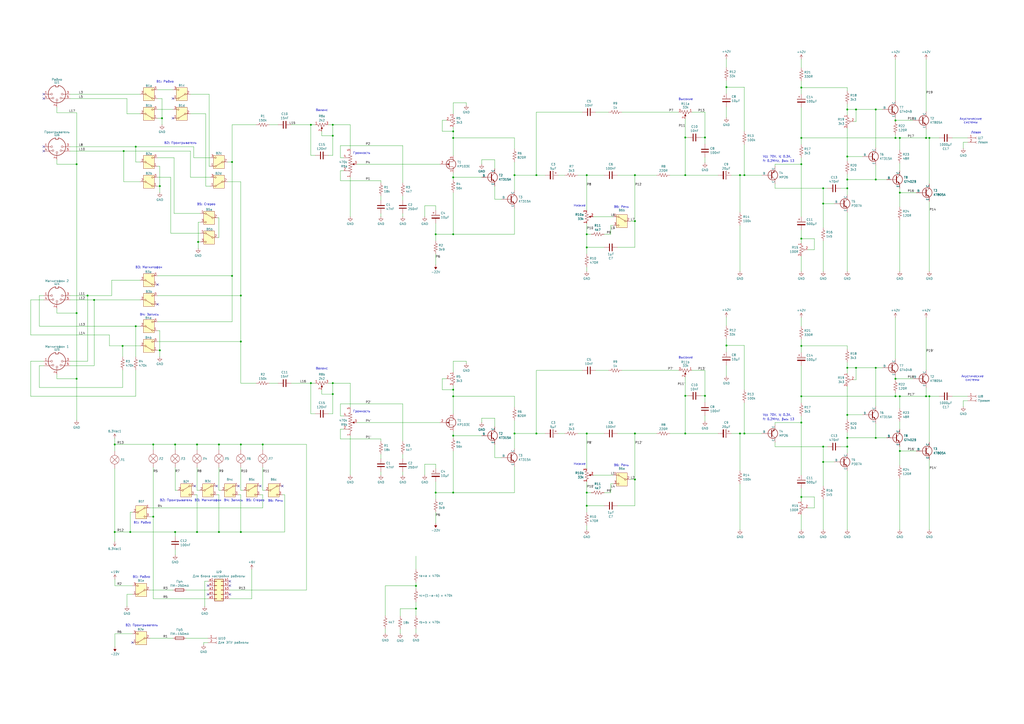
<source format=kicad_sch>
(kicad_sch
	(version 20231120)
	(generator "eeschema")
	(generator_version "8.0")
	(uuid "295a8b48-f1d2-48f6-8542-a240aeeabfb6")
	(paper "A2")
	
	(junction
		(at 464.82 200.66)
		(diameter 0)
		(color 0 0 0 0)
		(uuid "0373475e-0e98-478f-89e8-446433a49506")
	)
	(junction
		(at 193.04 78.74)
		(diameter 0)
		(color 0 0 0 0)
		(uuid "07e03ec4-7727-4a2f-923d-5c4396569eb5")
	)
	(junction
		(at 193.04 222.25)
		(diameter 0)
		(color 0 0 0 0)
		(uuid "08514bb7-119b-4b6d-9bc9-e157c9dbf12b")
	)
	(junction
		(at 71.12 200.66)
		(diameter 0)
		(color 0 0 0 0)
		(uuid "0a0f5639-c46a-4ab0-8e92-a111eac34307")
	)
	(junction
		(at 44.45 219.71)
		(diameter 0)
		(color 0 0 0 0)
		(uuid "0b3ef68f-80d1-45b3-8882-088cdb4aa7a0")
	)
	(junction
		(at 477.52 118.11)
		(diameter 0)
		(color 0 0 0 0)
		(uuid "0b8b0f49-af46-4906-a211-bf9762824208")
	)
	(junction
		(at 298.45 101.6)
		(diameter 0)
		(color 0 0 0 0)
		(uuid "0c58aa12-8b62-4ab2-9245-2541b3c01c2a")
	)
	(junction
		(at 464.82 80.01)
		(diameter 0)
		(color 0 0 0 0)
		(uuid "0d17e1a1-9cf1-4b5b-a815-f2ce07293cf4")
	)
	(junction
		(at 464.82 95.25)
		(diameter 0)
		(color 0 0 0 0)
		(uuid "109bd61e-d02c-4aed-8fe7-b8c822474d01")
	)
	(junction
		(at 477.52 259.08)
		(diameter 0)
		(color 0 0 0 0)
		(uuid "10e56917-bc8c-4d6b-8898-f0872e3ca452")
	)
	(junction
		(at 429.26 251.46)
		(diameter 0)
		(color 0 0 0 0)
		(uuid "12c2dc17-9358-41ad-845d-4aa921012ff7")
	)
	(junction
		(at 92.71 203.2)
		(diameter 0)
		(color 0 0 0 0)
		(uuid "16a1ce62-11af-4ab9-a939-e7b8e3b65b6c")
	)
	(junction
		(at 193.04 72.39)
		(diameter 0)
		(color 0 0 0 0)
		(uuid "16ee904a-24f2-45e4-b571-8a2076d14ef7")
	)
	(junction
		(at 298.45 251.46)
		(diameter 0)
		(color 0 0 0 0)
		(uuid "17aa4fa3-a8c6-419c-9166-bde6373ecfeb")
	)
	(junction
		(at 521.97 229.87)
		(diameter 0)
		(color 0 0 0 0)
		(uuid "1cde1003-6714-4e54-92c3-5d28579b3a3c")
	)
	(junction
		(at 421.386 50.546)
		(diameter 0)
		(color 0 0 0 0)
		(uuid "1f70630e-ae30-423d-8cfc-732ea5279e59")
	)
	(junction
		(at 139.7 198.12)
		(diameter 0)
		(color 0 0 0 0)
		(uuid "23de0235-1aa2-458b-bd14-f6f4806a283e")
	)
	(junction
		(at 397.51 101.6)
		(diameter 0)
		(color 0 0 0 0)
		(uuid "26e51afd-f8a3-44c5-8b8b-a48dc3ba7931")
	)
	(junction
		(at 368.3 128.27)
		(diameter 0)
		(color 0 0 0 0)
		(uuid "2a7e8b3b-ec54-41e8-806b-be6e4316cf50")
	)
	(junction
		(at 262.89 102.87)
		(diameter 0)
		(color 0 0 0 0)
		(uuid "2aca1ab8-f1fd-4db7-a1f4-1bfde6143fde")
	)
	(junction
		(at 521.97 111.76)
		(diameter 0)
		(color 0 0 0 0)
		(uuid "2bc14b8c-0bac-4d0a-890d-f7c947ff9971")
	)
	(junction
		(at 496.57 213.36)
		(diameter 0)
		(color 0 0 0 0)
		(uuid "2d642f88-01c5-4184-a732-b6d3c8d179a2")
	)
	(junction
		(at 241.3 339.852)
		(diameter 0)
		(color 0 0 0 0)
		(uuid "2da3cfba-f59c-4ecf-a4a3-fe7032d11983")
	)
	(junction
		(at 101.6 308.61)
		(diameter 0)
		(color 0 0 0 0)
		(uuid "2df9a371-0246-48c6-ae96-91af09611da1")
	)
	(junction
		(at 508 254)
		(diameter 0)
		(color 0 0 0 0)
		(uuid "2f763880-93e3-4ad4-830e-9165581e228b")
	)
	(junction
		(at 262.89 76.2)
		(diameter 0)
		(color 0 0 0 0)
		(uuid "30716a09-ccbe-43db-b995-33f0bc2abb10")
	)
	(junction
		(at 340.36 285.75)
		(diameter 0)
		(color 0 0 0 0)
		(uuid "3356c5dd-b20c-4a93-9649-28004e31942a")
	)
	(junction
		(at 114.3 257.81)
		(diameter 0)
		(color 0 0 0 0)
		(uuid "3b8e7bef-7c8d-4d5c-8702-aa66ca7925d2")
	)
	(junction
		(at 539.115 80.01)
		(diameter 0)
		(color 0 0 0 0)
		(uuid "3d53d1dd-7a65-4004-a224-b247ada91e96")
	)
	(junction
		(at 491.49 90.805)
		(diameter 0)
		(color 0 0 0 0)
		(uuid "4348432b-11f5-4412-9027-5ae194f89888")
	)
	(junction
		(at 241.3 353.06)
		(diameter 0)
		(color 0 0 0 0)
		(uuid "43d7f3bd-1f5b-466f-bd4a-ba44880ffc28")
	)
	(junction
		(at 66.548 308.61)
		(diameter 0)
		(color 0 0 0 0)
		(uuid "46d545c0-c312-4302-be2b-a7ac0894f12e")
	)
	(junction
		(at 262.89 252.73)
		(diameter 0)
		(color 0 0 0 0)
		(uuid "47d7c190-325e-4cc6-951e-5285156f5f69")
	)
	(junction
		(at 78.74 85.09)
		(diameter 0)
		(color 0 0 0 0)
		(uuid "4a4f4d5a-c7fe-47e3-8902-52329151d957")
	)
	(junction
		(at 262.89 285.75)
		(diameter 0)
		(color 0 0 0 0)
		(uuid "4aa33438-af67-4537-a768-7949a9de6d2e")
	)
	(junction
		(at 464.82 288.29)
		(diameter 0)
		(color 0 0 0 0)
		(uuid "4b237594-0573-4fad-b004-fdae67cc7840")
	)
	(junction
		(at 431.8 101.6)
		(diameter 0)
		(color 0 0 0 0)
		(uuid "536c45eb-2407-41fe-90e2-c05cbf47f8c5")
	)
	(junction
		(at 71.755 87.63)
		(diameter 0)
		(color 0 0 0 0)
		(uuid "54bd3b4f-0c35-48f1-9627-df774d1ef53f")
	)
	(junction
		(at 397.51 79.756)
		(diameter 0)
		(color 0 0 0 0)
		(uuid "55e8ed05-a947-4e0d-a048-70f710cdfcb0")
	)
	(junction
		(at 252.73 285.75)
		(diameter 0)
		(color 0 0 0 0)
		(uuid "56411dcc-f244-4c39-a745-3702b230a0a4")
	)
	(junction
		(at 44.45 95.25)
		(diameter 0)
		(color 0 0 0 0)
		(uuid "56e2f14c-8fd5-4a8b-bfa8-f8985866c8dd")
	)
	(junction
		(at 340.36 101.6)
		(diameter 0)
		(color 0 0 0 0)
		(uuid "5a2f60b2-2e63-4cbc-a517-1dc631143d55")
	)
	(junction
		(at 508 104.14)
		(diameter 0)
		(color 0 0 0 0)
		(uuid "5b2a0e51-b4f4-41a1-aa41-67987fcbf6c3")
	)
	(junction
		(at 93.98 68.58)
		(diameter 0)
		(color 0 0 0 0)
		(uuid "5b33c331-4bbd-4490-87dd-eb76b2f43cfe")
	)
	(junction
		(at 139.7 308.61)
		(diameter 0)
		(color 0 0 0 0)
		(uuid "5d990066-f85b-4f7b-b27a-dd88b55f1ac8")
	)
	(junction
		(at 491.49 104.14)
		(diameter 0)
		(color 0 0 0 0)
		(uuid "5e0e22cb-acfc-43fb-8b7b-94dafde59c27")
	)
	(junction
		(at 368.3 101.6)
		(diameter 0)
		(color 0 0 0 0)
		(uuid "6073a50b-baad-4351-9c13-a6576e3c31bc")
	)
	(junction
		(at 193.04 228.6)
		(diameter 0)
		(color 0 0 0 0)
		(uuid "608803c5-51f5-465c-a872-eec6ef93db5f")
	)
	(junction
		(at 508 213.36)
		(diameter 0)
		(color 0 0 0 0)
		(uuid "625b454a-3de7-41c8-8263-622ee297a492")
	)
	(junction
		(at 262.89 80.01)
		(diameter 0)
		(color 0 0 0 0)
		(uuid "64d81d89-a41e-4ef5-9e98-d9bbdc384935")
	)
	(junction
		(at 408.94 79.756)
		(diameter 0)
		(color 0 0 0 0)
		(uuid "6ac2eb52-3e3c-448c-829f-0798063046fd")
	)
	(junction
		(at 491.49 63.5)
		(diameter 0)
		(color 0 0 0 0)
		(uuid "6e406380-a3c6-4f24-9dd2-254cd7eb1174")
	)
	(junction
		(at 262.89 229.87)
		(diameter 0)
		(color 0 0 0 0)
		(uuid "7367bc0d-b20f-4b7a-b0a3-f0ba9a757dad")
	)
	(junction
		(at 54.61 173.99)
		(diameter 0)
		(color 0 0 0 0)
		(uuid "75a814b3-445f-482b-9f69-3d5bb43cee99")
	)
	(junction
		(at 537.21 80.01)
		(diameter 0)
		(color 0 0 0 0)
		(uuid "80ab910c-f5e5-4172-9281-daec69d2fe98")
	)
	(junction
		(at 340.36 293.37)
		(diameter 0)
		(color 0 0 0 0)
		(uuid "839cf044-2239-46f8-a6c2-e66d51bb7c1a")
	)
	(junction
		(at 408.94 229.616)
		(diameter 0)
		(color 0 0 0 0)
		(uuid "86614899-84a3-40ec-85a6-88924a2b93e7")
	)
	(junction
		(at 44.45 181.61)
		(diameter 0)
		(color 0 0 0 0)
		(uuid "875af2d9-b744-4a3f-9769-d732256a6fd7")
	)
	(junction
		(at 521.97 261.62)
		(diameter 0)
		(color 0 0 0 0)
		(uuid "899ef834-59f1-4fcf-b111-cb34ae0fb19c")
	)
	(junction
		(at 464.82 229.87)
		(diameter 0)
		(color 0 0 0 0)
		(uuid "8a40db4a-ec4d-45fd-bd5a-7608704047a7")
	)
	(junction
		(at 491.49 254)
		(diameter 0)
		(color 0 0 0 0)
		(uuid "8a700bb1-d99a-4ef0-8c70-2ea9bfff9910")
	)
	(junction
		(at 139.7 257.81)
		(diameter 0)
		(color 0 0 0 0)
		(uuid "8dcbfd58-a606-453a-916b-cccb734bd838")
	)
	(junction
		(at 368.3 251.46)
		(diameter 0)
		(color 0 0 0 0)
		(uuid "8e9aa0d0-35e2-4d93-a85d-e2f87abbed15")
	)
	(junction
		(at 139.7 171.45)
		(diameter 0)
		(color 0 0 0 0)
		(uuid "918a44f0-c389-46f0-8b06-b299bedea07a")
	)
	(junction
		(at 508 63.5)
		(diameter 0)
		(color 0 0 0 0)
		(uuid "92815900-0fa3-41e3-8774-613682fa266d")
	)
	(junction
		(at 537.21 229.87)
		(diameter 0)
		(color 0 0 0 0)
		(uuid "931c1df1-9f1c-47e4-a8da-bbbf868d7400")
	)
	(junction
		(at 75.565 308.61)
		(diameter 0)
		(color 0 0 0 0)
		(uuid "937ee3ad-e803-4f5a-a4f9-461c92c99282")
	)
	(junction
		(at 262.89 226.06)
		(diameter 0)
		(color 0 0 0 0)
		(uuid "9a609e7b-c221-4564-bd1a-df9aa1b69a66")
	)
	(junction
		(at 127 257.81)
		(diameter 0)
		(color 0 0 0 0)
		(uuid "a1fabc6f-174d-4d2a-bab7-a19edd2d69fc")
	)
	(junction
		(at 431.8 251.46)
		(diameter 0)
		(color 0 0 0 0)
		(uuid "a3eaa91d-867f-46c2-8ae2-ae38736f69b3")
	)
	(junction
		(at 491.49 259.08)
		(diameter 0)
		(color 0 0 0 0)
		(uuid "a520d46d-8e8a-45be-a751-269230e2537e")
	)
	(junction
		(at 180.34 72.39)
		(diameter 0)
		(color 0 0 0 0)
		(uuid "a94ca748-7d44-4533-8b89-53d0427bca8e")
	)
	(junction
		(at 101.6 257.81)
		(diameter 0)
		(color 0 0 0 0)
		(uuid "abde9f11-71a0-4c63-9ec8-91b79bffa6b0")
	)
	(junction
		(at 477.52 109.22)
		(diameter 0)
		(color 0 0 0 0)
		(uuid "ac707729-d758-4dff-bdf5-a4528c49d98c")
	)
	(junction
		(at 50.8 171.45)
		(diameter 0)
		(color 0 0 0 0)
		(uuid "ad4cd1f9-44a1-47f6-b1f1-928065cac4b9")
	)
	(junction
		(at 262.89 135.89)
		(diameter 0)
		(color 0 0 0 0)
		(uuid "b5e062bf-799b-462e-aeb2-1f6ca722f935")
	)
	(junction
		(at 311.15 251.46)
		(diameter 0)
		(color 0 0 0 0)
		(uuid "b65379aa-15b3-40c9-8733-41d74a7297ef")
	)
	(junction
		(at 464.82 50.8)
		(diameter 0)
		(color 0 0 0 0)
		(uuid "b665f18e-da70-4711-b51b-602bbc93f616")
	)
	(junction
		(at 519.43 69.85)
		(diameter 0)
		(color 0 0 0 0)
		(uuid "b67f3f60-1451-49a1-ab63-a2a0fe0fe320")
	)
	(junction
		(at 252.73 135.89)
		(diameter 0)
		(color 0 0 0 0)
		(uuid "b6df8aaa-f1a7-4df5-b6a4-949a102123a0")
	)
	(junction
		(at 397.51 229.616)
		(diameter 0)
		(color 0 0 0 0)
		(uuid "b91ed68b-6556-4498-8b14-48391cd25590")
	)
	(junction
		(at 66.548 257.81)
		(diameter 0)
		(color 0 0 0 0)
		(uuid "ba852158-9756-4500-9060-f3bddc1b34fc")
	)
	(junction
		(at 114.935 140.335)
		(diameter 0)
		(color 0 0 0 0)
		(uuid "baa802b6-a6d2-40b1-969e-2b6d92b06944")
	)
	(junction
		(at 78.74 189.23)
		(diameter 0)
		(color 0 0 0 0)
		(uuid "bbdefffa-4aeb-4b0d-9772-472ba05ddb0d")
	)
	(junction
		(at 521.97 80.01)
		(diameter 0)
		(color 0 0 0 0)
		(uuid "bd158fad-3558-46e8-ba96-8e3d6cbbbab0")
	)
	(junction
		(at 519.43 219.71)
		(diameter 0)
		(color 0 0 0 0)
		(uuid "be3f02d2-7a1c-4837-850f-b3eaf47b985f")
	)
	(junction
		(at 477.52 267.97)
		(diameter 0)
		(color 0 0 0 0)
		(uuid "c18e002c-930d-43e8-864d-00f2e226ded7")
	)
	(junction
		(at 134.62 160.02)
		(diameter 0)
		(color 0 0 0 0)
		(uuid "c3ba240e-7382-44e5-9fcd-2caa29bc9230")
	)
	(junction
		(at 88.9 299.72)
		(diameter 0)
		(color 0 0 0 0)
		(uuid "c85b0202-6071-4b99-be4a-8b421a8c0617")
	)
	(junction
		(at 491.49 109.22)
		(diameter 0)
		(color 0 0 0 0)
		(uuid "c94ff579-cec6-4f10-a592-2d766fbdaa8b")
	)
	(junction
		(at 180.34 222.25)
		(diameter 0)
		(color 0 0 0 0)
		(uuid "cf243b8b-b5bb-44c2-8d82-4cb13e715a8e")
	)
	(junction
		(at 519.43 229.87)
		(diameter 0)
		(color 0 0 0 0)
		(uuid "d06f07d3-0b24-4124-8393-789d8f903dc3")
	)
	(junction
		(at 134.62 93.98)
		(diameter 0)
		(color 0 0 0 0)
		(uuid "d68b67ba-322e-4156-a750-ee42f510b6c7")
	)
	(junction
		(at 340.36 143.51)
		(diameter 0)
		(color 0 0 0 0)
		(uuid "d9caa620-7178-4d62-88aa-8bdb9ca2c99e")
	)
	(junction
		(at 311.15 101.6)
		(diameter 0)
		(color 0 0 0 0)
		(uuid "dcd31f73-4333-44e3-a56f-d0a9b034b9aa")
	)
	(junction
		(at 340.36 251.46)
		(diameter 0)
		(color 0 0 0 0)
		(uuid "e1336fb7-0ad3-4e94-a4e4-6819a113881f")
	)
	(junction
		(at 519.43 80.01)
		(diameter 0)
		(color 0 0 0 0)
		(uuid "e1b373e1-8499-46f2-babd-b2efb562a267")
	)
	(junction
		(at 114.3 308.61)
		(diameter 0)
		(color 0 0 0 0)
		(uuid "e20099ce-bcfd-492b-bf12-efab69a66182")
	)
	(junction
		(at 491.49 213.36)
		(diameter 0)
		(color 0 0 0 0)
		(uuid "e52a9f0a-2cb7-4743-8f68-8fe9cb2ab80f")
	)
	(junction
		(at 340.36 135.89)
		(diameter 0)
		(color 0 0 0 0)
		(uuid "eb5506ce-a5c9-423a-baca-c4626bf2a1c1")
	)
	(junction
		(at 496.57 63.5)
		(diameter 0)
		(color 0 0 0 0)
		(uuid "eea0c402-d782-46b7-9199-ebc139bcf4b3")
	)
	(junction
		(at 421.386 200.406)
		(diameter 0)
		(color 0 0 0 0)
		(uuid "f0ad0fa0-9f88-4fee-af63-19f0e721867d")
	)
	(junction
		(at 127 308.61)
		(diameter 0)
		(color 0 0 0 0)
		(uuid "f0e92563-1343-4ffb-aa0c-2e2de95eb376")
	)
	(junction
		(at 464.82 245.11)
		(diameter 0)
		(color 0 0 0 0)
		(uuid "f28a70a1-2754-4107-b2b1-541a30446304")
	)
	(junction
		(at 368.3 278.13)
		(diameter 0)
		(color 0 0 0 0)
		(uuid "f36353fb-41fd-4699-aca4-6ae382a64480")
	)
	(junction
		(at 491.49 240.665)
		(diameter 0)
		(color 0 0 0 0)
		(uuid "f85d155c-2ff8-45c6-9668-62d86d99a34f")
	)
	(junction
		(at 464.82 138.43)
		(diameter 0)
		(color 0 0 0 0)
		(uuid "f8e670d1-91e1-4ff5-ae3f-738f1aa0ab3e")
	)
	(junction
		(at 152.4 257.81)
		(diameter 0)
		(color 0 0 0 0)
		(uuid "f9fab7f9-03b6-4c7b-9f16-a9958a342626")
	)
	(junction
		(at 88.9 257.81)
		(diameter 0)
		(color 0 0 0 0)
		(uuid "fb920949-557e-4daf-8cb2-8c121af6723f")
	)
	(junction
		(at 397.51 251.46)
		(diameter 0)
		(color 0 0 0 0)
		(uuid "fbe332f8-827e-44a3-a763-a21a7fa85338")
	)
	(junction
		(at 539.115 229.87)
		(diameter 0)
		(color 0 0 0 0)
		(uuid "fcfc552c-f01d-4cba-8b3a-77502127003e")
	)
	(junction
		(at 429.26 101.6)
		(diameter 0)
		(color 0 0 0 0)
		(uuid "fd2557fb-b651-4637-a0e9-bcb69897b9bd")
	)
	(junction
		(at 92.71 107.95)
		(diameter 0)
		(color 0 0 0 0)
		(uuid "fd8083f1-75f5-4875-80d6-66fc7ba1dff9")
	)
	(no_connect
		(at 25.4 85.09)
		(uuid "00f1f080-3bfd-4d75-8444-3112fbb28e73")
	)
	(no_connect
		(at 91.44 165.1)
		(uuid "02f73ee6-a869-4e03-abe9-3fef629ab4a5")
	)
	(no_connect
		(at 133.35 344.805)
		(uuid "0427d046-024a-4872-b323-caef53a431e2")
	)
	(no_connect
		(at 138.43 281.94)
		(uuid "18f0be16-81c9-4962-9434-20bd1c5662de")
	)
	(no_connect
		(at 100.33 68.58)
		(uuid "1f1d6399-526b-4179-a5c1-d5654a45816b")
	)
	(no_connect
		(at 120.65 339.725)
		(uuid "2fca346f-d613-4a66-a596-c50c61373d26")
	)
	(no_connect
		(at 151.13 281.94)
		(uuid "40682572-0ddb-40d2-b9c0-1d7ce174969b")
	)
	(no_connect
		(at 25.4 87.63)
		(uuid "551ae4c6-c52a-4412-a57d-2cf6db9b3a34")
	)
	(no_connect
		(at 163.83 281.94)
		(uuid "6a514cc5-bbf7-45ef-9b70-1f0e2d79f195")
	)
	(no_connect
		(at 25.4 57.15)
		(uuid "751f1ddb-a844-4e7d-9e9b-0ca27edcaf9d")
	)
	(no_connect
		(at 125.73 281.94)
		(uuid "83d4bacf-cbb7-42b8-97b9-3468478e83ea")
	)
	(no_connect
		(at 100.33 57.15)
		(uuid "8ac580e3-bf29-4d88-8839-0bec72160c9d")
	)
	(no_connect
		(at 113.03 281.94)
		(uuid "953fdb43-bc9a-4479-8e7e-cb8b420f0cd9")
	)
	(no_connect
		(at 120.65 344.805)
		(uuid "d1aee20f-c99c-4d12-b15f-3b2b3faffdf2")
	)
	(no_connect
		(at 25.4 54.61)
		(uuid "d3609ead-04f3-4081-9325-3f8012cd8f3a")
	)
	(no_connect
		(at 91.44 176.53)
		(uuid "e632d5d8-b087-4b63-9330-6f90e2a2d35f")
	)
	(no_connect
		(at 133.35 339.725)
		(uuid "f11ea52b-8e7f-4b3b-a92c-3c2b25435496")
	)
	(no_connect
		(at 76.835 372.745)
		(uuid "f8b42e2b-b055-4246-b650-0557cdcdd59f")
	)
	(no_connect
		(at 133.35 337.185)
		(uuid "fbb31bbd-0def-4c22-8b1b-326389178c45")
	)
	(wire
		(pts
			(xy 298.45 101.6) (xy 298.45 110.49)
		)
		(stroke
			(width 0)
			(type default)
		)
		(uuid "001822d2-5b02-4087-93d8-c0466caf2855")
	)
	(wire
		(pts
			(xy 279.4 242.57) (xy 287.02 242.57)
		)
		(stroke
			(width 0)
			(type default)
		)
		(uuid "00ad1062-9c33-4388-b77e-0cb21a380d42")
	)
	(wire
		(pts
			(xy 88.9 299.72) (xy 88.9 347.345)
		)
		(stroke
			(width 0)
			(type default)
		)
		(uuid "00ccd8ff-55ee-4443-831e-365ebdeede3f")
	)
	(wire
		(pts
			(xy 429.26 101.6) (xy 431.8 101.6)
		)
		(stroke
			(width 0)
			(type default)
		)
		(uuid "016e90f8-9e48-4a49-9cae-3391f0ca9d4e")
	)
	(wire
		(pts
			(xy 186.69 78.74) (xy 193.04 78.74)
		)
		(stroke
			(width 0)
			(type default)
		)
		(uuid "0289497b-32bd-475b-9b5d-1cbd9b56639a")
	)
	(wire
		(pts
			(xy 33.02 65.405) (xy 44.45 65.405)
		)
		(stroke
			(width 0)
			(type default)
		)
		(uuid "03c673fa-44f8-4fee-a2a1-92bcfd901a5a")
	)
	(wire
		(pts
			(xy 93.98 57.15) (xy 93.98 68.58)
		)
		(stroke
			(width 0)
			(type default)
		)
		(uuid "04dac2e9-4def-47bd-a4e0-83978f5021c9")
	)
	(wire
		(pts
			(xy 496.57 70.485) (xy 496.57 63.5)
		)
		(stroke
			(width 0)
			(type default)
		)
		(uuid "0516dc02-b9f7-45fc-b077-11d12b344c15")
	)
	(wire
		(pts
			(xy 397.51 101.6) (xy 397.51 79.756)
		)
		(stroke
			(width 0)
			(type default)
		)
		(uuid "05b0cfef-33df-4cef-b4d4-3502c193092d")
	)
	(wire
		(pts
			(xy 81.28 93.98) (xy 78.74 93.98)
		)
		(stroke
			(width 0)
			(type default)
		)
		(uuid "0637229a-160f-498c-8181-6754c44c3bd4")
	)
	(wire
		(pts
			(xy 66.548 314.198) (xy 66.548 308.61)
		)
		(stroke
			(width 0)
			(type default)
		)
		(uuid "073b61bf-a173-4641-a531-21624ce9a71e")
	)
	(wire
		(pts
			(xy 73.66 344.805) (xy 73.66 351.79)
		)
		(stroke
			(width 0)
			(type default)
		)
		(uuid "074e105e-63b0-4319-a8af-dbb23c130fa4")
	)
	(wire
		(pts
			(xy 134.62 160.02) (xy 134.62 93.98)
		)
		(stroke
			(width 0)
			(type default)
		)
		(uuid "084d1d43-dc9c-43db-a32e-99840e31158d")
	)
	(wire
		(pts
			(xy 431.8 50.546) (xy 431.8 76.2)
		)
		(stroke
			(width 0)
			(type default)
		)
		(uuid "09462dd2-f5ca-4560-bd81-4b422f65cef1")
	)
	(wire
		(pts
			(xy 252.73 269.24) (xy 252.73 271.78)
		)
		(stroke
			(width 0)
			(type default)
		)
		(uuid "096ae47a-bcf8-439e-9913-ae550b1fb7c4")
	)
	(wire
		(pts
			(xy 401.32 65.024) (xy 408.94 65.024)
		)
		(stroke
			(width 0)
			(type default)
		)
		(uuid "0a1e4332-4190-46a6-af0c-a37cc7c56fe7")
	)
	(wire
		(pts
			(xy 197.485 84.455) (xy 197.485 91.44)
		)
		(stroke
			(width 0)
			(type default)
		)
		(uuid "0b085435-20dd-421b-a3f0-82ab501f8fe6")
	)
	(wire
		(pts
			(xy 340.36 251.46) (xy 350.52 251.46)
		)
		(stroke
			(width 0)
			(type default)
		)
		(uuid "0bad60f5-7072-4504-bb04-19a8d8b2bdcb")
	)
	(wire
		(pts
			(xy 464.82 34.29) (xy 464.82 39.37)
		)
		(stroke
			(width 0)
			(type default)
		)
		(uuid "0c0694d0-eaec-47d2-a75c-1fd388a4d34b")
	)
	(wire
		(pts
			(xy 472.44 294.64) (xy 472.44 288.29)
		)
		(stroke
			(width 0)
			(type default)
		)
		(uuid "0c655042-1d2f-4d39-868c-df6bed6106b4")
	)
	(wire
		(pts
			(xy 311.15 101.6) (xy 316.23 101.6)
		)
		(stroke
			(width 0)
			(type default)
		)
		(uuid "0c6c81a4-67d0-442a-bedb-a18c9d24e8d9")
	)
	(wire
		(pts
			(xy 421.386 200.406) (xy 431.8 200.406)
		)
		(stroke
			(width 0)
			(type default)
		)
		(uuid "0cdfeeba-2840-4467-9736-d59ffd7e68fc")
	)
	(wire
		(pts
			(xy 91.44 203.2) (xy 92.71 203.2)
		)
		(stroke
			(width 0)
			(type default)
		)
		(uuid "0d008155-ad84-4e23-ade0-94f8d17e0484")
	)
	(wire
		(pts
			(xy 92.71 107.95) (xy 92.71 111.76)
		)
		(stroke
			(width 0)
			(type default)
		)
		(uuid "0d188e9b-f8eb-4b84-bf71-16249df609cf")
	)
	(wire
		(pts
			(xy 127 308.61) (xy 127 287.02)
		)
		(stroke
			(width 0)
			(type default)
		)
		(uuid "0d467252-049b-4774-b954-9dfb9384014e")
	)
	(wire
		(pts
			(xy 521.97 80.01) (xy 521.97 86.995)
		)
		(stroke
			(width 0)
			(type default)
		)
		(uuid "0e141f45-88ea-4d95-8602-12f3e5a56447")
	)
	(wire
		(pts
			(xy 78.74 85.09) (xy 78.74 93.98)
		)
		(stroke
			(width 0)
			(type default)
		)
		(uuid "0e55bf2f-45dd-4ef9-9bf6-4623600e409c")
	)
	(wire
		(pts
			(xy 360.68 214.884) (xy 393.7 214.884)
		)
		(stroke
			(width 0)
			(type default)
		)
		(uuid "0e82e477-6a7a-4d1a-bb89-652c3408a8d7")
	)
	(wire
		(pts
			(xy 40.64 171.45) (xy 50.8 171.45)
		)
		(stroke
			(width 0)
			(type default)
		)
		(uuid "0e889e49-5df4-4e77-a7de-9ae877397c85")
	)
	(wire
		(pts
			(xy 233.68 84.455) (xy 233.68 106.045)
		)
		(stroke
			(width 0)
			(type default)
		)
		(uuid "0f0e59e8-d25d-4b04-a80e-aa896fbc1c20")
	)
	(wire
		(pts
			(xy 190.5 222.25) (xy 193.04 222.25)
		)
		(stroke
			(width 0)
			(type default)
		)
		(uuid "0f22cba4-793b-40ba-94a5-c25c112dc86f")
	)
	(wire
		(pts
			(xy 232.156 364.998) (xy 232.156 367.538)
		)
		(stroke
			(width 0)
			(type default)
		)
		(uuid "0fc54810-ae96-4712-9ae1-d4a9d4493bbe")
	)
	(wire
		(pts
			(xy 368.3 278.13) (xy 368.3 251.46)
		)
		(stroke
			(width 0)
			(type default)
		)
		(uuid "11779c13-4272-4696-b493-e615114c97a7")
	)
	(wire
		(pts
			(xy 233.68 273.685) (xy 233.68 275.59)
		)
		(stroke
			(width 0)
			(type default)
		)
		(uuid "117c1dcb-a471-4220-9f20-fd01f7e942e4")
	)
	(wire
		(pts
			(xy 491.49 250.825) (xy 491.49 254)
		)
		(stroke
			(width 0)
			(type default)
		)
		(uuid "11c849dc-0e29-4647-a6e5-f54bb1bc51ca")
	)
	(wire
		(pts
			(xy 66.548 257.81) (xy 88.9 257.81)
		)
		(stroke
			(width 0)
			(type default)
		)
		(uuid "11fdc1f2-8193-4161-9d69-ad5e3322b3f9")
	)
	(wire
		(pts
			(xy 519.43 218.44) (xy 519.43 219.71)
		)
		(stroke
			(width 0)
			(type default)
		)
		(uuid "12b1c880-389c-4e21-b633-3780baaaa425")
	)
	(wire
		(pts
			(xy 399.034 79.756) (xy 397.51 79.756)
		)
		(stroke
			(width 0)
			(type default)
		)
		(uuid "12c06219-0853-4bc8-bc59-462dbfd06452")
	)
	(wire
		(pts
			(xy 298.45 236.22) (xy 298.45 229.87)
		)
		(stroke
			(width 0)
			(type default)
		)
		(uuid "12c808e2-de1a-4c8a-b201-10b00da53a78")
	)
	(wire
		(pts
			(xy 262.89 250.19) (xy 262.89 252.73)
		)
		(stroke
			(width 0)
			(type default)
		)
		(uuid "12f4a84a-521b-43fa-90b6-800dc5711230")
	)
	(wire
		(pts
			(xy 537.21 224.79) (xy 537.21 229.87)
		)
		(stroke
			(width 0)
			(type default)
		)
		(uuid "13d3446e-6829-402d-ba8a-03d3336745c7")
	)
	(wire
		(pts
			(xy 132.08 93.98) (xy 134.62 93.98)
		)
		(stroke
			(width 0)
			(type default)
		)
		(uuid "1417db1b-11d5-45ba-8dca-6e32cc93c8cb")
	)
	(wire
		(pts
			(xy 223.52 339.852) (xy 241.3 339.852)
		)
		(stroke
			(width 0)
			(type default)
		)
		(uuid "141ed42c-f4f5-4116-be7f-f6b979dcab88")
	)
	(wire
		(pts
			(xy 539.115 266.7) (xy 539.115 307.34)
		)
		(stroke
			(width 0)
			(type default)
		)
		(uuid "145c780b-1825-47a1-b201-4b707550fe1b")
	)
	(wire
		(pts
			(xy 345.44 65.024) (xy 353.06 65.024)
		)
		(stroke
			(width 0)
			(type default)
		)
		(uuid "1533a110-57e1-40a4-9372-fd00397da798")
	)
	(wire
		(pts
			(xy 241.3 349.25) (xy 241.3 353.06)
		)
		(stroke
			(width 0)
			(type default)
		)
		(uuid "15a7ce5e-ef55-4b40-b02d-53ab1b9a18a2")
	)
	(wire
		(pts
			(xy 340.36 101.6) (xy 340.36 121.92)
		)
		(stroke
			(width 0)
			(type default)
		)
		(uuid "15bcf513-abbf-4221-b112-15d07a11a932")
	)
	(wire
		(pts
			(xy 287.02 107.95) (xy 287.02 115.57)
		)
		(stroke
			(width 0)
			(type default)
		)
		(uuid "165e89d3-0436-491b-adbc-9e1aeec142d1")
	)
	(wire
		(pts
			(xy 241.3 330.2) (xy 241.3 322.58)
		)
		(stroke
			(width 0)
			(type default)
		)
		(uuid "16834c01-be50-4e16-92b8-b7bf0557713e")
	)
	(wire
		(pts
			(xy 358.14 251.46) (xy 368.3 251.46)
		)
		(stroke
			(width 0)
			(type default)
		)
		(uuid "16f558ae-1469-474f-9bbb-ddf9dfa0b79d")
	)
	(wire
		(pts
			(xy 262.89 100.33) (xy 262.89 102.87)
		)
		(stroke
			(width 0)
			(type default)
		)
		(uuid "178723ea-4cdc-4582-ad65-48dc863a4784")
	)
	(wire
		(pts
			(xy 220.98 113.665) (xy 220.98 116.205)
		)
		(stroke
			(width 0)
			(type default)
		)
		(uuid "18d80c9a-89eb-4d6a-9238-ac80cdc14975")
	)
	(wire
		(pts
			(xy 472.44 288.29) (xy 464.82 288.29)
		)
		(stroke
			(width 0)
			(type default)
		)
		(uuid "1984d35c-4ee0-45ab-b480-14707b267b10")
	)
	(wire
		(pts
			(xy 472.44 138.43) (xy 464.82 138.43)
		)
		(stroke
			(width 0)
			(type default)
		)
		(uuid "1a69e0bc-73a0-447b-a970-8ffd0bdf25fa")
	)
	(wire
		(pts
			(xy 203.2 252.73) (xy 203.2 275.59)
		)
		(stroke
			(width 0)
			(type default)
		)
		(uuid "1aa7af48-8b1c-4eba-bf8e-acdbd6142490")
	)
	(wire
		(pts
			(xy 521.97 127.635) (xy 521.97 157.48)
		)
		(stroke
			(width 0)
			(type default)
		)
		(uuid "1ad71157-ba93-4b49-82ea-3af1ac16ea27")
	)
	(wire
		(pts
			(xy 508 213.36) (xy 508 235.585)
		)
		(stroke
			(width 0)
			(type default)
		)
		(uuid "1af424d6-54ef-4905-b98a-40504682410f")
	)
	(wire
		(pts
			(xy 449.58 106.68) (xy 449.58 109.22)
		)
		(stroke
			(width 0)
			(type default)
		)
		(uuid "1ba57190-bdcd-4f11-9ba9-672108f8995f")
	)
	(wire
		(pts
			(xy 558.8 235.966) (xy 558.8 232.41)
		)
		(stroke
			(width 0)
			(type default)
		)
		(uuid "1bc92523-b5d3-4dc6-9c27-d518261e851a")
	)
	(wire
		(pts
			(xy 449.58 109.22) (xy 477.52 109.22)
		)
		(stroke
			(width 0)
			(type default)
		)
		(uuid "1cf8db5d-e077-4600-a1c2-e6d45a0ff148")
	)
	(wire
		(pts
			(xy 262.89 135.89) (xy 298.45 135.89)
		)
		(stroke
			(width 0)
			(type default)
		)
		(uuid "1d26eabd-e8d1-4b0d-b118-be1b5d0eda27")
	)
	(wire
		(pts
			(xy 298.45 229.87) (xy 262.89 229.87)
		)
		(stroke
			(width 0)
			(type default)
		)
		(uuid "1d550c6b-f9ce-4f9e-94da-999f87f0ed6f")
	)
	(wire
		(pts
			(xy 496.57 63.5) (xy 508 63.5)
		)
		(stroke
			(width 0)
			(type default)
		)
		(uuid "1d6d5e65-2c3c-46d0-97ea-b72fb6ba0475")
	)
	(wire
		(pts
			(xy 40.64 57.15) (xy 73.66 57.15)
		)
		(stroke
			(width 0)
			(type default)
		)
		(uuid "1dab2ffc-2171-4aaf-8490-cd98afd1faf3")
	)
	(wire
		(pts
			(xy 464.82 245.11) (xy 464.82 275.59)
		)
		(stroke
			(width 0)
			(type default)
		)
		(uuid "1e1bf088-784f-46cc-b7b7-9601c0826561")
	)
	(wire
		(pts
			(xy 44.45 65.405) (xy 44.45 95.25)
		)
		(stroke
			(width 0)
			(type default)
		)
		(uuid "1f8d308c-f670-434d-ba05-3fdd22e8214b")
	)
	(wire
		(pts
			(xy 25.4 171.45) (xy 22.86 171.45)
		)
		(stroke
			(width 0)
			(type default)
		)
		(uuid "1f9d065d-f3a8-4d32-a702-3afaa43e076d")
	)
	(wire
		(pts
			(xy 429.26 251.46) (xy 431.8 251.46)
		)
		(stroke
			(width 0)
			(type default)
		)
		(uuid "20161a72-5acf-4fc4-a00a-a7ea958100a7")
	)
	(wire
		(pts
			(xy 107.95 342.265) (xy 120.65 342.265)
		)
		(stroke
			(width 0)
			(type default)
		)
		(uuid "20e9dcc5-e5b3-4c89-b206-d45479b36da9")
	)
	(wire
		(pts
			(xy 431.8 83.82) (xy 431.8 101.6)
		)
		(stroke
			(width 0)
			(type default)
		)
		(uuid "22a06fc2-87d5-44c6-a8f5-1267ca2e88cd")
	)
	(wire
		(pts
			(xy 220.98 123.825) (xy 220.98 125.73)
		)
		(stroke
			(width 0)
			(type default)
		)
		(uuid "22b5074d-3908-402e-a95d-376214d3be83")
	)
	(wire
		(pts
			(xy 335.28 251.46) (xy 340.36 251.46)
		)
		(stroke
			(width 0)
			(type default)
		)
		(uuid "230a053e-0dc4-4c67-89ad-5c85eb648c99")
	)
	(wire
		(pts
			(xy 193.04 78.74) (xy 193.04 72.39)
		)
		(stroke
			(width 0)
			(type default)
		)
		(uuid "23a0730e-97de-426c-b29f-fcfdb5d9e53a")
	)
	(wire
		(pts
			(xy 365.76 128.27) (xy 368.3 128.27)
		)
		(stroke
			(width 0)
			(type default)
		)
		(uuid "243f7b17-fa51-450c-9496-ebabb119ee54")
	)
	(wire
		(pts
			(xy 519.43 78.105) (xy 519.43 80.01)
		)
		(stroke
			(width 0)
			(type default)
		)
		(uuid "24460955-42f7-4e31-9896-c8a4ab0fe40b")
	)
	(wire
		(pts
			(xy 256.54 69.85) (xy 259.08 69.85)
		)
		(stroke
			(width 0)
			(type default)
		)
		(uuid "24d628d9-977a-4126-bcb0-5a4c327ee4b5")
	)
	(wire
		(pts
			(xy 464.82 46.99) (xy 464.82 50.8)
		)
		(stroke
			(width 0)
			(type default)
		)
		(uuid "26126b19-8dfa-42b0-ac73-0f98aafee385")
	)
	(wire
		(pts
			(xy 480.06 109.22) (xy 477.52 109.22)
		)
		(stroke
			(width 0)
			(type default)
		)
		(uuid "274760e9-e214-4584-bf71-6f5bffe93877")
	)
	(wire
		(pts
			(xy 139.7 308.61) (xy 165.1 308.61)
		)
		(stroke
			(width 0)
			(type default)
		)
		(uuid "276f8a4d-6cbe-4f58-be1f-8bec5c2010a1")
	)
	(wire
		(pts
			(xy 464.82 95.25) (xy 464.82 125.73)
		)
		(stroke
			(width 0)
			(type default)
		)
		(uuid "27f8f44b-a0c7-4e65-b238-4d5ee3d72a6b")
	)
	(wire
		(pts
			(xy 521.97 244.475) (xy 521.97 248.92)
		)
		(stroke
			(width 0)
			(type default)
		)
		(uuid "288bae6a-bbd4-4062-8b40-0bbab874b155")
	)
	(wire
		(pts
			(xy 519.43 68.58) (xy 519.43 69.85)
		)
		(stroke
			(width 0)
			(type default)
		)
		(uuid "28d57f2d-a1d7-46a3-8252-5c0ea7eda56b")
	)
	(wire
		(pts
			(xy 491.49 104.14) (xy 491.49 109.22)
		)
		(stroke
			(width 0)
			(type default)
		)
		(uuid "297f8f64-2f80-4f30-981b-404888483b3c")
	)
	(wire
		(pts
			(xy 521.97 277.495) (xy 521.97 307.34)
		)
		(stroke
			(width 0)
			(type default)
		)
		(uuid "29951f26-d2d1-4ecd-b20d-5ebcc068b3f2")
	)
	(wire
		(pts
			(xy 63.5 194.31) (xy 17.78 194.31)
		)
		(stroke
			(width 0)
			(type default)
		)
		(uuid "2acb9a8d-7002-421c-83f0-5c746dce5c7e")
	)
	(wire
		(pts
			(xy 508 254) (xy 508 245.745)
		)
		(stroke
			(width 0)
			(type default)
		)
		(uuid "2af28021-9d0e-406e-982e-a90c6b47a76b")
	)
	(wire
		(pts
			(xy 429.26 251.46) (xy 429.26 273.05)
		)
		(stroke
			(width 0)
			(type default)
		)
		(uuid "2be1bbb3-d27a-4a25-9883-241cdd3bf737")
	)
	(wire
		(pts
			(xy 262.89 226.06) (xy 262.89 229.87)
		)
		(stroke
			(width 0)
			(type default)
		)
		(uuid "2c02efc1-8394-4eea-96d2-331601aa6302")
	)
	(wire
		(pts
			(xy 88.9 257.81) (xy 88.9 260.985)
		)
		(stroke
			(width 0)
			(type default)
		)
		(uuid "2c8e0545-9b1d-4802-b534-c31b41075368")
	)
	(wire
		(pts
			(xy 340.36 279.4) (xy 340.36 285.75)
		)
		(stroke
			(width 0)
			(type default)
		)
		(uuid "2de2b551-f396-4cb2-a0e9-0da17e966cf9")
	)
	(wire
		(pts
			(xy 521.97 259.08) (xy 521.97 261.62)
		)
		(stroke
			(width 0)
			(type default)
		)
		(uuid "2e4fcb2d-1144-4363-829b-fb2f779562ad")
	)
	(wire
		(pts
			(xy 86.995 370.205) (xy 100.33 370.205)
		)
		(stroke
			(width 0)
			(type default)
		)
		(uuid "2f519731-be03-41e2-afc5-3d6a40db5662")
	)
	(wire
		(pts
			(xy 50.8 209.55) (xy 50.8 171.45)
		)
		(stroke
			(width 0)
			(type default)
		)
		(uuid "2fd828d1-4116-4a12-ab00-9e932fe0dd4d")
	)
	(wire
		(pts
			(xy 252.73 119.38) (xy 252.73 121.92)
		)
		(stroke
			(width 0)
			(type default)
		)
		(uuid "2ff813c1-8ca7-426e-8886-63401e89bc63")
	)
	(wire
		(pts
			(xy 464.82 229.87) (xy 464.82 233.68)
		)
		(stroke
			(width 0)
			(type default)
		)
		(uuid "304f5420-861d-49da-88e6-9c1140d4e74f")
	)
	(wire
		(pts
			(xy 71.755 105.41) (xy 71.755 87.63)
		)
		(stroke
			(width 0)
			(type default)
		)
		(uuid "306185d6-35b7-44c6-bc16-812b1bf3787b")
	)
	(wire
		(pts
			(xy 262.89 226.06) (xy 256.54 226.06)
		)
		(stroke
			(width 0)
			(type default)
		)
		(uuid "30cb5480-6855-4e70-add4-0cf6ba1469aa")
	)
	(wire
		(pts
			(xy 270.51 59.69) (xy 262.89 59.69)
		)
		(stroke
			(width 0)
			(type default)
		)
		(uuid "31de22ce-e2b4-474d-9882-be51c561ab3a")
	)
	(wire
		(pts
			(xy 464.82 200.66) (xy 464.82 204.47)
		)
		(stroke
			(width 0)
			(type default)
		)
		(uuid "325aa9e6-d6bf-487e-a097-c4632173ea64")
	)
	(wire
		(pts
			(xy 298.45 93.98) (xy 298.45 101.6)
		)
		(stroke
			(width 0)
			(type default)
		)
		(uuid "32b2712e-46fe-4b7a-b83a-7e46befd8826")
	)
	(wire
		(pts
			(xy 115.57 284.48) (xy 114.3 284.48)
		)
		(stroke
			(width 0)
			(type default)
		)
		(uuid "32eac266-2537-48d9-86a9-c549a4dd2e66")
	)
	(wire
		(pts
			(xy 91.44 107.95) (xy 92.71 107.95)
		)
		(stroke
			(width 0)
			(type default)
		)
		(uuid "336db23c-babf-41a6-85bf-28fa8121a274")
	)
	(wire
		(pts
			(xy 340.36 293.37) (xy 340.36 297.18)
		)
		(stroke
			(width 0)
			(type default)
		)
		(uuid "343b1292-cbc0-434d-81a3-5b03fb26e1fc")
	)
	(wire
		(pts
			(xy 287.02 92.71) (xy 287.02 97.79)
		)
		(stroke
			(width 0)
			(type default)
		)
		(uuid "35346aa5-ad61-44f4-9a80-2cf1907c37da")
	)
	(wire
		(pts
			(xy 133.35 347.345) (xy 146.05 347.345)
		)
		(stroke
			(width 0)
			(type default)
		)
		(uuid "3731b873-63d1-4d38-b91d-bbe5172b4537")
	)
	(wire
		(pts
			(xy 223.52 364.744) (xy 223.52 367.284)
		)
		(stroke
			(width 0)
			(type default)
		)
		(uuid "373681b8-52bd-4a27-a51b-86e7ce9ed615")
	)
	(wire
		(pts
			(xy 220.98 254.635) (xy 220.98 255.905)
		)
		(stroke
			(width 0)
			(type default)
		)
		(uuid "373ef961-a0fa-40c7-ad31-c4f26dfd9dd6")
	)
	(wire
		(pts
			(xy 358.14 293.37) (xy 368.3 293.37)
		)
		(stroke
			(width 0)
			(type default)
		)
		(uuid "37f3ae86-8f0b-4534-9552-29a30dc0ca5e")
	)
	(wire
		(pts
			(xy 118.745 337.185) (xy 118.745 351.79)
		)
		(stroke
			(width 0)
			(type default)
		)
		(uuid "386d721c-eaec-4b9e-8bf6-966877240e71")
	)
	(wire
		(pts
			(xy 397.51 251.46) (xy 416.56 251.46)
		)
		(stroke
			(width 0)
			(type default)
		)
		(uuid "3b31468d-d7c2-4e4d-98e0-bc9ccfeb62fe")
	)
	(wire
		(pts
			(xy 424.18 251.46) (xy 429.26 251.46)
		)
		(stroke
			(width 0)
			(type default)
		)
		(uuid "3ba9d835-5b85-4f72-93fd-ee9ba75dfe20")
	)
	(wire
		(pts
			(xy 298.45 86.36) (xy 298.45 80.01)
		)
		(stroke
			(width 0)
			(type default)
		)
		(uuid "3bede4ae-3126-411f-9aee-0a3dd42a1871")
	)
	(wire
		(pts
			(xy 262.89 285.75) (xy 298.45 285.75)
		)
		(stroke
			(width 0)
			(type default)
		)
		(uuid "3c455d87-bba8-4205-975c-941b1c166c1f")
	)
	(wire
		(pts
			(xy 368.3 251.46) (xy 381 251.46)
		)
		(stroke
			(width 0)
			(type default)
		)
		(uuid "3c633500-1ca7-4730-bde4-0870b81e9ade")
	)
	(wire
		(pts
			(xy 558.8 82.55) (xy 561.34 82.55)
		)
		(stroke
			(width 0)
			(type default)
		)
		(uuid "3cb6cac4-1f2f-4041-a98f-9fe8e8be1ee0")
	)
	(wire
		(pts
			(xy 152.4 284.48) (xy 152.4 271.145)
		)
		(stroke
			(width 0)
			(type default)
		)
		(uuid "3d15964f-bac9-4605-81e9-79a83f56f9db")
	)
	(wire
		(pts
			(xy 207.01 95.25) (xy 255.27 95.25)
		)
		(stroke
			(width 0)
			(type default)
		)
		(uuid "3d2736a3-c090-4085-8273-235f62f5061b")
	)
	(wire
		(pts
			(xy 64.77 171.45) (xy 64.77 162.56)
		)
		(stroke
			(width 0)
			(type default)
		)
		(uuid "3d2e76b8-d701-47a8-ab8c-4da9defdd912")
	)
	(wire
		(pts
			(xy 508 104.14) (xy 508 95.885)
		)
		(stroke
			(width 0)
			(type default)
		)
		(uuid "3da46468-baba-4318-a823-ece64700f84c")
	)
	(wire
		(pts
			(xy 262.89 229.87) (xy 262.89 240.03)
		)
		(stroke
			(width 0)
			(type default)
		)
		(uuid "3e8f09c3-09c2-4959-a67f-c74e3945683d")
	)
	(wire
		(pts
			(xy 193.04 222.25) (xy 203.2 222.25)
		)
		(stroke
			(width 0)
			(type default)
		)
		(uuid "3f484346-e702-4460-a7c9-96e9ced9e8ec")
	)
	(wire
		(pts
			(xy 368.3 293.37) (xy 368.3 278.13)
		)
		(stroke
			(width 0)
			(type default)
		)
		(uuid "3f856fb4-f09a-465d-bfc5-a88c44298e4e")
	)
	(wire
		(pts
			(xy 519.43 80.01) (xy 521.97 80.01)
		)
		(stroke
			(width 0)
			(type default)
		)
		(uuid "4026cbac-ca1d-4519-a5a8-b22156db91cb")
	)
	(wire
		(pts
			(xy 153.67 284.48) (xy 152.4 284.48)
		)
		(stroke
			(width 0)
			(type default)
		)
		(uuid "402ce88f-dc76-4733-8d76-4f46f9d04b27")
	)
	(wire
		(pts
			(xy 270.51 209.55) (xy 262.89 209.55)
		)
		(stroke
			(width 0)
			(type default)
		)
		(uuid "4042af1d-d112-498d-99dc-d5082aebbd40")
	)
	(wire
		(pts
			(xy 539.115 256.54) (xy 539.115 229.87)
		)
		(stroke
			(width 0)
			(type default)
		)
		(uuid "40431115-e892-4200-9fd8-d69ad0a9e7b7")
	)
	(wire
		(pts
			(xy 354.33 280.67) (xy 354.33 285.75)
		)
		(stroke
			(width 0)
			(type default)
		)
		(uuid "4108ec7c-aeef-4cdf-801d-9b2febbf467f")
	)
	(wire
		(pts
			(xy 99.06 102.87) (xy 91.44 102.87)
		)
		(stroke
			(width 0)
			(type default)
		)
		(uuid "414c5d9c-4395-4c26-92da-2d6418d51b88")
	)
	(wire
		(pts
			(xy 252.73 135.89) (xy 262.89 135.89)
		)
		(stroke
			(width 0)
			(type default)
		)
		(uuid "4209ebb2-4aa4-4e0c-97f3-ccdbbe4391b4")
	)
	(wire
		(pts
			(xy 193.04 228.6) (xy 193.04 222.25)
		)
		(stroke
			(width 0)
			(type default)
		)
		(uuid "42ad691c-d2fb-4d22-94dc-ac4437556cfa")
	)
	(wire
		(pts
			(xy 477.52 109.22) (xy 477.52 118.11)
		)
		(stroke
			(width 0)
			(type default)
		)
		(uuid "43a262cc-5a80-44ab-bf31-bd4617d15c68")
	)
	(wire
		(pts
			(xy 119.38 66.04) (xy 119.38 107.95)
		)
		(stroke
			(width 0)
			(type default)
		)
		(uuid "44b58ff6-3b62-44f9-aac3-7c1341ae9ac4")
	)
	(wire
		(pts
			(xy 88.9 257.81) (xy 101.6 257.81)
		)
		(stroke
			(width 0)
			(type default)
		)
		(uuid "462b4b4e-8fa9-49ae-af73-3aa58efd7831")
	)
	(wire
		(pts
			(xy 421.386 61.976) (xy 421.386 68.326)
		)
		(stroke
			(width 0)
			(type default)
		)
		(uuid "46413dbb-76cd-40a3-9e3d-f87fca132321")
	)
	(wire
		(pts
			(xy 491.49 60.325) (xy 491.49 63.5)
		)
		(stroke
			(width 0)
			(type default)
		)
		(uuid "46d072e6-a5fe-4b18-a146-2ba22d7b885b")
	)
	(wire
		(pts
			(xy 193.04 240.03) (xy 193.04 228.6)
		)
		(stroke
			(width 0)
			(type default)
		)
		(uuid "47d61c27-adb2-4acb-9aef-bb9925aacf99")
	)
	(wire
		(pts
			(xy 521.97 111.76) (xy 531.495 111.76)
		)
		(stroke
			(width 0)
			(type default)
		)
		(uuid "48618640-333a-41ad-aeb4-47a1d476e8d2")
	)
	(wire
		(pts
			(xy 449.58 259.08) (xy 477.52 259.08)
		)
		(stroke
			(width 0)
			(type default)
		)
		(uuid "48936f11-a081-48ba-8cf6-73ef72507924")
	)
	(wire
		(pts
			(xy 477.52 139.7) (xy 477.52 157.48)
		)
		(stroke
			(width 0)
			(type default)
		)
		(uuid "489d4573-5e6d-4322-b9c9-4cc50130bc98")
	)
	(wire
		(pts
			(xy 40.64 212.09) (xy 54.61 212.09)
		)
		(stroke
			(width 0)
			(type default)
		)
		(uuid "4952fa29-1327-49d4-8f2d-26250cbb6434")
	)
	(wire
		(pts
			(xy 256.54 219.71) (xy 259.08 219.71)
		)
		(stroke
			(width 0)
			(type default)
		)
		(uuid "49ce2e89-73ea-46f1-8b45-17e14a74a543")
	)
	(wire
		(pts
			(xy 431.8 251.46) (xy 441.96 251.46)
		)
		(stroke
			(width 0)
			(type default)
		)
		(uuid "4ac991bb-bbf0-44ee-8c93-34065c6906fd")
	)
	(wire
		(pts
			(xy 491.49 104.14) (xy 508 104.14)
		)
		(stroke
			(width 0)
			(type default)
		)
		(uuid "4af5ca85-1517-4273-b8e0-b893cad36e1d")
	)
	(wire
		(pts
			(xy 252.73 135.89) (xy 252.73 139.7)
		)
		(stroke
			(width 0)
			(type default)
		)
		(uuid "4b1c57f9-a00b-4045-bd7e-e5288390c80e")
	)
	(wire
		(pts
			(xy 152.4 257.81) (xy 177.8 257.81)
		)
		(stroke
			(width 0)
			(type default)
		)
		(uuid "4b5463de-e871-4c53-b8a9-a38abdc375bc")
	)
	(wire
		(pts
			(xy 93.98 68.58) (xy 93.98 72.39)
		)
		(stroke
			(width 0)
			(type default)
		)
		(uuid "4b625dbd-2bfe-46b5-92df-d1ee24391815")
	)
	(wire
		(pts
			(xy 311.15 101.6) (xy 311.15 65.024)
		)
		(stroke
			(width 0)
			(type default)
		)
		(uuid "4bbd1733-4091-4984-8e93-e323237c6a24")
	)
	(wire
		(pts
			(xy 468.63 294.64) (xy 472.44 294.64)
		)
		(stroke
			(width 0)
			(type default)
		)
		(uuid "4bdfa9c4-74a6-44cf-80d3-982f667276d7")
	)
	(wire
		(pts
			(xy 118.745 337.185) (xy 120.65 337.185)
		)
		(stroke
			(width 0)
			(type default)
		)
		(uuid "4bf6f0df-3c74-4f60-9fb7-a8d4491cffcd")
	)
	(wire
		(pts
			(xy 101.6 318.77) (xy 101.6 321.945)
		)
		(stroke
			(width 0)
			(type default)
		)
		(uuid "4c9f38cd-e653-425c-95b7-741dfb5965f5")
	)
	(wire
		(pts
			(xy 40.64 85.09) (xy 78.74 85.09)
		)
		(stroke
			(width 0)
			(type default)
		)
		(uuid "4db4e2aa-5e3c-4cd2-ad1a-cd9268d0fa9c")
	)
	(wire
		(pts
			(xy 207.01 245.11) (xy 255.27 245.11)
		)
		(stroke
			(width 0)
			(type default)
		)
		(uuid "4dcec58a-66be-4aa4-bd31-578535f60335")
	)
	(wire
		(pts
			(xy 66.548 257.81) (xy 66.548 261.62)
		)
		(stroke
			(width 0)
			(type default)
		)
		(uuid "4e18d5aa-2350-4624-8aec-004ec45e5c35")
	)
	(wire
		(pts
			(xy 220.98 273.685) (xy 220.98 275.59)
		)
		(stroke
			(width 0)
			(type default)
		)
		(uuid "4e342b97-88f9-49f2-9aa6-d3d728d2e2f7")
	)
	(wire
		(pts
			(xy 101.6 308.61) (xy 101.6 311.15)
		)
		(stroke
			(width 0)
			(type default)
		)
		(uuid "4e476a35-6085-47b7-a83a-7bcbfe11ca91")
	)
	(wire
		(pts
			(xy 233.68 263.525) (xy 233.68 266.065)
		)
		(stroke
			(width 0)
			(type default)
		)
		(uuid "4e7a8516-9e68-4866-a8a4-2325ac0468d8")
	)
	(wire
		(pts
			(xy 464.82 91.44) (xy 464.82 95.25)
		)
		(stroke
			(width 0)
			(type default)
		)
		(uuid "4ebf51e3-74ee-4146-86f3-fdeb1a190c55")
	)
	(wire
		(pts
			(xy 539.115 80.01) (xy 537.21 80.01)
		)
		(stroke
			(width 0)
			(type default)
		)
		(uuid "4f158720-97cc-48d2-b864-2126d6c95f99")
	)
	(wire
		(pts
			(xy 114.3 308.61) (xy 127 308.61)
		)
		(stroke
			(width 0)
			(type default)
		)
		(uuid "4f36a220-40c3-4232-bf5c-e3e522bda938")
	)
	(wire
		(pts
			(xy 116.205 128.905) (xy 114.935 128.905)
		)
		(stroke
			(width 0)
			(type default)
		)
		(uuid "4f715bd0-ff94-4cf7-8077-3a0628efc1d0")
	)
	(wire
		(pts
			(xy 127 126.365) (xy 127 137.795)
		)
		(stroke
			(width 0)
			(type default)
		)
		(uuid "5104fab5-c88a-4dfd-b1d2-8d9e3e08ab08")
	)
	(wire
		(pts
			(xy 81.28 66.04) (xy 73.66 66.04)
		)
		(stroke
			(width 0)
			(type default)
		)
		(uuid "52469027-5c60-4cf6-a492-c2e1e878b1aa")
	)
	(wire
		(pts
			(xy 464.82 62.23) (xy 464.82 80.01)
		)
		(stroke
			(width 0)
			(type default)
		)
		(uuid "52d784f0-7396-44fc-a2ad-b63f6340350a")
	)
	(wire
		(pts
			(xy 197.485 99.06) (xy 197.485 104.775)
		)
		(stroke
			(width 0)
			(type default)
		)
		(uuid "53ef200f-c7bf-4514-94e1-f5dbcded2f4b")
	)
	(wire
		(pts
			(xy 241.3 339.852) (xy 241.3 337.82)
		)
		(stroke
			(width 0)
			(type default)
		)
		(uuid "5476ec04-d529-4055-afd7-e20a82cf33a2")
	)
	(wire
		(pts
			(xy 508 63.5) (xy 508 85.725)
		)
		(stroke
			(width 0)
			(type default)
		)
		(uuid "558366a0-e13c-4902-9bb5-267e1ecd965d")
	)
	(wire
		(pts
			(xy 139.7 171.45) (xy 139.7 105.41)
		)
		(stroke
			(width 0)
			(type default)
		)
		(uuid "55ab83fc-c2e9-4b09-82c8-6c8a95df4575")
	)
	(wire
		(pts
			(xy 464.82 212.09) (xy 464.82 229.87)
		)
		(stroke
			(width 0)
			(type default)
		)
		(uuid "55ad40ab-9cca-4c97-a515-9bd736dcb18e")
	)
	(wire
		(pts
			(xy 101.6 284.48) (xy 101.6 271.145)
		)
		(stroke
			(width 0)
			(type default)
		)
		(uuid "57198fe4-4694-4a1f-a3d2-637ed61f0f3c")
	)
	(wire
		(pts
			(xy 262.89 73.66) (xy 262.89 76.2)
		)
		(stroke
			(width 0)
			(type default)
		)
		(uuid "5743fa02-b8af-46c0-822d-406edf2fd9ce")
	)
	(wire
		(pts
			(xy 464.82 80.01) (xy 464.82 83.82)
		)
		(stroke
			(width 0)
			(type default)
		)
		(uuid "5774638c-2b75-42e1-bb23-605ddaac4452")
	)
	(wire
		(pts
			(xy 71.755 105.41) (xy 81.28 105.41)
		)
		(stroke
			(width 0)
			(type default)
		)
		(uuid "57928725-3b3b-4891-96ba-905e32e31171")
	)
	(wire
		(pts
			(xy 340.36 143.51) (xy 350.52 143.51)
		)
		(stroke
			(width 0)
			(type default)
		)
		(uuid "57b3abe0-1e16-4933-a8a7-a9e1cb8a4131")
	)
	(wire
		(pts
			(xy 152.4 294.64) (xy 152.4 287.02)
		)
		(stroke
			(width 0)
			(type default)
		)
		(uuid "57c73ec1-903c-4cff-acae-a69925a38108")
	)
	(wire
		(pts
			(xy 397.51 251.46) (xy 397.51 229.616)
		)
		(stroke
			(width 0)
			(type default)
		)
		(uuid "58052829-caaf-4f37-9368-0f0b85056220")
	)
	(wire
		(pts
			(xy 92.71 203.2) (xy 92.71 207.01)
		)
		(stroke
			(width 0)
			(type default)
		)
		(uuid "588e9829-b749-4bd1-93bc-102f7a34500c")
	)
	(wire
		(pts
			(xy 177.8 257.81) (xy 177.8 342.265)
		)
		(stroke
			(width 0)
			(type default)
		)
		(uuid "58ad2b71-78d5-4ee5-8461-b27ffe7ab52e")
	)
	(wire
		(pts
			(xy 168.91 222.25) (xy 180.34 222.25)
		)
		(stroke
			(width 0)
			(type default)
		)
		(uuid "58f54e77-7ffb-4319-b99c-ba61866ba26f")
	)
	(wire
		(pts
			(xy 101.6 308.61) (xy 114.3 308.61)
		)
		(stroke
			(width 0)
			(type default)
		)
		(uuid "59d6ef1c-0f07-4288-9d35-58970da86246")
	)
	(wire
		(pts
			(xy 252.73 147.32) (xy 252.73 153.67)
		)
		(stroke
			(width 0)
			(type default)
		)
		(uuid "5a03ded6-6bb3-43f4-9d71-83bfff250ae2")
	)
	(wire
		(pts
			(xy 354.33 285.75) (xy 350.52 285.75)
		)
		(stroke
			(width 0)
			(type default)
		)
		(uuid "5c0859bf-5358-4101-870b-c610a60905fe")
	)
	(wire
		(pts
			(xy 40.64 209.55) (xy 50.8 209.55)
		)
		(stroke
			(width 0)
			(type default)
		)
		(uuid "5c2b27e3-b4aa-4a6a-8865-c7d2259a42d2")
	)
	(wire
		(pts
			(xy 66.548 271.78) (xy 66.548 308.61)
		)
		(stroke
			(width 0)
			(type default)
		)
		(uuid "5c8bb711-78b1-43cc-bb63-c361c8181136")
	)
	(wire
		(pts
			(xy 491.49 210.185) (xy 491.49 213.36)
		)
		(stroke
			(width 0)
			(type default)
		)
		(uuid "5d0bb68b-6179-4423-971d-9f2715c19c88")
	)
	(wire
		(pts
			(xy 491.49 50.8) (xy 491.49 52.705)
		)
		(stroke
			(width 0)
			(type default)
		)
		(uuid "5d0d2811-77d5-4595-bded-d779a30f0a2b")
	)
	(wire
		(pts
			(xy 429.26 130.81) (xy 429.26 157.48)
		)
		(stroke
			(width 0)
			(type default)
		)
		(uuid "5d6f9406-af8d-47f1-b232-f05229c94a70")
	)
	(wire
		(pts
			(xy 233.68 234.315) (xy 197.485 234.315)
		)
		(stroke
			(width 0)
			(type default)
		)
		(uuid "5d7b6b31-37f9-4a16-9b17-16b873a8f132")
	)
	(wire
		(pts
			(xy 139.7 257.81) (xy 139.7 260.985)
		)
		(stroke
			(width 0)
			(type default)
		)
		(uuid "5e88d602-2020-4227-82b9-04a780368e8d")
	)
	(wire
		(pts
			(xy 75.565 297.18) (xy 76.835 297.18)
		)
		(stroke
			(width 0)
			(type default)
		)
		(uuid "5f2c2b0b-0307-40ee-88b8-af9842eb410c")
	)
	(wire
		(pts
			(xy 477.52 118.11) (xy 483.87 118.11)
		)
		(stroke
			(width 0)
			(type default)
		)
		(uuid "5f8e6ab6-00a2-48f3-b93b-f29d3b4e337c")
	)
	(wire
		(pts
			(xy 368.3 101.6) (xy 381 101.6)
		)
		(stroke
			(width 0)
			(type default)
		)
		(uuid "5f9a6387-0278-4ea9-80c5-b35d16ed4f38")
	)
	(wire
		(pts
			(xy 408.94 214.884) (xy 408.94 229.616)
		)
		(stroke
			(width 0)
			(type default)
		)
		(uuid "60d1fcc2-ccca-4ab0-8f14-3a0728a8ba5f")
	)
	(wire
		(pts
			(xy 33.02 95.25) (xy 33.02 92.71)
		)
		(stroke
			(width 0)
			(type default)
		)
		(uuid "60e170f0-60a5-4f8e-b595-169cd6c2e360")
	)
	(wire
		(pts
			(xy 220.98 263.525) (xy 220.98 266.065)
		)
		(stroke
			(width 0)
			(type default)
		)
		(uuid "613e58aa-17f9-4047-a19b-e470b2d6fe17")
	)
	(wire
		(pts
			(xy 91.44 57.15) (xy 93.98 57.15)
		)
		(stroke
			(width 0)
			(type default)
		)
		(uuid "6157231b-1298-46da-96e0-9da9b8c0ca64")
	)
	(wire
		(pts
			(xy 521.97 229.87) (xy 521.97 236.855)
		)
		(stroke
			(width 0)
			(type default)
		)
		(uuid "617db76b-0f29-47cb-bdfb-277fb08925a5")
	)
	(wire
		(pts
			(xy 464.82 196.85) (xy 464.82 200.66)
		)
		(stroke
			(width 0)
			(type default)
		)
		(uuid "619cb85f-a518-4ded-8fb6-8752bdf1605d")
	)
	(wire
		(pts
			(xy 279.4 242.57) (xy 279.4 245.11)
		)
		(stroke
			(width 0)
			(type default)
		)
		(uuid "61f6349a-4cfc-432b-bfee-728a00ee9874")
	)
	(wire
		(pts
			(xy 165.1 287.02) (xy 163.83 287.02)
		)
		(stroke
			(width 0)
			(type default)
		)
		(uuid "61f862bf-29f4-412f-80fd-7b48fb1c3dc6")
	)
	(wire
		(pts
			(xy 519.43 69.85) (xy 529.59 69.85)
		)
		(stroke
			(width 0)
			(type default)
		)
		(uuid "61fd2307-aab6-4576-b573-65ef168c80cc")
	)
	(wire
		(pts
			(xy 91.44 52.07) (xy 100.33 52.07)
		)
		(stroke
			(width 0)
			(type default)
		)
		(uuid "623d6f8c-4f7a-4297-baa5-075275d653a7")
	)
	(wire
		(pts
			(xy 487.68 259.08) (xy 491.49 259.08)
		)
		(stroke
			(width 0)
			(type default)
		)
		(uuid "63011753-282e-4659-8d38-518198aad74d")
	)
	(wire
		(pts
			(xy 491.49 74.295) (xy 491.49 90.805)
		)
		(stroke
			(width 0)
			(type default)
		)
		(uuid "63225d83-1157-466c-a083-9193cf28b3bb")
	)
	(wire
		(pts
			(xy 262.89 59.69) (xy 262.89 66.04)
		)
		(stroke
			(width 0)
			(type default)
		)
		(uuid "63388294-c9ff-4a69-959a-3b3b8686040b")
	)
	(wire
		(pts
			(xy 464.82 184.15) (xy 464.82 189.23)
		)
		(stroke
			(width 0)
			(type default)
		)
		(uuid "64297838-227b-44b5-823d-8ce95b46bf49")
	)
	(wire
		(pts
			(xy 537.21 34.29) (xy 537.21 64.77)
		)
		(stroke
			(width 0)
			(type default)
		)
		(uuid "6496f99a-215b-40b7-b307-dd749d94c6b0")
	)
	(wire
		(pts
			(xy 139.7 287.02) (xy 138.43 287.02)
		)
		(stroke
			(width 0)
			(type default)
		)
		(uuid "652bbc7c-3ac5-49f9-9d4a-61dd81fe4a98")
	)
	(wire
		(pts
			(xy 491.49 254) (xy 508 254)
		)
		(stroke
			(width 0)
			(type default)
		)
		(uuid "654ec6ec-0961-48a0-b266-79a6d604ebf7")
	)
	(wire
		(pts
			(xy 354.33 280.67) (xy 355.6 280.67)
		)
		(stroke
			(width 0)
			(type default)
		)
		(uuid "65cd551d-df22-43f8-a2f9-7a9ed60003f8")
	)
	(wire
		(pts
			(xy 127 257.81) (xy 127 260.985)
		)
		(stroke
			(width 0)
			(type default)
		)
		(uuid "667c11dc-12ae-42b5-b4ad-5d11518be0ae")
	)
	(wire
		(pts
			(xy 340.36 304.8) (xy 340.36 307.34)
		)
		(stroke
			(width 0)
			(type default)
		)
		(uuid "66a900dc-cf69-4950-ace0-d48ab587668b")
	)
	(wire
		(pts
			(xy 496.57 213.36) (xy 508 213.36)
		)
		(stroke
			(width 0)
			(type default)
		)
		(uuid "66b6db8e-0d83-456d-8ecd-35e7d48e2482")
	)
	(wire
		(pts
			(xy 449.58 246.38) (xy 449.58 245.11)
		)
		(stroke
			(width 0)
			(type default)
		)
		(uuid "67192719-c63a-4662-a454-507b533a958d")
	)
	(wire
		(pts
			(xy 464.82 148.59) (xy 464.82 157.48)
		)
		(stroke
			(width 0)
			(type default)
		)
		(uuid "67201e76-b7d7-4064-bd3a-dc07e7e0cca1")
	)
	(wire
		(pts
			(xy 17.78 229.87) (xy 78.74 229.87)
		)
		(stroke
			(width 0)
			(type default)
		)
		(uuid "68232a8e-7aaf-4bf2-a0f6-8229259e01a1")
	)
	(wire
		(pts
			(xy 464.82 138.43) (xy 464.82 140.97)
		)
		(stroke
			(width 0)
			(type default)
		)
		(uuid "6935609f-0dac-41d4-a166-08f7e73a9c30")
	)
	(wire
		(pts
			(xy 22.86 189.23) (xy 78.74 189.23)
		)
		(stroke
			(width 0)
			(type default)
		)
		(uuid "6959a0bd-5e15-4186-8f80-bfc214727fda")
	)
	(wire
		(pts
			(xy 491.49 63.5) (xy 491.49 66.675)
		)
		(stroke
			(width 0)
			(type default)
		)
		(uuid "699bfee7-80e5-4101-b636-b9fea2a00a03")
	)
	(wire
		(pts
			(xy 197.485 234.315) (xy 197.485 241.3)
		)
		(stroke
			(width 0)
			(type default)
		)
		(uuid "69ab7d2d-f815-4f34-8233-227b680cb213")
	)
	(wire
		(pts
			(xy 287.02 242.57) (xy 287.02 247.65)
		)
		(stroke
			(width 0)
			(type default)
		)
		(uuid "6a0d6325-7870-4683-b830-338d1bfb36d1")
	)
	(wire
		(pts
			(xy 91.44 171.45) (xy 139.7 171.45)
		)
		(stroke
			(width 0)
			(type default)
		)
		(uuid "6b3352e4-791a-463c-b0f8-2f56f5623403")
	)
	(wire
		(pts
			(xy 66.675 339.725) (xy 76.835 339.725)
		)
		(stroke
			(width 0)
			(type default)
		)
		(uuid "6b9692a6-8a3b-4d42-a4e7-6409b3ac1ba2")
	)
	(wire
		(pts
			(xy 521.97 111.76) (xy 521.97 120.015)
		)
		(stroke
			(width 0)
			(type default)
		)
		(uuid "6c03cdd1-d86c-472b-a11a-114251772359")
	)
	(wire
		(pts
			(xy 180.34 222.25) (xy 180.34 240.03)
		)
		(stroke
			(width 0)
			(type default)
		)
		(uuid "6dfff91d-220d-4906-bf9a-c49aed7e4781")
	)
	(wire
		(pts
			(xy 491.49 100.965) (xy 491.49 104.14)
		)
		(stroke
			(width 0)
			(type default)
		)
		(uuid "6e8554c9-1957-4a81-a1b2-adbb83a9a1a3")
	)
	(wire
		(pts
			(xy 140.97 284.48) (xy 139.7 284.48)
		)
		(stroke
			(width 0)
			(type default)
		)
		(uuid "6ed15e5b-3958-4ed2-a7cd-11a2107f2290")
	)
	(wire
		(pts
			(xy 252.73 285.75) (xy 262.89 285.75)
		)
		(stroke
			(width 0)
			(type default)
		)
		(uuid "700a432f-4d91-4b53-a5a8-6fe07a455896")
	)
	(wire
		(pts
			(xy 139.7 308.61) (xy 139.7 287.02)
		)
		(stroke
			(width 0)
			(type default)
		)
		(uuid "700b531d-bdff-45f8-b0f2-a20cd726b930")
	)
	(wire
		(pts
			(xy 449.58 95.25) (xy 464.82 95.25)
		)
		(stroke
			(width 0)
			(type default)
		)
		(uuid "7012ebc2-8036-462b-a101-5a37213346b1")
	)
	(wire
		(pts
			(xy 421.386 50.546) (xy 431.8 50.546)
		)
		(stroke
			(width 0)
			(type default)
		)
		(uuid "703de1be-4e07-4b6c-9dd6-4f7bd82fdeee")
	)
	(wire
		(pts
			(xy 177.8 342.265) (xy 133.35 342.265)
		)
		(stroke
			(width 0)
			(type default)
		)
		(uuid "707b8028-d650-4567-a359-c0481705787e")
	)
	(wire
		(pts
			(xy 186.69 226.06) (xy 186.69 228.6)
		)
		(stroke
			(width 0)
			(type default)
		)
		(uuid "709c2c41-7c99-462e-9286-87cdc04e868f")
	)
	(wire
		(pts
			(xy 22.86 224.79) (xy 22.86 212.09)
		)
		(stroke
			(width 0)
			(type default)
		)
		(uuid "70e7eaf4-5bd2-4651-87f5-fcf11fd5869f")
	)
	(wire
		(pts
			(xy 491.49 254) (xy 491.49 259.08)
		)
		(stroke
			(width 0)
			(type default)
		)
		(uuid "711b2a9c-4853-4128-8689-1b70a8a4b0f7")
	)
	(wire
		(pts
			(xy 86.995 299.72) (xy 88.9 299.72)
		)
		(stroke
			(width 0)
			(type default)
		)
		(uuid "71e8f022-89ac-4dda-abde-fbbe386c6303")
	)
	(wire
		(pts
			(xy 40.64 54.61) (xy 81.28 54.61)
		)
		(stroke
			(width 0)
			(type default)
		)
		(uuid "72285d4c-7e69-436c-9606-d6363c105350")
	)
	(wire
		(pts
			(xy 287.02 115.57) (xy 290.83 115.57)
		)
		(stroke
			(width 0)
			(type default)
		)
		(uuid "72614a77-2322-42a6-bab8-54439649fbb9")
	)
	(wire
		(pts
			(xy 323.85 101.6) (xy 327.66 101.6)
		)
		(stroke
			(width 0)
			(type default)
		)
		(uuid "73b1e9d0-a61d-498c-8348-966dc2f2c8ba")
	)
	(wire
		(pts
			(xy 119.38 107.95) (xy 121.92 107.95)
		)
		(stroke
			(width 0)
			(type default)
		)
		(uuid "73fb1da3-80d0-47d1-96c6-f0ea8edc3053")
	)
	(wire
		(pts
			(xy 340.36 135.89) (xy 340.36 143.51)
		)
		(stroke
			(width 0)
			(type default)
		)
		(uuid "7419141b-49dd-4ac7-a755-f55ef10e806c")
	)
	(wire
		(pts
			(xy 477.52 267.97) (xy 477.52 281.94)
		)
		(stroke
			(width 0)
			(type default)
		)
		(uuid "7457d1d5-889f-4ebe-b3b0-4296dd76ec20")
	)
	(wire
		(pts
			(xy 408.94 91.186) (xy 408.94 94.488)
		)
		(stroke
			(width 0)
			(type default)
		)
		(uuid "74cab8b7-15ab-4205-8f74-ec00a36bb83a")
	)
	(wire
		(pts
			(xy 397.51 68.834) (xy 397.51 79.756)
		)
		(stroke
			(width 0)
			(type default)
		)
		(uuid "74ea8ac8-f051-4e6a-9fa2-29786e02d4c8")
	)
	(wire
		(pts
			(xy 368.3 143.51) (xy 368.3 128.27)
		)
		(stroke
			(width 0)
			(type default)
		)
		(uuid "75f59ee3-9497-425b-9307-36bde3b937c5")
	)
	(wire
		(pts
			(xy 340.36 285.75) (xy 342.9 285.75)
		)
		(stroke
			(width 0)
			(type default)
		)
		(uuid "76a8c9b5-d67d-400a-825f-99ef160112a5")
	)
	(wire
		(pts
			(xy 114.3 257.81) (xy 114.3 260.985)
		)
		(stroke
			(width 0)
			(type default)
		)
		(uuid "76c99e9e-eb1b-4b1c-a815-666a0fef650d")
	)
	(wire
		(pts
			(xy 66.675 367.665) (xy 76.835 367.665)
		)
		(stroke
			(width 0)
			(type default)
		)
		(uuid "776b42fe-1c42-428d-8bb1-cb54be0737f5")
	)
	(wire
		(pts
			(xy 537.21 74.93) (xy 537.21 80.01)
		)
		(stroke
			(width 0)
			(type default)
		)
		(uuid "77c7281f-c400-44a3-9644-b5ea1b860a66")
	)
	(wire
		(pts
			(xy 197.485 104.775) (xy 220.98 104.775)
		)
		(stroke
			(width 0)
			(type default)
		)
		(uuid "77dfcf64-f05b-400b-ae76-896cabec7bb1")
	)
	(wire
		(pts
			(xy 491.49 240.665) (xy 500.38 240.665)
		)
		(stroke
			(width 0)
			(type default)
		)
		(uuid "780ff52c-fd86-4f88-a017-cb8ae7b67257")
	)
	(wire
		(pts
			(xy 114.935 128.905) (xy 114.935 140.335)
		)
		(stroke
			(width 0)
			(type default)
		)
		(uuid "79786417-5047-405c-ab0f-bbd244ecd05c")
	)
	(wire
		(pts
			(xy 311.15 251.46) (xy 316.23 251.46)
		)
		(stroke
			(width 0)
			(type default)
		)
		(uuid "799ac311-4ba9-434d-96ee-7fe19127a146")
	)
	(wire
		(pts
			(xy 246.38 269.24) (xy 252.73 269.24)
		)
		(stroke
			(width 0)
			(type default)
		)
		(uuid "799b1ef8-4f49-4b38-8389-4519422980f8")
	)
	(wire
		(pts
			(xy 406.654 229.616) (xy 408.94 229.616)
		)
		(stroke
			(width 0)
			(type default)
		)
		(uuid "79e50b90-8c69-4ec8-9fb1-54043c2d701d")
	)
	(wire
		(pts
			(xy 408.94 79.756) (xy 408.94 83.566)
		)
		(stroke
			(width 0)
			(type default)
		)
		(uuid "7a3f6419-46b3-4d0b-8fa4-7a1f6cb1529a")
	)
	(wire
		(pts
			(xy 92.71 191.77) (xy 92.71 203.2)
		)
		(stroke
			(width 0)
			(type default)
		)
		(uuid "7a67ea58-6dd7-4e84-908f-192b0fe290eb")
	)
	(wire
		(pts
			(xy 539.115 229.87) (xy 544.83 229.87)
		)
		(stroke
			(width 0)
			(type default)
		)
		(uuid "7a8dd78e-2fb1-48bf-9e0b-c3b54dd2efd4")
	)
	(wire
		(pts
			(xy 421.386 34.036) (xy 421.386 39.116)
		)
		(stroke
			(width 0)
			(type default)
		)
		(uuid "7b21cd6b-66e2-4853-aea8-180997096d53")
	)
	(wire
		(pts
			(xy 100.965 91.44) (xy 91.44 91.44)
		)
		(stroke
			(width 0)
			(type default)
		)
		(uuid "7b55a3cb-748c-4094-9ccc-cfa9701a4f7b")
	)
	(wire
		(pts
			(xy 496.57 63.5) (xy 491.49 63.5)
		)
		(stroke
			(width 0)
			(type default)
		)
		(uuid "7ba3d8fa-0812-4820-a133-765be062b6c2")
	)
	(wire
		(pts
			(xy 472.44 144.78) (xy 472.44 138.43)
		)
		(stroke
			(width 0)
			(type default)
		)
		(uuid "7c2b184f-68b8-4ea4-9048-8e03442d4cde")
	)
	(wire
		(pts
			(xy 521.97 109.22) (xy 521.97 111.76)
		)
		(stroke
			(width 0)
			(type default)
		)
		(uuid "7cf54787-92a0-434f-a78b-d883a2a856ee")
	)
	(wire
		(pts
			(xy 156.21 222.25) (xy 161.29 222.25)
		)
		(stroke
			(width 0)
			(type default)
		)
		(uuid "7d092d87-9c6f-4805-ba6a-9ccb8ea9abe2")
	)
	(wire
		(pts
			(xy 156.21 72.39) (xy 161.29 72.39)
		)
		(stroke
			(width 0)
			(type default)
		)
		(uuid "7f442ba1-2a82-49db-ad84-f0a0b9378d3f")
	)
	(wire
		(pts
			(xy 358.14 143.51) (xy 368.3 143.51)
		)
		(stroke
			(width 0)
			(type default)
		)
		(uuid "7feaa17b-dce7-406e-9368-cdbf8740886b")
	)
	(wire
		(pts
			(xy 54.61 173.99) (xy 81.28 173.99)
		)
		(stroke
			(width 0)
			(type default)
		)
		(uuid "7ff56213-8fea-4fd5-a2c0-b6245b5bb62a")
	)
	(wire
		(pts
			(xy 102.87 284.48) (xy 101.6 284.48)
		)
		(stroke
			(width 0)
			(type default)
		)
		(uuid "80042536-1b15-4d0d-b7b8-8c853a7f9d62")
	)
	(wire
		(pts
			(xy 421.386 183.896) (xy 421.386 188.976)
		)
		(stroke
			(width 0)
			(type default)
		)
		(uuid "80803402-6114-4fe4-8a2c-b9f924fffb61")
	)
	(wire
		(pts
			(xy 464.82 133.35) (xy 464.82 138.43)
		)
		(stroke
			(width 0)
			(type default)
		)
		(uuid "8142d796-2c50-44b6-8e95-2725a83c5bb5")
	)
	(wire
		(pts
			(xy 495.3 70.485) (xy 496.57 70.485)
		)
		(stroke
			(width 0)
			(type default)
		)
		(uuid "815f1271-ca37-46a1-bda9-8542c2b84664")
	)
	(wire
		(pts
			(xy 344.17 275.59) (xy 355.6 275.59)
		)
		(stroke
			(width 0)
			(type default)
		)
		(uuid "81641dea-cb1d-4c4f-9f52-695c127643d7")
	)
	(wire
		(pts
			(xy 449.58 256.54) (xy 449.58 259.08)
		)
		(stroke
			(width 0)
			(type default)
		)
		(uuid "81854d3f-70b0-477e-b928-f3c4860463bb")
	)
	(wire
		(pts
			(xy 270.51 209.55) (xy 270.51 210.82)
		)
		(stroke
			(width 0)
			(type default)
		)
		(uuid "819e53b7-af59-48cb-ac67-81c8d1cad0a7")
	)
	(wire
		(pts
			(xy 128.27 284.48) (xy 127 284.48)
		)
		(stroke
			(width 0)
			(type default)
		)
		(uuid "81af04cc-9382-427c-9cb9-92f64e0c052c")
	)
	(wire
		(pts
			(xy 152.4 287.02) (xy 151.13 287.02)
		)
		(stroke
			(width 0)
			(type default)
		)
		(uuid "829b0c58-a625-4e19-908c-29dd9382c811")
	)
	(wire
		(pts
			(xy 491.49 213.36) (xy 491.49 216.535)
		)
		(stroke
			(width 0)
			(type default)
		)
		(uuid "82c771bd-f661-4bbb-b6b4-948cb426752b")
	)
	(wire
		(pts
			(xy 421.386 211.836) (xy 421.386 218.186)
		)
		(stroke
			(width 0)
			(type default)
		)
		(uuid "83619895-9b5f-418a-ab7e-7eb5c47b18dc")
	)
	(wire
		(pts
			(xy 344.17 125.73) (xy 355.6 125.73)
		)
		(stroke
			(width 0)
			(type default)
		)
		(uuid "8621ee88-2fcc-4489-b415-267e80f6279f")
	)
	(wire
		(pts
			(xy 86.995 342.265) (xy 100.33 342.265)
		)
		(stroke
			(width 0)
			(type default)
		)
		(uuid "86542a51-f928-4ae0-9930-2f1fce9e517f")
	)
	(wire
		(pts
			(xy 298.45 135.89) (xy 298.45 120.65)
		)
		(stroke
			(width 0)
			(type default)
		)
		(uuid "867d8065-fb4d-43c6-af5b-bc4b6044b35c")
	)
	(wire
		(pts
			(xy 397.51 218.694) (xy 397.51 229.616)
		)
		(stroke
			(width 0)
			(type default)
		)
		(uuid "86b2274a-d031-4aac-89a3-29525ba8a015")
	)
	(wire
		(pts
			(xy 22.86 212.09) (xy 25.4 212.09)
		)
		(stroke
			(width 0)
			(type default)
		)
		(uuid "86e9b4fb-98cb-4965-9eef-400b3b1acda7")
	)
	(wire
		(pts
			(xy 139.7 198.12) (xy 139.7 171.45)
		)
		(stroke
			(width 0)
			(type default)
		)
		(uuid "87f2e534-3fad-4cbb-ac60-3b1749b82776")
	)
	(wire
		(pts
			(xy 519.43 34.29) (xy 519.43 58.42)
		)
		(stroke
			(width 0)
			(type default)
		)
		(uuid "88077d77-b67d-4b57-85a3-715b320f4d99")
	)
	(wire
		(pts
			(xy 78.74 189.23) (xy 81.28 189.23)
		)
		(stroke
			(width 0)
			(type default)
		)
		(uuid "8867cace-9abf-4cb4-a669-90ef941250a9")
	)
	(wire
		(pts
			(xy 33.02 62.23) (xy 33.02 65.405)
		)
		(stroke
			(width 0)
			(type default)
		)
		(uuid "88c41daf-88e8-4ee4-a5d0-b1e18d38ca81")
	)
	(wire
		(pts
			(xy 464.82 80.01) (xy 519.43 80.01)
		)
		(stroke
			(width 0)
			(type default)
		)
		(uuid "88d9ccf0-4dd6-4fff-adc4-c1bb6b8d4e43")
	)
	(wire
		(pts
			(xy 233.68 113.665) (xy 233.68 116.205)
		)
		(stroke
			(width 0)
			(type default)
		)
		(uuid "89234549-5944-4fa0-bbde-150abccc30d4")
	)
	(wire
		(pts
			(xy 197.485 91.44) (xy 199.39 91.44)
		)
		(stroke
			(width 0)
			(type default)
		)
		(uuid "8b9dead1-0eba-4e70-b83b-f4f291edae25")
	)
	(wire
		(pts
			(xy 340.36 101.6) (xy 350.52 101.6)
		)
		(stroke
			(width 0)
			(type default)
		)
		(uuid "8c367f55-ad98-47b8-8db8-796856ad4a5a")
	)
	(wire
		(pts
			(xy 256.54 76.2) (xy 256.54 69.85)
		)
		(stroke
			(width 0)
			(type default)
		)
		(uuid "8dd73ff4-a710-4da0-8590-752a54c3afe0")
	)
	(wire
		(pts
			(xy 408.94 241.046) (xy 408.94 244.348)
		)
		(stroke
			(width 0)
			(type default)
		)
		(uuid "8de69089-1dae-4d0c-8f4b-91a43c268b18")
	)
	(wire
		(pts
			(xy 66.675 367.665) (xy 66.675 375.285)
		)
		(stroke
			(width 0)
			(type default)
		)
		(uuid "8eacf29a-28b4-4c15-897b-63e8bd2077e3")
	)
	(wire
		(pts
			(xy 519.43 229.87) (xy 521.97 229.87)
		)
		(stroke
			(width 0)
			(type default)
		)
		(uuid "8f405341-8e47-48f0-a8d5-221510cf4311")
	)
	(wire
		(pts
			(xy 397.51 101.6) (xy 416.56 101.6)
		)
		(stroke
			(width 0)
			(type default)
		)
		(uuid "8f587ac8-cad7-41b2-9267-02e4c457991d")
	)
	(wire
		(pts
			(xy 91.44 160.02) (xy 134.62 160.02)
		)
		(stroke
			(width 0)
			(type default)
		)
		(uuid "8f622a23-fc83-43bc-881c-5b265e914dba")
	)
	(wire
		(pts
			(xy 279.4 92.71) (xy 287.02 92.71)
		)
		(stroke
			(width 0)
			(type default)
		)
		(uuid "914582ce-1f63-4c71-a9d6-1a573ce5cf60")
	)
	(wire
		(pts
			(xy 354.33 130.81) (xy 355.6 130.81)
		)
		(stroke
			(width 0)
			(type default)
		)
		(uuid "91d61831-0c5b-432a-a394-b59ddaf42e09")
	)
	(wire
		(pts
			(xy 190.5 72.39) (xy 193.04 72.39)
		)
		(stroke
			(width 0)
			(type default)
		)
		(uuid "91deebac-2e20-4293-923e-d145749262f2")
	)
	(wire
		(pts
			(xy 116.205 140.335) (xy 114.935 140.335)
		)
		(stroke
			(width 0)
			(type default)
		)
		(uuid "91e03447-6287-4e0b-a9a9-0ec43e387a1e")
	)
	(wire
		(pts
			(xy 71.12 224.79) (xy 22.86 224.79)
		)
		(stroke
			(width 0)
			(type default)
		)
		(uuid "92a28e65-ee46-4621-8b0b-f3a027961bd7")
	)
	(wire
		(pts
			(xy 246.38 119.38) (xy 252.73 119.38)
		)
		(stroke
			(width 0)
			(type default)
		)
		(uuid "93347163-e341-4e4e-ae39-ea05fa23fd81")
	)
	(wire
		(pts
			(xy 139.7 257.81) (xy 152.4 257.81)
		)
		(stroke
			(width 0)
			(type default)
		)
		(uuid "93432007-781f-4479-919a-3496aa76e3dc")
	)
	(wire
		(pts
			(xy 114.3 257.81) (xy 127 257.81)
		)
		(stroke
			(width 0)
			(type default)
		)
		(uuid "9362f720-8659-486f-ada1-427fa6a5d625")
	)
	(wire
		(pts
			(xy 180.34 90.17) (xy 182.88 90.17)
		)
		(stroke
			(width 0)
			(type default)
		)
		(uuid "938d162d-b9b7-4aae-ac38-9fbc08f9ec92")
	)
	(wire
		(pts
			(xy 40.64 87.63) (xy 71.755 87.63)
		)
		(stroke
			(width 0)
			(type default)
		)
		(uuid "94a65f90-25df-4b09-ad1e-e120ba9ec2ca")
	)
	(wire
		(pts
			(xy 298.45 251.46) (xy 298.45 260.35)
		)
		(stroke
			(width 0)
			(type default)
		)
		(uuid "95643896-2185-412f-8eaf-c6450568ecf8")
	)
	(wire
		(pts
			(xy 152.4 257.81) (xy 152.4 260.985)
		)
		(stroke
			(width 0)
			(type default)
		)
		(uuid "957276cf-54cb-4e6d-9e01-a064b2043e88")
	)
	(wire
		(pts
			(xy 298.45 251.46) (xy 311.15 251.46)
		)
		(stroke
			(width 0)
			(type default)
		)
		(uuid "96a7da93-9032-4436-983b-4454cf16b6a2")
	)
	(wire
		(pts
			(xy 340.36 129.54) (xy 340.36 135.89)
		)
		(stroke
			(width 0)
			(type default)
		)
		(uuid "97c08118-76eb-4323-b433-9e8b949d0ae2")
	)
	(wire
		(pts
			(xy 262.89 102.87) (xy 262.89 104.14)
		)
		(stroke
			(width 0)
			(type default)
		)
		(uuid "97f5916e-36d5-427f-aab6-6c592bab28e3")
	)
	(wire
		(pts
			(xy 431.8 200.406) (xy 431.8 226.06)
		)
		(stroke
			(width 0)
			(type default)
		)
		(uuid "988b84f2-9f28-4803-b1e1-b68de4bf5e8f")
	)
	(wire
		(pts
			(xy 262.89 252.73) (xy 262.89 254)
		)
		(stroke
			(width 0)
			(type default)
		)
		(uuid "99b2eb06-fc7b-4994-8ffb-2d3f51b3f0eb")
	)
	(wire
		(pts
			(xy 360.68 65.024) (xy 393.7 65.024)
		)
		(stroke
			(width 0)
			(type default)
		)
		(uuid "9a00049e-a2a1-4f18-a208-37ac849daf5c")
	)
	(wire
		(pts
			(xy 193.04 90.17) (xy 193.04 78.74)
		)
		(stroke
			(width 0)
			(type default)
		)
		(uuid "9af25efa-f3c2-4b74-9641-1a54f9de6f86")
	)
	(wire
		(pts
			(xy 91.44 191.77) (xy 92.71 191.77)
		)
		(stroke
			(width 0)
			(type default)
		)
		(uuid "9b4519f4-961e-49aa-834c-bc4a10df869b")
	)
	(wire
		(pts
			(xy 279.4 92.71) (xy 279.4 95.25)
		)
		(stroke
			(width 0)
			(type default)
		)
		(uuid "9c89343e-b74d-4a52-8524-175c55dd2a91")
	)
	(wire
		(pts
			(xy 495.3 220.345) (xy 496.57 220.345)
		)
		(stroke
			(width 0)
			(type default)
		)
		(uuid "9cbebe90-7d35-4313-b969-a8968fabf7e8")
	)
	(wire
		(pts
			(xy 519.43 219.71) (xy 529.59 219.71)
		)
		(stroke
			(width 0)
			(type default)
		)
		(uuid "9d54e15e-9743-46b7-81a5-53eac617e8fe")
	)
	(wire
		(pts
			(xy 100.965 123.825) (xy 100.965 91.44)
		)
		(stroke
			(width 0)
			(type default)
		)
		(uuid "9d912202-0077-4aa9-8cda-9e91a5240cab")
	)
	(wire
		(pts
			(xy 88.9 347.345) (xy 120.65 347.345)
		)
		(stroke
			(width 0)
			(type default)
		)
		(uuid "9dc2528a-a24e-41f6-be8f-5f5d0ca8c79f")
	)
	(wire
		(pts
			(xy 262.89 80.01) (xy 262.89 90.17)
		)
		(stroke
			(width 0)
			(type default)
		)
		(uuid "9e127250-cc25-413b-b6e6-562903c11be8")
	)
	(wire
		(pts
			(xy 199.39 99.06) (xy 197.485 99.06)
		)
		(stroke
			(width 0)
			(type default)
		)
		(uuid "9f2c9ff9-16d2-47eb-882d-1d15e813461f")
	)
	(wire
		(pts
			(xy 408.94 65.024) (xy 408.94 79.756)
		)
		(stroke
			(width 0)
			(type default)
		)
		(uuid "9f884156-156e-4c0a-b821-5163826ebebd")
	)
	(wire
		(pts
			(xy 197.485 241.3) (xy 199.39 241.3)
		)
		(stroke
			(width 0)
			(type default)
		)
		(uuid "9fb0a64f-ef89-412a-b571-8d65e3ca87c5")
	)
	(wire
		(pts
			(xy 88.9 271.145) (xy 88.9 299.72)
		)
		(stroke
			(width 0)
			(type default)
		)
		(uuid "9ff30b0b-8686-4258-bccc-4c4f04948d3a")
	)
	(wire
		(pts
			(xy 508 104.14) (xy 514.35 104.14)
		)
		(stroke
			(width 0)
			(type default)
		)
		(uuid "a01a04d2-6533-49b2-a87d-11cc7aeb4071")
	)
	(wire
		(pts
			(xy 421.386 50.546) (xy 421.386 54.356)
		)
		(stroke
			(width 0)
			(type default)
		)
		(uuid "a035ca26-a84b-4d9a-ad44-f3170dcd4d34")
	)
	(wire
		(pts
			(xy 345.44 214.884) (xy 353.06 214.884)
		)
		(stroke
			(width 0)
			(type default)
		)
		(uuid "a0512343-7294-4717-a00a-6c984d34d540")
	)
	(wire
		(pts
			(xy 421.386 46.736) (xy 421.386 50.546)
		)
		(stroke
			(width 0)
			(type default)
		)
		(uuid "a15267f9-c050-4eab-a8f7-e0cd36c106fa")
	)
	(wire
		(pts
			(xy 168.91 72.39) (xy 180.34 72.39)
		)
		(stroke
			(width 0)
			(type default)
		)
		(uuid "a165a8c4-7ad3-4a18-9a90-4e33d5db3ca6")
	)
	(wire
		(pts
			(xy 186.69 228.6) (xy 193.04 228.6)
		)
		(stroke
			(width 0)
			(type default)
		)
		(uuid "a17bd5bd-754b-46eb-9585-e2cfbac03178")
	)
	(wire
		(pts
			(xy 86.995 294.64) (xy 152.4 294.64)
		)
		(stroke
			(width 0)
			(type default)
		)
		(uuid "a1ee7f83-d70e-4ac6-b1e0-8f691841b511")
	)
	(wire
		(pts
			(xy 539.115 229.87) (xy 537.21 229.87)
		)
		(stroke
			(width 0)
			(type default)
		)
		(uuid "a26c2b8e-2ea3-46ad-ba14-bec9c60525c9")
	)
	(wire
		(pts
			(xy 340.36 135.89) (xy 342.9 135.89)
		)
		(stroke
			(width 0)
			(type default)
		)
		(uuid "a43a2b09-c9b2-49e2-a0e0-2bd43893a18e")
	)
	(wire
		(pts
			(xy 33.02 181.61) (xy 33.02 179.07)
		)
		(stroke
			(width 0)
			(type default)
		)
		(uuid "a4871d80-3f64-4f1b-8006-62aa9ba2982c")
	)
	(wire
		(pts
			(xy 477.52 267.97) (xy 483.87 267.97)
		)
		(stroke
			(width 0)
			(type default)
		)
		(uuid "a4f1bf89-f9de-4f51-ac7a-fc75306252d8")
	)
	(wire
		(pts
			(xy 561.34 80.01) (xy 552.45 80.01)
		)
		(stroke
			(width 0)
			(type default)
		)
		(uuid "a53408d6-6fa0-421c-8038-e922b4a452b7")
	)
	(wire
		(pts
			(xy 537.21 184.15) (xy 537.21 214.63)
		)
		(stroke
			(width 0)
			(type default)
		)
		(uuid "a61934d9-684e-4c39-a12b-bc6db316342d")
	)
	(wire
		(pts
			(xy 464.82 50.8) (xy 464.82 54.61)
		)
		(stroke
			(width 0)
			(type default)
		)
		(uuid "a67ba394-e460-4baa-9b92-f01b8f650a98")
	)
	(wire
		(pts
			(xy 126.365 126.365) (xy 127 126.365)
		)
		(stroke
			(width 0)
			(type default)
		)
		(uuid "a7b28a2c-68fc-4b6a-9536-37251339dc3b")
	)
	(wire
		(pts
			(xy 44.45 95.25) (xy 44.45 181.61)
		)
		(stroke
			(width 0)
			(type default)
		)
		(uuid "a81906e2-4b10-4e44-a1ea-a6ecd16015d4")
	)
	(wire
		(pts
			(xy 311.15 251.46) (xy 311.15 214.884)
		)
		(stroke
			(width 0)
			(type default)
		)
		(uuid "a85f5ca1-2fd6-4d93-b7ea-61e696fee6d9")
	)
	(wire
		(pts
			(xy 118.11 374.015) (xy 118.11 372.745)
		)
		(stroke
			(width 0)
			(type default)
		)
		(uuid "a9154009-8a72-436f-9e5b-09ac5c75847b")
	)
	(wire
		(pts
			(xy 78.74 229.87) (xy 78.74 214.63)
		)
		(stroke
			(width 0)
			(type default)
		)
		(uuid "a94214b6-cf7b-4103-8e28-d3d9d8c8b3f7")
	)
	(wire
		(pts
			(xy 354.33 130.81) (xy 354.33 135.89)
		)
		(stroke
			(width 0)
			(type default)
		)
		(uuid "ab0f48f7-948b-4641-a597-56a42f973daa")
	)
	(wire
		(pts
			(xy 519.43 219.71) (xy 519.43 220.345)
		)
		(stroke
			(width 0)
			(type default)
		)
		(uuid "ab22a996-12b4-4464-9d03-2892e47cf918")
	)
	(wire
		(pts
			(xy 44.45 95.25) (xy 33.02 95.25)
		)
		(stroke
			(width 0)
			(type default)
		)
		(uuid "ab387e12-f2b9-463e-bfbe-b9b008879a01")
	)
	(wire
		(pts
			(xy 421.386 200.406) (xy 421.386 204.216)
		)
		(stroke
			(width 0)
			(type default)
		)
		(uuid "acee6ae8-53d1-4ff5-884c-02cbcb6a25ff")
	)
	(wire
		(pts
			(xy 298.45 243.84) (xy 298.45 251.46)
		)
		(stroke
			(width 0)
			(type default)
		)
		(uuid "adf7a461-72cb-4c9b-b042-506c4eecf7db")
	)
	(wire
		(pts
			(xy 252.73 129.54) (xy 252.73 135.89)
		)
		(stroke
			(width 0)
			(type default)
		)
		(uuid "ae0d273b-4ed7-4834-8b57-ba41cca372a1")
	)
	(wire
		(pts
			(xy 340.36 293.37) (xy 350.52 293.37)
		)
		(stroke
			(width 0)
			(type default)
		)
		(uuid "ae3fee95-2652-4d3f-9b10-23ad7cff522d")
	)
	(wire
		(pts
			(xy 431.8 233.68) (xy 431.8 251.46)
		)
		(stroke
			(width 0)
			(type default)
		)
		(uuid "af06b9bd-42e8-4324-83a1-d46f78dda728")
	)
	(wire
		(pts
			(xy 92.71 96.52) (xy 92.71 107.95)
		)
		(stroke
			(width 0)
			(type default)
		)
		(uuid "af320db5-10cb-42c7-9223-6ae03823e7d4")
	)
	(wire
		(pts
			(xy 91.44 63.5) (xy 100.33 63.5)
		)
		(stroke
			(width 0)
			(type default)
		)
		(uuid "af3585f2-94e5-4bb6-876f-18e8f404251e")
	)
	(wire
		(pts
			(xy 491.49 240.665) (xy 491.49 243.205)
		)
		(stroke
			(width 0)
			(type default)
		)
		(uuid "af377530-b6c6-4b0d-99a4-2a207245ce0b")
	)
	(wire
		(pts
			(xy 406.654 79.756) (xy 408.94 79.756)
		)
		(stroke
			(width 0)
			(type default)
		)
		(uuid "afcb8b1b-9e0d-46de-a9ae-38f5725400ed")
	)
	(wire
		(pts
			(xy 262.89 223.52) (xy 262.89 226.06)
		)
		(stroke
			(width 0)
			(type default)
		)
		(uuid "b1095520-4c01-498a-ae9b-81048097597b")
	)
	(wire
		(pts
			(xy 114.935 140.335) (xy 114.935 144.145)
		)
		(stroke
			(width 0)
			(type default)
		)
		(uuid "b1ddf108-2791-40bb-b9ee-ee0fb287a7bc")
	)
	(wire
		(pts
			(xy 521.97 261.62) (xy 531.495 261.62)
		)
		(stroke
			(width 0)
			(type default)
		)
		(uuid "b209ede5-0390-4e02-9812-5d29434e43a5")
	)
	(wire
		(pts
			(xy 114.3 284.48) (xy 114.3 271.145)
		)
		(stroke
			(width 0)
			(type default)
		)
		(uuid "b2416641-c6fc-4f38-af42-2b9801cb6ea2")
	)
	(wire
		(pts
			(xy 262.89 252.73) (xy 279.4 252.73)
		)
		(stroke
			(width 0)
			(type default)
		)
		(uuid "b249bbd3-db82-42c4-ba4d-e6179a28b9f4")
	)
	(wire
		(pts
			(xy 429.26 280.67) (xy 429.26 307.34)
		)
		(stroke
			(width 0)
			(type default)
		)
		(uuid "b40b65cf-bdb7-49ad-af51-a2ce45c6e244")
	)
	(wire
		(pts
			(xy 491.49 224.155) (xy 491.49 240.665)
		)
		(stroke
			(width 0)
			(type default)
		)
		(uuid "b445cf51-1f65-4554-82e9-b9e52bfb7360")
	)
	(wire
		(pts
			(xy 91.44 198.12) (xy 139.7 198.12)
		)
		(stroke
			(width 0)
			(type default)
		)
		(uuid "b4864294-6fb5-41a3-93f7-62b4987e039f")
	)
	(wire
		(pts
			(xy 44.45 219.71) (xy 33.02 219.71)
		)
		(stroke
			(width 0)
			(type default)
		)
		(uuid "b6a110f3-08ff-4347-98b4-2133413f2a33")
	)
	(wire
		(pts
			(xy 134.62 186.69) (xy 134.62 160.02)
		)
		(stroke
			(width 0)
			(type default)
		)
		(uuid "b7eb22a1-66a3-4358-b973-700380b20bc2")
	)
	(wire
		(pts
			(xy 132.08 105.41) (xy 139.7 105.41)
		)
		(stroke
			(width 0)
			(type default)
		)
		(uuid "b87161ac-f751-4608-bb97-184d20caee45")
	)
	(wire
		(pts
			(xy 78.74 189.23) (xy 78.74 207.01)
		)
		(stroke
			(width 0)
			(type default)
		)
		(uuid "b8a202c9-95dd-45ab-aada-3730caebc171")
	)
	(wire
		(pts
			(xy 539.115 116.84) (xy 539.115 157.48)
		)
		(stroke
			(width 0)
			(type default)
		)
		(uuid "b90230dd-cd8f-4d8c-83fc-5605ed17af4c")
	)
	(wire
		(pts
			(xy 220.98 104.775) (xy 220.98 106.045)
		)
		(stroke
			(width 0)
			(type default)
		)
		(uuid "b926873d-d4d4-4733-88ab-a0cefe01f7f6")
	)
	(wire
		(pts
			(xy 464.82 50.8) (xy 491.49 50.8)
		)
		(stroke
			(width 0)
			(type default)
		)
		(uuid "b95a8cc1-3fc2-4ad4-ba95-ddce1bfae02a")
	)
	(wire
		(pts
			(xy 256.54 226.06) (xy 256.54 219.71)
		)
		(stroke
			(width 0)
			(type default)
		)
		(uuid "baf60654-5562-4187-aa73-a1c302c30d82")
	)
	(wire
		(pts
			(xy 246.38 269.24) (xy 246.38 275.59)
		)
		(stroke
			(width 0)
			(type default)
		)
		(uuid "bb52bd58-bbca-4372-9302-9fff451edc84")
	)
	(wire
		(pts
			(xy 114.3 308.61) (xy 114.3 287.02)
		)
		(stroke
			(width 0)
			(type default)
		)
		(uuid "bc35b9c4-0756-412f-9a93-0f19793f0605")
	)
	(wire
		(pts
			(xy 388.62 101.6) (xy 397.51 101.6)
		)
		(stroke
			(width 0)
			(type default)
		)
		(uuid "bd6fb5d6-61c2-4c1c-8e10-010e772bc64e")
	)
	(wire
		(pts
			(xy 233.68 123.825) (xy 233.68 125.73)
		)
		(stroke
			(width 0)
			(type default)
		)
		(uuid "bdce507d-10ca-4d7d-817f-2aa11362d777")
	)
	(wire
		(pts
			(xy 252.73 285.75) (xy 252.73 289.56)
		)
		(stroke
			(width 0)
			(type default)
		)
		(uuid "be4722f9-adf1-4c2e-a5b2-e9a53bb8c621")
	)
	(wire
		(pts
			(xy 298.45 101.6) (xy 311.15 101.6)
		)
		(stroke
			(width 0)
			(type default)
		)
		(uuid "be6d04ab-eee7-44b1-bb4e-b505f3d5c224")
	)
	(wire
		(pts
			(xy 323.85 251.46) (xy 327.66 251.46)
		)
		(stroke
			(width 0)
			(type default)
		)
		(uuid "befb2894-94ab-485e-b983-44230d409f9d")
	)
	(wire
		(pts
			(xy 558.8 86.106) (xy 558.8 82.55)
		)
		(stroke
			(width 0)
			(type default)
		)
		(uuid "c14fd90a-1d0f-4a3c-909a-7632f39f5148")
	)
	(wire
		(pts
			(xy 311.15 214.884) (xy 337.82 214.884)
		)
		(stroke
			(width 0)
			(type default)
		)
		(uuid "c1f6141d-006e-4d39-9cbb-8bfefd657855")
	)
	(wire
		(pts
			(xy 491.49 90.805) (xy 491.49 93.345)
		)
		(stroke
			(width 0)
			(type default)
		)
		(uuid "c247867b-5cd2-4e7a-9b22-40459a126005")
	)
	(wire
		(pts
			(xy 232.156 353.06) (xy 241.3 353.06)
		)
		(stroke
			(width 0)
			(type default)
		)
		(uuid "c2a47555-a2d6-4b0d-aaad-88a29eaf136f")
	)
	(wire
		(pts
			(xy 464.82 200.66) (xy 491.49 200.66)
		)
		(stroke
			(width 0)
			(type default)
		)
		(uuid "c2d224d2-6e8c-4bfb-a721-0d92d6f140d6")
	)
	(wire
		(pts
			(xy 101.6 257.81) (xy 101.6 260.985)
		)
		(stroke
			(width 0)
			(type default)
		)
		(uuid "c30523b0-e5c1-49f8-b5c0-4d1aed3911cf")
	)
	(wire
		(pts
			(xy 193.04 90.17) (xy 190.5 90.17)
		)
		(stroke
			(width 0)
			(type default)
		)
		(uuid "c3086e6d-8d91-4669-9447-8da3d99dd0af")
	)
	(wire
		(pts
			(xy 193.04 72.39) (xy 203.2 72.39)
		)
		(stroke
			(width 0)
			(type default)
		)
		(uuid "c33a5ae8-1951-49d3-a6f0-018d54ef0e45")
	)
	(wire
		(pts
			(xy 54.61 212.09) (xy 54.61 173.99)
		)
		(stroke
			(width 0)
			(type default)
		)
		(uuid "c3c94dca-1520-4e43-a47a-bcef273148f3")
	)
	(wire
		(pts
			(xy 521.97 80.01) (xy 537.21 80.01)
		)
		(stroke
			(width 0)
			(type default)
		)
		(uuid "c41c38b7-db6f-44b7-b310-5d5884fdda00")
	)
	(wire
		(pts
			(xy 464.82 241.3) (xy 464.82 245.11)
		)
		(stroke
			(width 0)
			(type default)
		)
		(uuid "c47a7e91-1fa8-43a4-a272-642ae2d46ec0")
	)
	(wire
		(pts
			(xy 71.12 214.63) (xy 71.12 224.79)
		)
		(stroke
			(width 0)
			(type default)
		)
		(uuid "c497656e-0305-4bee-b44f-dcad70820f7a")
	)
	(wire
		(pts
			(xy 468.63 144.78) (xy 472.44 144.78)
		)
		(stroke
			(width 0)
			(type default)
		)
		(uuid "c52f8648-5818-48d3-a6bb-8927597af510")
	)
	(wire
		(pts
			(xy 66.675 335.915) (xy 66.675 339.725)
		)
		(stroke
			(width 0)
			(type default)
		)
		(uuid "c56297bf-4504-4c26-a076-9772f7438fb4")
	)
	(wire
		(pts
			(xy 50.8 171.45) (xy 64.77 171.45)
		)
		(stroke
			(width 0)
			(type default)
		)
		(uuid "c5ca179e-2697-48db-a335-8745480cfc05")
	)
	(wire
		(pts
			(xy 368.3 128.27) (xy 368.3 101.6)
		)
		(stroke
			(width 0)
			(type default)
		)
		(uuid "c5dd2d88-f55b-43c9-bec6-686bd408df97")
	)
	(wire
		(pts
			(xy 44.45 219.71) (xy 44.45 181.61)
		)
		(stroke
			(width 0)
			(type default)
		)
		(uuid "c663937b-0c13-4c24-a231-b64f77887e30")
	)
	(wire
		(pts
			(xy 17.78 209.55) (xy 17.78 229.87)
		)
		(stroke
			(width 0)
			(type default)
		)
		(uuid "c69633b6-c77e-4f59-a3e6-c33e8c118baf")
	)
	(wire
		(pts
			(xy 496.57 213.36) (xy 491.49 213.36)
		)
		(stroke
			(width 0)
			(type default)
		)
		(uuid "c71e3277-66f1-47a8-98ce-9c32c9c14569")
	)
	(wire
		(pts
			(xy 63.5 194.31) (xy 63.5 200.66)
		)
		(stroke
			(width 0)
			(type default)
		)
		(uuid "c770289d-21ea-45fa-a008-9af2f7c14a4a")
	)
	(wire
		(pts
			(xy 121.285 54.61) (xy 121.285 96.52)
		)
		(stroke
			(width 0)
			(type default)
		)
		(uuid "c7cf8ce4-db21-4223-8dc6-72775b16f7fd")
	)
	(wire
		(pts
			(xy 561.34 229.87) (xy 552.45 229.87)
		)
		(stroke
			(width 0)
			(type default)
		)
		(uuid "c7de54d9-93cb-448f-a1ff-0832a41853ee")
	)
	(wire
		(pts
			(xy 112.395 85.09) (xy 112.395 91.44)
		)
		(stroke
			(width 0)
			(type default)
		)
		(uuid "c7f09254-e10b-4b67-b85d-d78194e502fc")
	)
	(wire
		(pts
			(xy 241.3 339.852) (xy 241.3 341.63)
		)
		(stroke
			(width 0)
			(type default)
		)
		(uuid "c893dae3-0c8f-4806-a7dd-b6c69197985d")
	)
	(wire
		(pts
			(xy 298.45 80.01) (xy 262.89 80.01)
		)
		(stroke
			(width 0)
			(type default)
		)
		(uuid "c8a46de9-8bd1-4840-8d34-c2c418813958")
	)
	(wire
		(pts
			(xy 519.43 69.85) (xy 519.43 70.485)
		)
		(stroke
			(width 0)
			(type default)
		)
		(uuid "c923bfc4-bb79-4dca-9feb-6f8edc9501ac")
	)
	(wire
		(pts
			(xy 203.2 222.25) (xy 203.2 236.22)
		)
		(stroke
			(width 0)
			(type default)
		)
		(uuid "c9b36eb3-97db-4bbb-826e-cba11ad9e9f0")
	)
	(wire
		(pts
			(xy 449.58 245.11) (xy 464.82 245.11)
		)
		(stroke
			(width 0)
			(type default)
		)
		(uuid "c9dcd7bb-d9e1-48b5-9e70-944d3d818991")
	)
	(wire
		(pts
			(xy 508 254) (xy 514.35 254)
		)
		(stroke
			(width 0)
			(type default)
		)
		(uuid "ca5bb65c-279a-4d4a-9741-fc851cca2f8b")
	)
	(wire
		(pts
			(xy 63.5 200.66) (xy 71.12 200.66)
		)
		(stroke
			(width 0)
			(type default)
		)
		(uuid "ca95c3b2-09e2-4a30-9900-329f5bb7822d")
	)
	(wire
		(pts
			(xy 71.12 200.66) (xy 71.12 207.01)
		)
		(stroke
			(width 0)
			(type default)
		)
		(uuid "cb8527dd-97fb-4880-96ac-4bff4e4b5712")
	)
	(wire
		(pts
			(xy 508 63.5) (xy 511.81 63.5)
		)
		(stroke
			(width 0)
			(type default)
		)
		(uuid "cbd17414-030a-44d5-bfe0-517ff19b9b9a")
	)
	(wire
		(pts
			(xy 75.565 297.18) (xy 75.565 308.61)
		)
		(stroke
			(width 0)
			(type default)
		)
		(uuid "cc14fb19-f916-47f7-a221-dd16d610e283")
	)
	(wire
		(pts
			(xy 464.82 298.45) (xy 464.82 307.34)
		)
		(stroke
			(width 0)
			(type default)
		)
		(uuid "cc54ee1e-256f-4dd3-8d22-303045bebe6c")
	)
	(wire
		(pts
			(xy 262.89 76.2) (xy 262.89 80.01)
		)
		(stroke
			(width 0)
			(type default)
		)
		(uuid "cc8cc75a-304f-428a-917b-56f8e2adf65c")
	)
	(wire
		(pts
			(xy 110.49 87.63) (xy 110.49 102.87)
		)
		(stroke
			(width 0)
			(type default)
		)
		(uuid "cc92bd75-3d09-4eda-a290-01e10b0bf406")
	)
	(wire
		(pts
			(xy 262.89 261.62) (xy 262.89 285.75)
		)
		(stroke
			(width 0)
			(type default)
		)
		(uuid "ccafb21d-68e3-44fe-a793-6b1662731e84")
	)
	(wire
		(pts
			(xy 241.3 353.06) (xy 241.3 357.124)
		)
		(stroke
			(width 0)
			(type default)
		)
		(uuid "ccede328-37e8-42aa-a584-56c1ba037a65")
	)
	(wire
		(pts
			(xy 477.52 118.11) (xy 477.52 132.08)
		)
		(stroke
			(width 0)
			(type default)
		)
		(uuid "cd4d0f0a-e33e-4317-ab80-dcff33b2d699")
	)
	(wire
		(pts
			(xy 424.18 101.6) (xy 429.26 101.6)
		)
		(stroke
			(width 0)
			(type default)
		)
		(uuid "cd5824b1-d474-43c7-a473-12884e2c9c83")
	)
	(wire
		(pts
			(xy 519.43 184.15) (xy 519.43 208.28)
		)
		(stroke
			(width 0)
			(type default)
		)
		(uuid "cd5ebd2d-0bb7-4138-b3fa-142f7a907ae3")
	)
	(wire
		(pts
			(xy 311.15 65.024) (xy 337.82 65.024)
		)
		(stroke
			(width 0)
			(type default)
		)
		(uuid "cdb0e2c6-edc6-4e36-8be3-5a5108650a86")
	)
	(wire
		(pts
			(xy 197.485 254.635) (xy 220.98 254.635)
		)
		(stroke
			(width 0)
			(type default)
		)
		(uuid "ce2e47ca-c1df-4c4e-8f16-66d1558148f2")
	)
	(wire
		(pts
			(xy 521.97 261.62) (xy 521.97 269.875)
		)
		(stroke
			(width 0)
			(type default)
		)
		(uuid "ced59bb1-4fce-44e1-821f-d678a2fdf43d")
	)
	(wire
		(pts
			(xy 223.52 339.852) (xy 223.52 357.124)
		)
		(stroke
			(width 0)
			(type default)
		)
		(uuid "cf27a6d7-ba10-41b2-af4e-333075216af7")
	)
	(wire
		(pts
			(xy 496.57 220.345) (xy 496.57 213.36)
		)
		(stroke
			(width 0)
			(type default)
		)
		(uuid "cf9b099a-02da-4495-8489-8ddcf1efa467")
	)
	(wire
		(pts
			(xy 233.68 84.455) (xy 197.485 84.455)
		)
		(stroke
			(width 0)
			(type default)
		)
		(uuid "cfa7f59a-022a-412e-9267-3381752c91b5")
	)
	(wire
		(pts
			(xy 508 213.36) (xy 511.81 213.36)
		)
		(stroke
			(width 0)
			(type default)
		)
		(uuid "cfac40b7-d5f3-432e-9f61-88c659edfcd4")
	)
	(wire
		(pts
			(xy 262.89 209.55) (xy 262.89 215.9)
		)
		(stroke
			(width 0)
			(type default)
		)
		(uuid "d0d01779-718d-4595-90f4-c7c77cc58322")
	)
	(wire
		(pts
			(xy 197.485 248.92) (xy 197.485 254.635)
		)
		(stroke
			(width 0)
			(type default)
		)
		(uuid "d10511ed-f05b-4fa1-a516-9ef0d67d71a0")
	)
	(wire
		(pts
			(xy 519.43 227.965) (xy 519.43 229.87)
		)
		(stroke
			(width 0)
			(type default)
		)
		(uuid "d116a28b-9d98-4b4f-b8c1-8b782721faac")
	)
	(wire
		(pts
			(xy 134.62 72.39) (xy 148.59 72.39)
		)
		(stroke
			(width 0)
			(type default)
		)
		(uuid "d153900e-6cdc-4a0a-8c72-0ec86803a424")
	)
	(wire
		(pts
			(xy 421.386 196.596) (xy 421.386 200.406)
		)
		(stroke
			(width 0)
			(type default)
		)
		(uuid "d185c96b-a8cd-4c97-b1a1-5d9358f782e6")
	)
	(wire
		(pts
			(xy 203.2 102.87) (xy 203.2 125.73)
		)
		(stroke
			(width 0)
			(type default)
		)
		(uuid "d1d1de42-7eff-4daa-9934-1a33b9475897")
	)
	(wire
		(pts
			(xy 335.28 101.6) (xy 340.36 101.6)
		)
		(stroke
			(width 0)
			(type default)
		)
		(uuid "d2d8ff54-bbb7-4a43-a685-615d129012b3")
	)
	(wire
		(pts
			(xy 399.034 229.616) (xy 397.51 229.616)
		)
		(stroke
			(width 0)
			(type default)
		)
		(uuid "d36fa3d2-2621-401a-8ef1-a79e67c06ff1")
	)
	(wire
		(pts
			(xy 112.395 91.44) (xy 121.92 91.44)
		)
		(stroke
			(width 0)
			(type default)
		)
		(uuid "d3b76f69-9d2d-4a86-9e80-315458280be6")
	)
	(wire
		(pts
			(xy 539.115 80.01) (xy 544.83 80.01)
		)
		(stroke
			(width 0)
			(type default)
		)
		(uuid "d4cc173f-37d2-4623-8eda-681a216db5da")
	)
	(wire
		(pts
			(xy 203.2 72.39) (xy 203.2 86.36)
		)
		(stroke
			(width 0)
			(type default)
		)
		(uuid "d5a10507-a044-4c97-b6a3-b0796aca40e8")
	)
	(wire
		(pts
			(xy 491.49 123.19) (xy 491.49 157.48)
		)
		(stroke
			(width 0)
			(type default)
		)
		(uuid "d5a2d4fd-5697-4d84-9978-9ed472a1ca1d")
	)
	(wire
		(pts
			(xy 408.94 229.616) (xy 408.94 233.426)
		)
		(stroke
			(width 0)
			(type default)
		)
		(uuid "d5c5c698-4aa5-4262-adc0-64274a28674e")
	)
	(wire
		(pts
			(xy 127 308.61) (xy 139.7 308.61)
		)
		(stroke
			(width 0)
			(type default)
		)
		(uuid "d6a51ae4-a22b-4b7e-9578-0fdb85452439")
	)
	(wire
		(pts
			(xy 17.78 194.31) (xy 17.78 173.99)
		)
		(stroke
			(width 0)
			(type default)
		)
		(uuid "d6e50457-f941-4f98-9d5b-fb08f8ef5b68")
	)
	(wire
		(pts
			(xy 491.49 200.66) (xy 491.49 202.565)
		)
		(stroke
			(width 0)
			(type default)
		)
		(uuid "d7362be8-b39d-4f13-b4ab-80f24df1dc30")
	)
	(wire
		(pts
			(xy 127 257.81) (xy 139.7 257.81)
		)
		(stroke
			(width 0)
			(type default)
		)
		(uuid "d9222086-6092-4541-92cd-fa921e74a64c")
	)
	(wire
		(pts
			(xy 91.44 186.69) (xy 134.62 186.69)
		)
		(stroke
			(width 0)
			(type default)
		)
		(uuid "d9e0f1c6-0dd9-46ca-9323-ed2562a6f249")
	)
	(wire
		(pts
			(xy 232.156 353.06) (xy 232.156 357.378)
		)
		(stroke
			(width 0)
			(type default)
		)
		(uuid "daad7e69-0360-4be4-b821-5d0d986e6f5b")
	)
	(wire
		(pts
			(xy 71.12 200.66) (xy 81.28 200.66)
		)
		(stroke
			(width 0)
			(type default)
		)
		(uuid "daae47aa-22de-41a7-a78c-c6682f9b4d1b")
	)
	(wire
		(pts
			(xy 340.36 251.46) (xy 340.36 271.78)
		)
		(stroke
			(width 0)
			(type default)
		)
		(uuid "dbcc3e69-ec4b-4391-8950-837e23123562")
	)
	(wire
		(pts
			(xy 180.34 240.03) (xy 182.88 240.03)
		)
		(stroke
			(width 0)
			(type default)
		)
		(uuid "dbd490ca-162a-4d24-9db2-24a7347183e6")
	)
	(wire
		(pts
			(xy 270.51 59.69) (xy 270.51 60.96)
		)
		(stroke
			(width 0)
			(type default)
		)
		(uuid "dc07da20-7891-4275-960d-d2f0473d353a")
	)
	(wire
		(pts
			(xy 44.45 219.71) (xy 44.45 243.84)
		)
		(stroke
			(width 0)
			(type default)
		)
		(uuid "dc60b607-a97c-43db-aae8-7e004614c21a")
	)
	(wire
		(pts
			(xy 66.548 254.254) (xy 66.548 257.81)
		)
		(stroke
			(width 0)
			(type default)
		)
		(uuid "dd92cbf8-2713-40d4-a528-78b9ad22f6c4")
	)
	(wire
		(pts
			(xy 365.76 278.13) (xy 368.3 278.13)
		)
		(stroke
			(width 0)
			(type default)
		)
		(uuid "de18179b-0fa1-4d47-92ab-7d7c0fc404d5")
	)
	(wire
		(pts
			(xy 139.7 222.25) (xy 148.59 222.25)
		)
		(stroke
			(width 0)
			(type default)
		)
		(uuid "dec419cb-c790-43a6-a5d8-95e678f46412")
	)
	(wire
		(pts
			(xy 75.565 308.61) (xy 101.6 308.61)
		)
		(stroke
			(width 0)
			(type default)
		)
		(uuid "dfc7afc8-2100-4f55-ae42-bd02960df344")
	)
	(wire
		(pts
			(xy 233.68 234.315) (xy 233.68 255.905)
		)
		(stroke
			(width 0)
			(type default)
		)
		(uuid "e03022dd-7c32-4323-abe4-42a5dfeb4ddc")
	)
	(wire
		(pts
			(xy 246.38 119.38) (xy 246.38 125.73)
		)
		(stroke
			(width 0)
			(type default)
		)
		(uuid "e13ab0ce-529e-4813-9676-aae178c020f8")
	)
	(wire
		(pts
			(xy 521.97 229.87) (xy 537.21 229.87)
		)
		(stroke
			(width 0)
			(type default)
		)
		(uuid "e15354b5-f510-4511-879c-eef62afc2d64")
	)
	(wire
		(pts
			(xy 477.52 289.56) (xy 477.52 307.34)
		)
		(stroke
			(width 0)
			(type default)
		)
		(uuid "e219c159-fa79-4761-a1c4-045c1f299a45")
	)
	(wire
		(pts
			(xy 91.44 96.52) (xy 92.71 96.52)
		)
		(stroke
			(width 0)
			(type default)
		)
		(uuid "e261eff6-b780-4394-bf26-37f192c323d2")
	)
	(wire
		(pts
			(xy 287.02 265.43) (xy 290.83 265.43)
		)
		(stroke
			(width 0)
			(type default)
		)
		(uuid "e312711d-e6c0-4158-ab27-9434bdbd3abc")
	)
	(wire
		(pts
			(xy 340.36 154.94) (xy 340.36 157.48)
		)
		(stroke
			(width 0)
			(type default)
		)
		(uuid "e350f5d6-786e-46da-8168-0d3a1e064473")
	)
	(wire
		(pts
			(xy 449.58 96.52) (xy 449.58 95.25)
		)
		(stroke
			(width 0)
			(type default)
		)
		(uuid "e359c6aa-2466-41c0-928d-e0cea5c0805c")
	)
	(wire
		(pts
			(xy 252.73 279.4) (xy 252.73 285.75)
		)
		(stroke
			(width 0)
			(type default)
		)
		(uuid "e35ef443-f118-4249-a736-a2e0626802d8")
	)
	(wire
		(pts
			(xy 100.965 123.825) (xy 116.205 123.825)
		)
		(stroke
			(width 0)
			(type default)
		)
		(uuid "e3b268c2-af6a-4e50-9202-db54e24b31fe")
	)
	(wire
		(pts
			(xy 298.45 285.75) (xy 298.45 270.51)
		)
		(stroke
			(width 0)
			(type default)
		)
		(uuid "e4429534-f6af-485f-8bf0-8c9f3f2ae5a2")
	)
	(wire
		(pts
			(xy 118.11 372.745) (xy 120.65 372.745)
		)
		(stroke
			(width 0)
			(type default)
		)
		(uuid "e4a739a6-af8d-4776-883a-e17d9579944c")
	)
	(wire
		(pts
			(xy 340.36 285.75) (xy 340.36 293.37)
		)
		(stroke
			(width 0)
			(type default)
		)
		(uuid "e55d92d6-6c48-4c34-bcaa-b6c65eb47719")
	)
	(wire
		(pts
			(xy 241.3 364.744) (xy 241.3 367.284)
		)
		(stroke
			(width 0)
			(type default)
		)
		(uuid "e5cc39e3-7361-4a0a-b329-c02109790d88")
	)
	(wire
		(pts
			(xy 429.26 101.6) (xy 429.26 123.19)
		)
		(stroke
			(width 0)
			(type default)
		)
		(uuid "e5fa371f-6e86-43c4-9dc4-7e00ca47cd60")
	)
	(wire
		(pts
			(xy 110.49 102.87) (xy 121.92 102.87)
		)
		(stroke
			(width 0)
			(type default)
		)
		(uuid "e5fdd0fa-576a-4584-b046-58537792564f")
	)
	(wire
		(pts
			(xy 107.95 370.205) (xy 120.65 370.205)
		)
		(stroke
			(width 0)
			(type default)
		)
		(uuid "e7074e4c-ea4c-42d7-85cd-a8d7575eb0f4")
	)
	(wire
		(pts
			(xy 114.3 287.02) (xy 113.03 287.02)
		)
		(stroke
			(width 0)
			(type default)
		)
		(uuid "e7472c7a-77c8-40c9-b7c2-f66497b80887")
	)
	(wire
		(pts
			(xy 193.04 240.03) (xy 190.5 240.03)
		)
		(stroke
			(width 0)
			(type default)
		)
		(uuid "e83fe5fd-dd51-40b0-bd74-623b3638a5d3")
	)
	(wire
		(pts
			(xy 146.05 330.2) (xy 146.05 347.345)
		)
		(stroke
			(width 0)
			(type default)
		)
		(uuid "e8db04a7-d19a-45ab-a27d-4c60f3a143bb")
	)
	(wire
		(pts
			(xy 464.82 229.87) (xy 519.43 229.87)
		)
		(stroke
			(width 0)
			(type default)
		)
		(uuid "e8dc65d8-9a97-42be-819b-23a7e54b0199")
	)
	(wire
		(pts
			(xy 127 137.795) (xy 126.365 137.795)
		)
		(stroke
			(width 0)
			(type default)
		)
		(uuid "e96b7898-d098-40f6-b078-a3bec763d521")
	)
	(wire
		(pts
			(xy 66.548 308.61) (xy 75.565 308.61)
		)
		(stroke
			(width 0)
			(type default)
		)
		(uuid "e98e90c5-6a30-4411-9c2b-6ff8932895a1")
	)
	(wire
		(pts
			(xy 358.14 101.6) (xy 368.3 101.6)
		)
		(stroke
			(width 0)
			(type default)
		)
		(uuid "e9d920d4-c40b-404b-8f45-a10b1ffb2a8a")
	)
	(wire
		(pts
			(xy 487.68 109.22) (xy 491.49 109.22)
		)
		(stroke
			(width 0)
			(type default)
		)
		(uuid "eb623c88-58e4-4871-8dc7-dc5725f30bb7")
	)
	(wire
		(pts
			(xy 182.88 72.39) (xy 180.34 72.39)
		)
		(stroke
			(width 0)
			(type default)
		)
		(uuid "ebd5c52e-866f-4dec-8d2d-f34cad99ec83")
	)
	(wire
		(pts
			(xy 33.02 219.71) (xy 33.02 217.17)
		)
		(stroke
			(width 0)
			(type default)
		)
		(uuid "ebe701b6-5cd5-4fed-be40-e30817fa933c")
	)
	(wire
		(pts
			(xy 491.49 273.05) (xy 491.49 307.34)
		)
		(stroke
			(width 0)
			(type default)
		)
		(uuid "ebf1e6f8-d302-4be3-b832-71bf808bedcb")
	)
	(wire
		(pts
			(xy 186.69 76.2) (xy 186.69 78.74)
		)
		(stroke
			(width 0)
			(type default)
		)
		(uuid "ec5226d3-625f-4996-9527-1211a2400be0")
	)
	(wire
		(pts
			(xy 110.49 66.04) (xy 119.38 66.04)
		)
		(stroke
			(width 0)
			(type default)
		)
		(uuid "edbc83f3-8717-4cc1-9043-3716b17e4a7c")
	)
	(wire
		(pts
			(xy 99.06 135.255) (xy 116.205 135.255)
		)
		(stroke
			(width 0)
			(type default)
		)
		(uuid "edffee86-976e-420a-a875-65414fb45008")
	)
	(wire
		(pts
			(xy 134.62 93.98) (xy 134.62 72.39)
		)
		(stroke
			(width 0)
			(type default)
		)
		(uuid "eec6f623-ab61-43f6-b229-ba68121c373d")
	)
	(wire
		(pts
			(xy 477.52 259.08) (xy 477.52 267.97)
		)
		(stroke
			(width 0)
			(type default)
		)
		(uuid "ef48d4a7-a2b1-4611-a794-ebc984abe170")
	)
	(wire
		(pts
			(xy 539.115 106.68) (xy 539.115 80.01)
		)
		(stroke
			(width 0)
			(type default)
		)
		(uuid "ef4c7360-e3b7-4e8e-b4e3-c659d2139a2e")
	)
	(wire
		(pts
			(xy 44.45 181.61) (xy 33.02 181.61)
		)
		(stroke
			(width 0)
			(type default)
		)
		(uuid "ef8193e9-3973-4f56-b963-f28acc8b66f7")
	)
	(wire
		(pts
			(xy 262.89 111.76) (xy 262.89 135.89)
		)
		(stroke
			(width 0)
			(type default)
		)
		(uuid "f0402cd6-b110-4326-a2d7-2542d27cb809")
	)
	(wire
		(pts
			(xy 17.78 209.55) (xy 25.4 209.55)
		)
		(stroke
			(width 0)
			(type default)
		)
		(uuid "f0b846ff-3e5f-4742-a0e9-5a51a998d231")
	)
	(wire
		(pts
			(xy 165.1 308.61) (xy 165.1 287.02)
		)
		(stroke
			(width 0)
			(type default)
		)
		(uuid "f2e72830-f9bc-49f1-b447-70987df33464")
	)
	(wire
		(pts
			(xy 491.49 90.805) (xy 500.38 90.805)
		)
		(stroke
			(width 0)
			(type default)
		)
		(uuid "f31ac285-ed30-4f16-8c87-c9bb3f78ec83")
	)
	(wire
		(pts
			(xy 99.06 135.255) (xy 99.06 102.87)
		)
		(stroke
			(width 0)
			(type default)
		)
		(uuid "f323c83c-a4c5-4cb5-a759-c52fa03a1d0b")
	)
	(wire
		(pts
			(xy 491.49 259.08) (xy 491.49 262.89)
		)
		(stroke
			(width 0)
			(type default)
		)
		(uuid "f382acc4-0645-4d47-b114-76e75458f67e")
	)
	(wire
		(pts
			(xy 17.78 173.99) (xy 25.4 173.99)
		)
		(stroke
			(width 0)
			(type default)
		)
		(uuid "f39ed470-af55-4b30-a91a-9c056394b670")
	)
	(wire
		(pts
			(xy 139.7 198.12) (xy 139.7 222.25)
		)
		(stroke
			(width 0)
			(type default)
		)
		(uuid "f3b1ddac-5cf5-4e12-87d5-09e4c2247609")
	)
	(wire
		(pts
			(xy 388.62 251.46) (xy 397.51 251.46)
		)
		(stroke
			(width 0)
			(type default)
		)
		(uuid "f3ba25eb-8370-454b-abd4-6b2d2f82fad6")
	)
	(wire
		(pts
			(xy 354.33 135.89) (xy 350.52 135.89)
		)
		(stroke
			(width 0)
			(type default)
		)
		(uuid "f3c2caf6-5015-4b43-98e3-c74a8dfd68d9")
	)
	(wire
		(pts
			(xy 40.64 173.99) (xy 54.61 173.99)
		)
		(stroke
			(width 0)
			(type default)
		)
		(uuid "f3cec1c9-ce2c-40d6-92d1-685b9dd3f8bd")
	)
	(wire
		(pts
			(xy 91.44 68.58) (xy 93.98 68.58)
		)
		(stroke
			(width 0)
			(type default)
		)
		(uuid "f3f722b4-29d9-40bd-8621-c1c5c983b860")
	)
	(wire
		(pts
			(xy 262.89 102.87) (xy 279.4 102.87)
		)
		(stroke
			(width 0)
			(type default)
		)
		(uuid "f4964917-9355-4bd6-a3f1-cf03fa218ae8")
	)
	(wire
		(pts
			(xy 71.755 87.63) (xy 110.49 87.63)
		)
		(stroke
			(width 0)
			(type default)
		)
		(uuid "f533d41a-0de9-49cc-b45e-04cb8aa270e8")
	)
	(wire
		(pts
			(xy 76.835 344.805) (xy 73.66 344.805)
		)
		(stroke
			(width 0)
			(type default)
		)
		(uuid "f55ff0bd-6c4b-42db-b0de-1c98e1187f2f")
	)
	(wire
		(pts
			(xy 121.285 96.52) (xy 121.92 96.52)
		)
		(stroke
			(width 0)
			(type default)
		)
		(uuid "f561573d-d84d-4156-bab7-4ba1ef3af5f1")
	)
	(wire
		(pts
			(xy 64.77 162.56) (xy 81.28 162.56)
		)
		(stroke
			(width 0)
			(type default)
		)
		(uuid "f6a6281e-62a7-4bc4-a1c0-2eb8b1546fff")
	)
	(wire
		(pts
			(xy 521.97 94.615) (xy 521.97 99.06)
		)
		(stroke
			(width 0)
			(type default)
		)
		(uuid "f6b419ec-4abf-4327-8640-8e07b0a36f98")
	)
	(wire
		(pts
			(xy 431.8 101.6) (xy 441.96 101.6)
		)
		(stroke
			(width 0)
			(type default)
		)
		(uuid "f71a5500-820e-4e0f-b355-c7af0d06b65c")
	)
	(wire
		(pts
			(xy 464.82 288.29) (xy 464.82 290.83)
		)
		(stroke
			(width 0)
			(type default)
		)
		(uuid "f74413b5-02d8-4a4e-9f66-baa75ea11d45")
	)
	(wire
		(pts
			(xy 182.88 222.25) (xy 180.34 222.25)
		)
		(stroke
			(width 0)
			(type default)
		)
		(uuid "f7775191-4e59-4ef7-a1b5-3473e1e2cb20")
	)
	(wire
		(pts
			(xy 340.36 143.51) (xy 340.36 147.32)
		)
		(stroke
			(width 0)
			(type default)
		)
		(uuid "f77a4a9e-8e1f-488d-acd0-c8ae8476119f")
	)
	(wire
		(pts
			(xy 127 287.02) (xy 125.73 287.02)
		)
		(stroke
			(width 0)
			(type default)
		)
		(uuid "f7b8ddfd-5937-4287-9c39-58a2f8b4d59f")
	)
	(wire
		(pts
			(xy 180.34 72.39) (xy 180.34 90.17)
		)
		(stroke
			(width 0)
			(type default)
		)
		(uuid "f8702343-2b29-4abf-bacb-fdaa9368f533")
	)
	(wire
		(pts
			(xy 252.73 297.18) (xy 252.73 303.53)
		)
		(stroke
			(width 0)
			(type default)
		)
		(uuid "f8af0d95-07bf-40dc-be00-31e6ca990036")
	)
	(wire
		(pts
			(xy 199.39 248.92) (xy 197.485 248.92)
		)
		(stroke
			(width 0)
			(type default)
		)
		(uuid "f8dc468f-567f-4781-bd93-df298f2145a8")
	)
	(wire
		(pts
			(xy 262.89 76.2) (xy 256.54 76.2)
		)
		(stroke
			(width 0)
			(type default)
		)
		(uuid "f971dff3-47fb-4a3a-b1ba-efbfd74a651c")
	)
	(wire
		(pts
			(xy 401.32 214.884) (xy 408.94 214.884)
		)
		(stroke
			(width 0)
			(type default)
		)
		(uuid "f978c3d7-dea0-4feb-9e62-9cc4ac6afd99")
	)
	(wire
		(pts
			(xy 127 284.48) (xy 127 271.145)
		)
		(stroke
			(width 0)
			(type default)
		)
		(uuid "faed3bbf-4c27-4b63-8b56-ae02eb2afa85")
	)
	(wire
		(pts
			(xy 78.74 85.09) (xy 112.395 85.09)
		)
		(stroke
			(width 0)
			(type default)
		)
		(uuid "fb248904-4e58-42ec-a516-9eb523f27fb8")
	)
	(wire
		(pts
			(xy 287.02 257.81) (xy 287.02 265.43)
		)
		(stroke
			(width 0)
			(type default)
		)
		(uuid "fb254783-ad51-439a-8bad-1161d771818a")
	)
	(wire
		(pts
			(xy 464.82 283.21) (xy 464.82 288.29)
		)
		(stroke
			(width 0)
			(type default)
		)
		(uuid "fb2cc4d2-9249-4b69-ae22-177329c4fac3")
	)
	(wire
		(pts
			(xy 480.06 259.08) (xy 477.52 259.08)
		)
		(stroke
			(width 0)
			(type default)
		)
		(uuid "fb5ea0e6-95a2-4e57-b50b-4fd32ca2e245")
	)
	(wire
		(pts
			(xy 491.49 109.22) (xy 491.49 113.03)
		)
		(stroke
			(width 0)
			(type default)
		)
		(uuid "fb8ea243-6caa-42d3-9a53-295b09e5ce8c")
	)
	(wire
		(pts
			(xy 22.86 171.45) (xy 22.86 189.23)
		)
		(stroke
			(width 0)
			(type default)
		)
		(uuid "fca8e441-9427-4de5-8cc3-d20cba5987b1")
	)
	(wire
		(pts
			(xy 101.6 257.81) (xy 114.3 257.81)
		)
		(stroke
			(width 0)
			(type default)
		)
		(uuid "fd19a0c2-bebb-40f4-89fc-2179bd0b1e44")
	)
	(wire
		(pts
			(xy 73.66 66.04) (xy 73.66 57.15)
		)
		(stroke
			(width 0)
			(type default)
		)
		(uuid "fd26d67f-0797-4122-ba04-834d5505f62a")
	)
	(wire
		(pts
			(xy 110.49 54.61) (xy 121.285 54.61)
		)
		(stroke
			(width 0)
			(type default)
		)
		(uuid "fdebc968-edbd-4b9e-bbda-8dd5b7a32c6e")
	)
	(wire
		(pts
			(xy 139.7 284.48) (xy 139.7 271.145)
		)
		(stroke
			(width 0)
			(type default)
		)
		(uuid "fe0c4dcf-cd4a-4cbd-8276-4e90f8ce0462")
	)
	(wire
		(pts
			(xy 558.8 232.41) (xy 561.34 232.41)
		)
		(stroke
			(width 0)
			(type default)
		)
		(uuid "ff8f4e49-7e5f-46c1-a974-a9f526c77f22")
	)
	(text "В3: Магнитофон"
		(exclude_from_sim no)
		(at 120.65 290.322 0)
		(effects
			(font
				(size 1.27 1.27)
			)
		)
		(uuid "0227a2e3-99c4-4ef0-8bbb-96db5ccb3c3b")
	)
	(text "Громкость"
		(exclude_from_sim no)
		(at 209.804 238.76 0)
		(effects
			(font
				(size 1.27 1.27)
			)
		)
		(uuid "1e26f1d8-a4a3-4e93-87bc-a59db278db38")
	)
	(text "В6: Речь"
		(exclude_from_sim no)
		(at 360.426 270.002 0)
		(effects
			(font
				(size 1.27 1.27)
			)
		)
		(uuid "21e1c131-2203-4652-9a78-c09228b2448b")
	)
	(text "Акустические\nсистемы"
		(exclude_from_sim no)
		(at 563.118 70.104 0)
		(effects
			(font
				(size 1.27 1.27)
			)
		)
		(uuid "26781df6-88cd-4e5d-aef1-060e7dc9df9c")
	)
	(text "Акустические\nсистемы"
		(exclude_from_sim no)
		(at 564.134 219.456 0)
		(effects
			(font
				(size 1.27 1.27)
			)
		)
		(uuid "40f539bf-83e8-4e2e-a2be-3ec01795027b")
	)
	(text "Низкие"
		(exclude_from_sim no)
		(at 336.296 119.38 0)
		(effects
			(font
				(size 1.27 1.27)
			)
		)
		(uuid "44ad9468-b9a0-4e71-bd0e-ebab1c137537")
	)
	(text "Высокие"
		(exclude_from_sim no)
		(at 397.764 207.518 0)
		(effects
			(font
				(size 1.27 1.27)
			)
		)
		(uuid "4acbb8f0-e1fe-4347-976f-afff0724cf7f")
	)
	(text "В1: Радио"
		(exclude_from_sim no)
		(at 82.55 303.276 0)
		(effects
			(font
				(size 1.27 1.27)
			)
		)
		(uuid "4c70f2da-6998-4a98-97ea-2a5bc94625c7")
	)
	(text "В5: Стерео"
		(exclude_from_sim no)
		(at 148.082 290.322 0)
		(effects
			(font
				(size 1.27 1.27)
			)
		)
		(uuid "526f00be-03e8-408a-84a8-f578126b286d")
	)
	(text "Валанс"
		(exclude_from_sim no)
		(at 186.69 213.868 0)
		(effects
			(font
				(size 1.27 1.27)
			)
		)
		(uuid "53b686c8-99e7-42e6-82cc-0d445d1c1dfd")
	)
	(text "Левая"
		(exclude_from_sim no)
		(at 566.166 76.962 0)
		(effects
			(font
				(size 1.27 1.27)
			)
		)
		(uuid "53e4d023-c6c9-45e1-b1d3-0c2fa2c53557")
	)
	(text "Громкость"
		(exclude_from_sim no)
		(at 209.804 88.9 0)
		(effects
			(font
				(size 1.27 1.27)
			)
		)
		(uuid "54f66eb2-2b47-4c4b-a57e-1c4f20ebc783")
	)
	(text "В5: Стерео"
		(exclude_from_sim no)
		(at 119.634 118.618 0)
		(effects
			(font
				(size 1.27 1.27)
			)
		)
		(uuid "56f79f1c-92be-4748-a1a5-a69f44b9e6d3")
	)
	(text "f_{T} 0.2MHz, β_{min} 13"
		(exclude_from_sim no)
		(at 442.468 93.472 0)
		(effects
			(font
				(size 1.27 1.27)
			)
			(justify left)
		)
		(uuid "6291e8bf-bb0a-45d7-9488-7eca0e6a43a2")
	)
	(text "В2: Проигрыватель"
		(exclude_from_sim no)
		(at 102.108 290.322 0)
		(effects
			(font
				(size 1.27 1.27)
			)
		)
		(uuid "661287ea-4331-4010-8b79-0fa838556fcc")
	)
	(text "В6: Речь"
		(exclude_from_sim no)
		(at 360.426 120.142 0)
		(effects
			(font
				(size 1.27 1.27)
			)
		)
		(uuid "6a7e2167-fe88-4c21-9f1b-5e65f548ed25")
	)
	(text "В1: Радио"
		(exclude_from_sim no)
		(at 95.758 47.498 0)
		(effects
			(font
				(size 1.27 1.27)
			)
		)
		(uuid "6ffb7c41-e14b-4ead-a193-95891950e9b2")
	)
	(text "Валанс"
		(exclude_from_sim no)
		(at 186.69 64.008 0)
		(effects
			(font
				(size 1.27 1.27)
			)
		)
		(uuid "71f54004-1768-4c75-95ae-79d6d2b3f4a2")
	)
	(text "В1: Радио"
		(exclude_from_sim no)
		(at 82.042 334.772 0)
		(effects
			(font
				(size 1.27 1.27)
			)
		)
		(uuid "721d6a53-f3d5-48d5-b8d1-c63ed797857f")
	)
	(text "f_{T} 0.2MHz, β_{min} 13"
		(exclude_from_sim no)
		(at 442.468 243.332 0)
		(effects
			(font
				(size 1.27 1.27)
			)
			(justify left)
		)
		(uuid "7a718539-8419-4142-9d78-430ba23e5052")
	)
	(text "V_{CE} 70V, I_{C} 0.3A,"
		(exclude_from_sim no)
		(at 442.468 240.792 0)
		(effects
			(font
				(size 1.27 1.27)
			)
			(justify left)
		)
		(uuid "7cbfd860-24a3-4654-ab64-7a085448f167")
	)
	(text "Высокие"
		(exclude_from_sim no)
		(at 397.764 57.658 0)
		(effects
			(font
				(size 1.27 1.27)
			)
		)
		(uuid "7d4ccc2b-3154-4bd5-8bb1-91fbc56dfca4")
	)
	(text "В2: Проигрыватель"
		(exclude_from_sim no)
		(at 104.648 83.058 0)
		(effects
			(font
				(size 1.27 1.27)
			)
		)
		(uuid "91f97523-4ada-4b12-a03c-6042d90d2872")
	)
	(text "В2: Проигрыватель"
		(exclude_from_sim no)
		(at 82.169 362.839 0)
		(effects
			(font
				(size 1.27 1.27)
			)
		)
		(uuid "980dd46d-23ca-4bf6-881b-f7eb55583593")
	)
	(text "В3: Магнитофон"
		(exclude_from_sim no)
		(at 86.36 155.194 0)
		(effects
			(font
				(size 1.27 1.27)
			)
		)
		(uuid "996e394f-36ff-47fd-956f-b9fc5cf77c04")
	)
	(text "Низкие"
		(exclude_from_sim no)
		(at 336.296 269.24 0)
		(effects
			(font
				(size 1.27 1.27)
			)
		)
		(uuid "c6c7e44f-163c-4289-8438-52339d4c8d66")
	)
	(text "V_{CE} 70V, I_{C} 0.3A,"
		(exclude_from_sim no)
		(at 442.468 90.932 0)
		(effects
			(font
				(size 1.27 1.27)
			)
			(justify left)
		)
		(uuid "c790728d-bc0c-4825-a532-147054dcad38")
	)
	(text "В4: Запись"
		(exclude_from_sim no)
		(at 135.382 290.322 0)
		(effects
			(font
				(size 1.27 1.27)
			)
		)
		(uuid "cc92ae31-d3bd-4009-aec5-799fe60396c1")
	)
	(text "В4: Запись"
		(exclude_from_sim no)
		(at 86.614 182.626 0)
		(effects
			(font
				(size 1.27 1.27)
			)
		)
		(uuid "d6cdfa7c-9fcd-4e5e-9944-063ac2260a77")
	)
	(text "В6: Речь"
		(exclude_from_sim no)
		(at 159.766 290.576 0)
		(effects
			(font
				(size 1.27 1.27)
			)
		)
		(uuid "ff063846-d8ab-4aab-94e3-2fe100ca363f")
	)
	(label "P1"
		(at 212.09 104.775 0)
		(fields_autoplaced yes)
		(effects
			(font
				(size 1.27 1.27)
			)
			(justify left bottom)
		)
		(uuid "07deae4b-5515-4f60-9cab-471e1e5b5a91")
	)
	(label "P12"
		(at 368.3 107.95 0)
		(fields_autoplaced yes)
		(effects
			(font
				(size 1.27 1.27)
			)
			(justify left bottom)
		)
		(uuid "0d7ae5c1-e3ed-428b-a4da-5e7cab4b3c93")
	)
	(label "L1"
		(at 354.33 275.59 0)
		(fields_autoplaced yes)
		(effects
			(font
				(size 1.27 1.27)
			)
			(justify left bottom)
		)
		(uuid "118ff78f-7f8c-4b65-ade1-c9f15130eab7")
	)
	(label "L9"
		(at 354.33 133.35 0)
		(fields_autoplaced yes)
		(effects
			(font
				(size 1.27 1.27)
			)
			(justify left bottom)
		)
		(uuid "13acc6a6-808b-4002-8b2a-ab240d0318b5")
	)
	(label "L5"
		(at 45.72 57.15 0)
		(fields_autoplaced yes)
		(effects
			(font
				(size 1.27 1.27)
			)
			(justify left bottom)
		)
		(uuid "14df4b26-faaa-4d18-a990-66d66986225d")
	)
	(label "P11"
		(at 397.51 73.914 180)
		(fields_autoplaced yes)
		(effects
			(font
				(size 1.27 1.27)
			)
			(justify right bottom)
		)
		(uuid "1561e65a-9078-4992-bc36-29d35078aab0")
	)
	(label "P4'"
		(at 212.09 245.11 0)
		(fields_autoplaced yes)
		(effects
			(font
				(size 1.27 1.27)
			)
			(justify left bottom)
		)
		(uuid "1ea2042d-ec89-4e58-8ff3-5ac5f6049d9e")
	)
	(label "P1'"
		(at 212.09 254.635 0)
		(fields_autoplaced yes)
		(effects
			(font
				(size 1.27 1.27)
			)
			(justify left bottom)
		)
		(uuid "2645fc96-3d83-460c-b6b2-0ae9d421b443")
	)
	(label "P19"
		(at 537.21 54.61 0)
		(fields_autoplaced yes)
		(effects
			(font
				(size 1.27 1.27)
			)
			(justify left bottom)
		)
		(uuid "274de6d1-08ff-479f-946b-f5799fded2e8")
	)
	(label "R13"
		(at 67.945 257.81 0)
		(fields_autoplaced yes)
		(effects
			(font
				(size 1.27 1.27)
			)
			(justify left bottom)
		)
		(uuid "27a14f92-5cc3-423a-82c9-0d26e91442cb")
	)
	(label "L13"
		(at 45.72 189.23 0)
		(fields_autoplaced yes)
		(effects
			(font
				(size 1.27 1.27)
			)
			(justify left bottom)
		)
		(uuid "2b2b98fa-88f0-47f2-b34a-b5f3b6caffbf")
	)
	(label "P11'"
		(at 397.51 223.774 180)
		(fields_autoplaced yes)
		(effects
			(font
				(size 1.27 1.27)
			)
			(justify right bottom)
		)
		(uuid "2e97c63b-80e6-45e1-888f-c6ae852985b8")
	)
	(label "R3"
		(at 94.615 342.265 0)
		(fields_autoplaced yes)
		(effects
			(font
				(size 1.27 1.27)
			)
			(justify left bottom)
		)
		(uuid "2faa5dec-34e4-468f-8a95-930abe61f32f")
	)
	(label "P8'"
		(at 340.36 257.81 0)
		(fields_autoplaced yes)
		(effects
			(font
				(size 1.27 1.27)
			)
			(justify left bottom)
		)
		(uuid "30869eff-1a8c-451a-8171-71b3ebdc53e7")
	)
	(label "L16"
		(at 173.99 222.25 0)
		(fields_autoplaced yes)
		(effects
			(font
				(size 1.27 1.27)
			)
			(justify left bottom)
		)
		(uuid "33dc8539-e320-47c7-8c67-daa26c9ef282")
	)
	(label "P16'"
		(at 526.415 261.62 0)
		(fields_autoplaced yes)
		(effects
			(font
				(size 1.27 1.27)
			)
			(justify left bottom)
		)
		(uuid "3f478215-b081-4feb-9eac-76e576c4688b")
	)
	(label "L8"
		(at 45.72 85.09 0)
		(fields_autoplaced yes)
		(effects
			(font
				(size 1.27 1.27)
			)
			(justify left bottom)
		)
		(uuid "4322f618-f5a7-483b-9ce8-92320fdaa637")
	)
	(label "P18"
		(at 526.415 69.85 0)
		(fields_autoplaced yes)
		(effects
			(font
				(size 1.27 1.27)
			)
			(justify left bottom)
		)
		(uuid "44f7ab9c-4847-45dd-b978-a10e2422d939")
	)
	(label "L15"
		(at 171.45 72.39 180)
		(fields_autoplaced yes)
		(effects
			(font
				(size 1.27 1.27)
			)
			(justify right bottom)
		)
		(uuid "4b438c82-4a7e-4dd4-95e8-a5bed2a53a30")
	)
	(label "L2"
		(at 365.76 278.13 0)
		(fields_autoplaced yes)
		(effects
			(font
				(size 1.27 1.27)
			)
			(justify left bottom)
		)
		(uuid "510cbac8-a6b4-4bd2-a1fa-132ae0c81452")
	)
	(label "P14"
		(at 539.115 122.555 0)
		(fields_autoplaced yes)
		(effects
			(font
				(size 1.27 1.27)
			)
			(justify left bottom)
		)
		(uuid "51edd719-6f06-407f-80de-e6357cf16e8f")
	)
	(label "R12"
		(at 67.945 308.61 0)
		(fields_autoplaced yes)
		(effects
			(font
				(size 1.27 1.27)
			)
			(justify left bottom)
		)
		(uuid "5b8c2be1-dcfa-4fc9-be0c-3e58d530acc9")
	)
	(label "P9'"
		(at 351.79 285.75 0)
		(fields_autoplaced yes)
		(effects
			(font
				(size 1.27 1.27)
			)
			(justify left bottom)
		)
		(uuid "5d355fdf-ca89-4503-a020-baa096d78940")
	)
	(label "R6"
		(at 67.945 367.665 0)
		(fields_autoplaced yes)
		(effects
			(font
				(size 1.27 1.27)
			)
			(justify left bottom)
		)
		(uuid "5e664a48-eabc-4c85-a951-1919c0f0582f")
	)
	(label "P6"
		(at 252.73 299.72 0)
		(fields_autoplaced yes)
		(effects
			(font
				(size 1.27 1.27)
			)
			(justify left bottom)
		)
		(uuid "6425998c-324a-4602-9b1b-25c3a714f2bc")
	)
	(label "R2"
		(at 67.945 339.725 0)
		(fields_autoplaced yes)
		(effects
			(font
				(size 1.27 1.27)
			)
			(justify left bottom)
		)
		(uuid "7237f2af-79bc-444d-b63c-cd483782e37a")
	)
	(label "P10"
		(at 340.36 133.35 0)
		(fields_autoplaced yes)
		(effects
			(font
				(size 1.27 1.27)
			)
			(justify left bottom)
		)
		(uuid "7427d651-2253-4626-8f89-0e271fde25ed")
	)
	(label "P13"
		(at 404.876 65.024 0)
		(fields_autoplaced yes)
		(effects
			(font
				(size 1.27 1.27)
			)
			(justify left bottom)
		)
		(uuid "76490720-6173-4a5e-a43e-0b223b3074df")
	)
	(label "R1"
		(at 94.615 370.205 0)
		(fields_autoplaced yes)
		(effects
			(font
				(size 1.27 1.27)
			)
			(justify left bottom)
		)
		(uuid "7efd4f7a-1553-4d46-9994-8cc1a29237b1")
	)
	(label "P8"
		(at 340.36 107.95 0)
		(fields_autoplaced yes)
		(effects
			(font
				(size 1.27 1.27)
			)
			(justify left bottom)
		)
		(uuid "81e196e6-c188-4133-8672-24a071e77c20")
	)
	(label "P6"
		(at 252.73 149.86 0)
		(fields_autoplaced yes)
		(effects
			(font
				(size 1.27 1.27)
			)
			(justify left bottom)
		)
		(uuid "853a6132-0330-4e4c-923c-11748eb19f4b")
	)
	(label "R5"
		(at 94.615 347.345 0)
		(fields_autoplaced yes)
		(effects
			(font
				(size 1.27 1.27)
			)
			(justify left bottom)
		)
		(uuid "877e8e7f-9e38-42f0-8acf-c896797f794d")
	)
	(label "P17'"
		(at 526.415 229.87 0)
		(fields_autoplaced yes)
		(effects
			(font
				(size 1.27 1.27)
			)
			(justify left bottom)
		)
		(uuid "88872f10-339a-428f-b18e-7dc7981b769e")
	)
	(label "P7"
		(at 390.652 65.024 180)
		(fields_autoplaced yes)
		(effects
			(font
				(size 1.27 1.27)
			)
			(justify right bottom)
		)
		(uuid "8d397551-9515-4a11-9753-2d1b5ef71264")
	)
	(label "L6"
		(at 354.33 125.73 0)
		(fields_autoplaced yes)
		(effects
			(font
				(size 1.27 1.27)
			)
			(justify left bottom)
		)
		(uuid "8e0f103c-d74c-4bfb-81f6-776e4dfc6a1d")
	)
	(label "P4"
		(at 212.09 95.25 0)
		(fields_autoplaced yes)
		(effects
			(font
				(size 1.27 1.27)
			)
			(justify left bottom)
		)
		(uuid "9183ee19-0c85-4b7a-b5aa-b8b73dbbd787")
	)
	(label "L7"
		(at 365.76 128.27 0)
		(fields_autoplaced yes)
		(effects
			(font
				(size 1.27 1.27)
			)
			(justify left bottom)
		)
		(uuid "92c09f95-f658-40ad-bff4-6bdea10db06c")
	)
	(label "P17"
		(at 526.415 80.01 0)
		(fields_autoplaced yes)
		(effects
			(font
				(size 1.27 1.27)
			)
			(justify left bottom)
		)
		(uuid "9d76b5ee-b105-45b6-ac16-8be26cdfb7b4")
	)
	(label "P19'"
		(at 537.21 204.47 0)
		(fields_autoplaced yes)
		(effects
			(font
				(size 1.27 1.27)
			)
			(justify left bottom)
		)
		(uuid "9f74e9bd-43d9-4dd7-82ec-a3e90b38cf21")
	)
	(label "R4"
		(at 91.44 294.64 0)
		(fields_autoplaced yes)
		(effects
			(font
				(size 1.27 1.27)
			)
			(justify left bottom)
		)
		(uuid "a31e992f-3f7d-48bc-8112-a133ddb71677")
	)
	(label "P16"
		(at 526.415 111.76 0)
		(fields_autoplaced yes)
		(effects
			(font
				(size 1.27 1.27)
			)
			(justify left bottom)
		)
		(uuid "a3711046-38d2-4a9b-885d-55e4d05fc488")
	)
	(label "P18'"
		(at 526.415 219.71 0)
		(fields_autoplaced yes)
		(effects
			(font
				(size 1.27 1.27)
			)
			(justify left bottom)
		)
		(uuid "a614519d-1f61-470c-88a7-55e28564209e")
	)
	(label "P7'"
		(at 390.652 214.884 180)
		(fields_autoplaced yes)
		(effects
			(font
				(size 1.27 1.27)
			)
			(justify right bottom)
		)
		(uuid "aa55a504-f283-4f30-a365-3cf2c5a4864d")
	)
	(label "L11"
		(at 45.72 171.45 0)
		(fields_autoplaced yes)
		(effects
			(font
				(size 1.27 1.27)
			)
			(justify left bottom)
		)
		(uuid "ac82f29a-dc9b-4ddd-a0df-03657e4863b7")
	)
	(label "L4"
		(at 354.33 283.21 0)
		(fields_autoplaced yes)
		(effects
			(font
				(size 1.27 1.27)
			)
			(justify left bottom)
		)
		(uuid "b08bfc1f-95ca-4c2a-8a80-1b08f9e50173")
	)
	(label "R13"
		(at 138.43 342.265 0)
		(fields_autoplaced yes)
		(effects
			(font
				(size 1.27 1.27)
			)
			(justify left bottom)
		)
		(uuid "b905df58-a7d4-4bbf-b5f2-256deab74059")
	)
	(label "L3"
		(at 45.72 54.61 0)
		(fields_autoplaced yes)
		(effects
			(font
				(size 1.27 1.27)
			)
			(justify left bottom)
		)
		(uuid "b9c93884-8340-4439-bc51-d2aed64d8608")
	)
	(label "R10"
		(at 139.7 274.32 0)
		(fields_autoplaced yes)
		(effects
			(font
				(size 1.27 1.27)
			)
			(justify left bottom)
		)
		(uuid "bf4a7dd5-ef61-4e65-aceb-21657530c65c")
	)
	(label "R7"
		(at 101.6 274.32 0)
		(fields_autoplaced yes)
		(effects
			(font
				(size 1.27 1.27)
			)
			(justify left bottom)
		)
		(uuid "c15ab2ea-43bc-438c-af86-b5eae9acd893")
	)
	(label "R5"
		(at 88.9 274.32 0)
		(fields_autoplaced yes)
		(effects
			(font
				(size 1.27 1.27)
			)
			(justify left bottom)
		)
		(uuid "cc87e81b-20d8-456c-86f5-dd00cc52e91b")
	)
	(label "L12"
		(at 45.72 173.99 0)
		(fields_autoplaced yes)
		(effects
			(font
				(size 1.27 1.27)
			)
			(justify left bottom)
		)
		(uuid "ceffa82c-c8c2-48b3-a6c5-d8c2fe9effdd")
	)
	(label "P9"
		(at 351.79 135.89 0)
		(fields_autoplaced yes)
		(effects
			(font
				(size 1.27 1.27)
			)
			(justify left bottom)
		)
		(uuid "cffb4e84-e519-4ce8-afe5-2c16963a2a44")
	)
	(label "P2'"
		(at 212.09 234.315 0)
		(fields_autoplaced yes)
		(effects
			(font
				(size 1.27 1.27)
			)
			(justify left bottom)
		)
		(uuid "db678fdf-fcd6-4222-b5c2-34361da34bc5")
	)
	(label "R8"
		(at 114.3 274.32 0)
		(fields_autoplaced yes)
		(effects
			(font
				(size 1.27 1.27)
			)
			(justify left bottom)
		)
		(uuid "df794e1f-cb3e-4be4-b78d-605e5118e8a0")
	)
	(label "R9"
		(at 127 274.32 0)
		(fields_autoplaced yes)
		(effects
			(font
				(size 1.27 1.27)
			)
			(justify left bottom)
		)
		(uuid "ef909393-0bb9-4ef9-b747-a1e1867c0596")
	)
	(label "L17"
		(at 40.005 65.405 0)
		(fields_autoplaced yes)
		(effects
			(font
				(size 1.27 1.27)
			)
			(justify left bottom)
		)
		(uuid "f05d26b1-cd36-4d6f-a316-41cd09ad7848")
	)
	(label "P13'"
		(at 404.876 214.884 0)
		(fields_autoplaced yes)
		(effects
			(font
				(size 1.27 1.27)
			)
			(justify left bottom)
		)
		(uuid "f189c9b3-37a0-42fc-b178-26b56ea60010")
	)
	(label "P2"
		(at 212.09 84.455 0)
		(fields_autoplaced yes)
		(effects
			(font
				(size 1.27 1.27)
			)
			(justify left bottom)
		)
		(uuid "f4931475-7a9b-4c42-a32f-60b5f0205419")
	)
	(label "P14'"
		(at 539.115 272.415 0)
		(fields_autoplaced yes)
		(effects
			(font
				(size 1.27 1.27)
			)
			(justify left bottom)
		)
		(uuid "f5dde7f0-83f2-4ced-ac17-1c917a1cc6a8")
	)
	(label "L14"
		(at 45.72 194.31 0)
		(fields_autoplaced yes)
		(effects
			(font
				(size 1.27 1.27)
			)
			(justify left bottom)
		)
		(uuid "f803966e-713a-4ec6-a49f-c8237ce9b425")
	)
	(label "P12'"
		(at 368.3 257.81 0)
		(fields_autoplaced yes)
		(effects
			(font
				(size 1.27 1.27)
			)
			(justify left bottom)
		)
		(uuid "f84b8f5c-558b-41ea-a7d6-e1494835a62c")
	)
	(label "R11"
		(at 152.4 274.32 0)
		(fields_autoplaced yes)
		(effects
			(font
				(size 1.27 1.27)
			)
			(justify left bottom)
		)
		(uuid "f8e8780d-6668-4f4f-ba33-23605ab8f160")
	)
	(label "P10'"
		(at 340.36 283.21 0)
		(fields_autoplaced yes)
		(effects
			(font
				(size 1.27 1.27)
			)
			(justify left bottom)
		)
		(uuid "fbdd9fa7-a600-4fb4-b809-5c2c4eb1d4d8")
	)
	(label "L10"
		(at 45.72 87.63 0)
		(fields_autoplaced yes)
		(effects
			(font
				(size 1.27 1.27)
			)
			(justify left bottom)
		)
		(uuid "fed3c7d6-c67a-4de5-ac87-ed7c4c6da777")
	)
	(symbol
		(lib_id "power:GND")
		(at 203.2 275.59 0)
		(unit 1)
		(exclude_from_sim no)
		(in_bom yes)
		(on_board yes)
		(dnp no)
		(uuid "0056697e-e83c-4c57-98de-e38fb8255fca")
		(property "Reference" "#PWR028"
			(at 203.2 281.94 0)
			(effects
				(font
					(size 1.27 1.27)
				)
				(hide yes)
			)
		)
		(property "Value" "GND"
			(at 203.2 279.7231 0)
			(effects
				(font
					(size 1.27 1.27)
				)
			)
		)
		(property "Footprint" ""
			(at 203.2 275.59 0)
			(effects
				(font
					(size 1.27 1.27)
				)
				(hide yes)
			)
		)
		(property "Datasheet" ""
			(at 203.2 275.59 0)
			(effects
				(font
					(size 1.27 1.27)
				)
				(hide yes)
			)
		)
		(property "Description" "Power symbol creates a global label with name \"GND\" , ground"
			(at 203.2 275.59 0)
			(effects
				(font
					(size 1.27 1.27)
				)
				(hide yes)
			)
		)
		(pin "1"
			(uuid "11bb9d0c-3014-42c4-a0bd-07e6f64ff65e")
		)
		(instances
			(project "v"
				(path "/295a8b48-f1d2-48f6-8542-a240aeeabfb6"
					(reference "#PWR028")
					(unit 1)
				)
			)
		)
	)
	(symbol
		(lib_id "Switch:SW_SPDT")
		(at 86.36 189.23 0)
		(mirror x)
		(unit 1)
		(exclude_from_sim no)
		(in_bom yes)
		(on_board yes)
		(dnp no)
		(uuid "00864d1b-9f10-42da-81f5-a2aee68bcd25")
		(property "Reference" "В4a"
			(at 86.106 184.404 0)
			(effects
				(font
					(size 1.27 1.27)
				)
			)
		)
		(property "Value" "~"
			(at 86.36 193.8901 0)
			(effects
				(font
					(size 1.27 1.27)
				)
				(hide yes)
			)
		)
		(property "Footprint" ""
			(at 86.36 189.23 0)
			(effects
				(font
					(size 1.27 1.27)
				)
				(hide yes)
			)
		)
		(property "Datasheet" "~"
			(at 86.36 181.61 0)
			(effects
				(font
					(size 1.27 1.27)
				)
				(hide yes)
			)
		)
		(property "Description" "Switch, single pole double throw"
			(at 86.36 189.23 0)
			(effects
				(font
					(size 1.27 1.27)
				)
				(hide yes)
			)
		)
		(pin "1"
			(uuid "f9157d8e-c869-474d-99ff-42951ed2dac3")
		)
		(pin "2"
			(uuid "c3c80f99-4f5d-41b6-8564-edf722fbaece")
		)
		(pin "3"
			(uuid "0ae1a05c-9e21-4c16-9f28-25dd19ffec13")
		)
		(instances
			(project "v"
				(path "/295a8b48-f1d2-48f6-8542-a240aeeabfb6"
					(reference "В4a")
					(unit 1)
				)
			)
		)
	)
	(symbol
		(lib_id "symbols:crazy_soviet_pot")
		(at 203.2 95.25 0)
		(mirror x)
		(unit 1)
		(exclude_from_sim no)
		(in_bom yes)
		(on_board yes)
		(dnp no)
		(uuid "0218b1d9-39ba-48bd-a4bc-3e4e29b3decf")
		(property "Reference" "R9a"
			(at 201.5491 96.4622 0)
			(effects
				(font
					(size 1.27 1.27)
				)
				(justify right)
			)
		)
		(property "Value" "470k"
			(at 201.5491 94.0379 0)
			(effects
				(font
					(size 1.27 1.27)
				)
				(justify right)
			)
		)
		(property "Footprint" ""
			(at 203.2 95.25 0)
			(effects
				(font
					(size 1.27 1.27)
				)
				(hide yes)
			)
		)
		(property "Datasheet" "~"
			(at 203.2 95.25 0)
			(effects
				(font
					(size 1.27 1.27)
				)
				(hide yes)
			)
		)
		(property "Description" "Potentiometer, US symbol"
			(at 203.2 95.25 0)
			(effects
				(font
					(size 1.27 1.27)
				)
				(hide yes)
			)
		)
		(pin "1"
			(uuid "13ade479-b506-443e-a596-435f9bf34c7c")
		)
		(pin "3"
			(uuid "47aac144-4d19-41e2-becf-1419a3580fa9")
		)
		(pin "2"
			(uuid "0aadcf9e-78bb-4380-a6a3-611b58210441")
		)
		(pin "4"
			(uuid "1e929f50-12ae-470f-9642-723b41b1ec1b")
		)
		(pin "5"
			(uuid "76ddfaa2-b1f7-4957-966b-992bffcab19f")
		)
		(instances
			(project "v"
				(path "/295a8b48-f1d2-48f6-8542-a240aeeabfb6"
					(reference "R9a")
					(unit 1)
				)
			)
		)
	)
	(symbol
		(lib_id "Switch:SW_SPDT")
		(at 127 105.41 180)
		(unit 1)
		(exclude_from_sim no)
		(in_bom yes)
		(on_board yes)
		(dnp no)
		(uuid "04a4286a-e7b2-43fe-900a-263b0418ec18")
		(property "Reference" "В2d"
			(at 126.746 100.584 0)
			(effects
				(font
					(size 1.27 1.27)
				)
			)
		)
		(property "Value" "~"
			(at 127 110.0701 0)
			(effects
				(font
					(size 1.27 1.27)
				)
				(hide yes)
			)
		)
		(property "Footprint" ""
			(at 127 105.41 0)
			(effects
				(font
					(size 1.27 1.27)
				)
				(hide yes)
			)
		)
		(property "Datasheet" "~"
			(at 127 97.79 0)
			(effects
				(font
					(size 1.27 1.27)
				)
				(hide yes)
			)
		)
		(property "Description" "Switch, single pole double throw"
			(at 127 105.41 0)
			(effects
				(font
					(size 1.27 1.27)
				)
				(hide yes)
			)
		)
		(pin "1"
			(uuid "437cfa76-41ee-4fb1-baa9-7cf48dac26ea")
		)
		(pin "2"
			(uuid "914a91ca-58ec-402d-868d-12360516a685")
		)
		(pin "3"
			(uuid "d1725f82-ba54-4619-b42e-ecdd1d752e41")
		)
		(instances
			(project "v"
				(path "/295a8b48-f1d2-48f6-8542-a240aeeabfb6"
					(reference "В2d")
					(unit 1)
				)
			)
		)
	)
	(symbol
		(lib_id "Device:R_US")
		(at 491.49 206.375 0)
		(unit 1)
		(exclude_from_sim no)
		(in_bom yes)
		(on_board yes)
		(dnp no)
		(uuid "0534ddf5-efe1-46cd-a2de-64c64f9ba662")
		(property "Reference" "R18"
			(at 493.141 205.1628 0)
			(effects
				(font
					(size 1.27 1.27)
				)
				(justify left)
			)
		)
		(property "Value" "3k3"
			(at 493.141 207.5871 0)
			(effects
				(font
					(size 1.27 1.27)
				)
				(justify left)
			)
		)
		(property "Footprint" ""
			(at 492.506 206.629 90)
			(effects
				(font
					(size 1.27 1.27)
				)
				(hide yes)
			)
		)
		(property "Datasheet" "~"
			(at 491.49 206.375 0)
			(effects
				(font
					(size 1.27 1.27)
				)
				(hide yes)
			)
		)
		(property "Description" "Resistor, US symbol"
			(at 491.49 206.375 0)
			(effects
				(font
					(size 1.27 1.27)
				)
				(hide yes)
			)
		)
		(pin "2"
			(uuid "a81e228c-00c9-430b-9f29-0d76086eeb99")
		)
		(pin "1"
			(uuid "6b7c28f5-249e-4e3b-9555-b1c20411fd7c")
		)
		(instances
			(project "v"
				(path "/295a8b48-f1d2-48f6-8542-a240aeeabfb6"
					(reference "R18")
					(unit 1)
				)
			)
		)
	)
	(symbol
		(lib_id "Device:C_Polarized")
		(at 464.82 208.28 0)
		(unit 1)
		(exclude_from_sim no)
		(in_bom yes)
		(on_board yes)
		(dnp no)
		(fields_autoplaced yes)
		(uuid "06a66245-acae-48ed-8345-2aeda9eb8635")
		(property "Reference" "C14"
			(at 467.741 206.1788 0)
			(effects
				(font
					(size 1.27 1.27)
				)
				(justify left)
			)
		)
		(property "Value" "100µF"
			(at 467.741 208.6031 0)
			(effects
				(font
					(size 1.27 1.27)
				)
				(justify left)
			)
		)
		(property "Footprint" ""
			(at 465.7852 212.09 0)
			(effects
				(font
					(size 1.27 1.27)
				)
				(hide yes)
			)
		)
		(property "Datasheet" "~"
			(at 464.82 208.28 0)
			(effects
				(font
					(size 1.27 1.27)
				)
				(hide yes)
			)
		)
		(property "Description" "Polarized capacitor"
			(at 464.82 208.28 0)
			(effects
				(font
					(size 1.27 1.27)
				)
				(hide yes)
			)
		)
		(pin "1"
			(uuid "20c5dedd-d024-4dcc-9370-779f5790ed57")
		)
		(pin "2"
			(uuid "a744a5ae-ce67-4f7e-abeb-748473d8c250")
		)
		(instances
			(project "v"
				(path "/295a8b48-f1d2-48f6-8542-a240aeeabfb6"
					(reference "C14")
					(unit 1)
				)
			)
		)
	)
	(symbol
		(lib_id "Switch:SW_SPDT")
		(at 121.285 126.365 0)
		(mirror y)
		(unit 1)
		(exclude_from_sim no)
		(in_bom yes)
		(on_board yes)
		(dnp no)
		(uuid "06e26e0c-d10c-4f55-842f-d72633dd18f2")
		(property "Reference" "В5a"
			(at 121.285 121.539 0)
			(effects
				(font
					(size 1.27 1.27)
				)
			)
		)
		(property "Value" "~"
			(at 121.285 121.7049 0)
			(effects
				(font
					(size 1.27 1.27)
				)
				(hide yes)
			)
		)
		(property "Footprint" ""
			(at 121.285 126.365 0)
			(effects
				(font
					(size 1.27 1.27)
				)
				(hide yes)
			)
		)
		(property "Datasheet" "~"
			(at 121.285 133.985 0)
			(effects
				(font
					(size 1.27 1.27)
				)
				(hide yes)
			)
		)
		(property "Description" "Switch, single pole double throw"
			(at 121.285 126.365 0)
			(effects
				(font
					(size 1.27 1.27)
				)
				(hide yes)
			)
		)
		(pin "1"
			(uuid "4deeff2d-7349-492e-93b4-f4f8116d5092")
		)
		(pin "2"
			(uuid "177ec0d1-678d-41b4-8ca9-e1919cc2e9d2")
		)
		(pin "3"
			(uuid "c65a2d0b-a194-4d38-b360-642ac6f651e2")
		)
		(instances
			(project "v"
				(path "/295a8b48-f1d2-48f6-8542-a240aeeabfb6"
					(reference "В5a")
					(unit 1)
				)
			)
		)
	)
	(symbol
		(lib_id "Device:C_Polarized")
		(at 464.82 279.4 0)
		(unit 1)
		(exclude_from_sim no)
		(in_bom yes)
		(on_board yes)
		(dnp no)
		(uuid "07649bb9-a6ab-4492-8216-71b971b5113a")
		(property "Reference" "C11"
			(at 467.741 277.2988 0)
			(effects
				(font
					(size 1.27 1.27)
				)
				(justify left)
			)
		)
		(property "Value" "500µF"
			(at 467.741 279.7231 0)
			(effects
				(font
					(size 1.27 1.27)
				)
				(justify left)
			)
		)
		(property "Footprint" ""
			(at 465.7852 283.21 0)
			(effects
				(font
					(size 1.27 1.27)
				)
				(hide yes)
			)
		)
		(property "Datasheet" "~"
			(at 464.82 279.4 0)
			(effects
				(font
					(size 1.27 1.27)
				)
				(hide yes)
			)
		)
		(property "Description" "Polarized capacitor"
			(at 464.82 279.4 0)
			(effects
				(font
					(size 1.27 1.27)
				)
				(hide yes)
			)
		)
		(pin "1"
			(uuid "e32be76f-5631-469b-a158-e30dae9e1ac8")
		)
		(pin "2"
			(uuid "e43b3c5e-2bdf-4d73-9876-026fb6fd1365")
		)
		(instances
			(project "v"
				(path "/295a8b48-f1d2-48f6-8542-a240aeeabfb6"
					(reference "C11")
					(unit 1)
				)
			)
		)
	)
	(symbol
		(lib_id "power:GND")
		(at 521.97 307.34 0)
		(mirror y)
		(unit 1)
		(exclude_from_sim no)
		(in_bom yes)
		(on_board yes)
		(dnp no)
		(uuid "08030a2d-9f4b-4fc9-a37e-735cf9391886")
		(property "Reference" "#PWR045"
			(at 521.97 313.69 0)
			(effects
				(font
					(size 1.27 1.27)
				)
				(hide yes)
			)
		)
		(property "Value" "GND"
			(at 521.97 311.4731 0)
			(effects
				(font
					(size 1.27 1.27)
				)
			)
		)
		(property "Footprint" ""
			(at 521.97 307.34 0)
			(effects
				(font
					(size 1.27 1.27)
				)
				(hide yes)
			)
		)
		(property "Datasheet" ""
			(at 521.97 307.34 0)
			(effects
				(font
					(size 1.27 1.27)
				)
				(hide yes)
			)
		)
		(property "Description" "Power symbol creates a global label with name \"GND\" , ground"
			(at 521.97 307.34 0)
			(effects
				(font
					(size 1.27 1.27)
				)
				(hide yes)
			)
		)
		(pin "1"
			(uuid "c3120507-e4b6-4124-bfed-1c56b36582a1")
		)
		(instances
			(project "v"
				(path "/295a8b48-f1d2-48f6-8542-a240aeeabfb6"
					(reference "#PWR045")
					(unit 1)
				)
			)
		)
	)
	(symbol
		(lib_id "Connector_Generic:Conn_02x05_Row_Letter_First")
		(at 125.73 342.265 0)
		(unit 1)
		(exclude_from_sim no)
		(in_bom yes)
		(on_board yes)
		(dnp no)
		(fields_autoplaced yes)
		(uuid "0b61edd2-eb91-445e-af98-139595d3506b")
		(property "Reference" "Ш9"
			(at 127 331.7705 0)
			(effects
				(font
					(size 1.27 1.27)
				)
			)
		)
		(property "Value" "Для блока настройки радиолы"
			(at 127 334.1948 0)
			(effects
				(font
					(size 1.27 1.27)
				)
			)
		)
		(property "Footprint" ""
			(at 125.73 342.265 0)
			(effects
				(font
					(size 1.27 1.27)
				)
				(hide yes)
			)
		)
		(property "Datasheet" "~"
			(at 125.73 342.265 0)
			(effects
				(font
					(size 1.27 1.27)
				)
				(hide yes)
			)
		)
		(property "Description" "Generic connector, double row, 02x05, row letter first pin numbering scheme (pin number consists of a letter for the row and a number for the pin index in this row. a1, ..., aN; b1, ..., bN), script generated (kicad-library-utils/schlib/autogen/connector/)"
			(at 125.73 342.265 0)
			(effects
				(font
					(size 1.27 1.27)
				)
				(hide yes)
			)
		)
		(pin "b2"
			(uuid "4486c087-1d86-483e-aa78-06830bb25c5b")
		)
		(pin "b5"
			(uuid "8a81acc7-f2b3-47b1-9be2-5fe13967e187")
		)
		(pin "a1"
			(uuid "324f1dfb-e84c-4494-b0da-319c9bbe0f85")
		)
		(pin "b1"
			(uuid "d21a9c67-79bc-4c6b-b64e-6ef2f273c332")
		)
		(pin "b4"
			(uuid "fc071854-e047-4b62-b68c-d92d878881ee")
		)
		(pin "a5"
			(uuid "17735727-57a3-4fd0-a00e-7dbdf18c712f")
		)
		(pin "a2"
			(uuid "4c582c64-18cb-44e8-8751-0e385757bb57")
		)
		(pin "b3"
			(uuid "7fbf8f29-153e-4790-a212-aa6a0402a2c7")
		)
		(pin "a3"
			(uuid "9c4e627c-eedd-49fc-ba85-dba4e98a8521")
		)
		(pin "a4"
			(uuid "684cbb62-ebfc-402c-9c20-e6f50732f960")
		)
		(instances
			(project "v"
				(path "/295a8b48-f1d2-48f6-8542-a240aeeabfb6"
					(reference "Ш9")
					(unit 1)
				)
			)
		)
	)
	(symbol
		(lib_id "power:GND")
		(at 270.51 210.82 0)
		(mirror y)
		(unit 1)
		(exclude_from_sim no)
		(in_bom yes)
		(on_board yes)
		(dnp no)
		(uuid "0b91be07-439a-4fda-b1f5-31679a2870f2")
		(property "Reference" "#PWR033"
			(at 270.51 217.17 0)
			(effects
				(font
					(size 1.27 1.27)
				)
				(hide yes)
			)
		)
		(property "Value" "GND"
			(at 270.51 214.9531 0)
			(effects
				(font
					(size 1.27 1.27)
				)
			)
		)
		(property "Footprint" ""
			(at 270.51 210.82 0)
			(effects
				(font
					(size 1.27 1.27)
				)
				(hide yes)
			)
		)
		(property "Datasheet" ""
			(at 270.51 210.82 0)
			(effects
				(font
					(size 1.27 1.27)
				)
				(hide yes)
			)
		)
		(property "Description" "Power symbol creates a global label with name \"GND\" , ground"
			(at 270.51 210.82 0)
			(effects
				(font
					(size 1.27 1.27)
				)
				(hide yes)
			)
		)
		(pin "1"
			(uuid "4261ac72-d738-459e-aab3-2068ad8b8450")
		)
		(instances
			(project "v"
				(path "/295a8b48-f1d2-48f6-8542-a240aeeabfb6"
					(reference "#PWR033")
					(unit 1)
				)
			)
		)
	)
	(symbol
		(lib_id "Device:Lamp")
		(at 114.3 266.065 0)
		(unit 1)
		(exclude_from_sim no)
		(in_bom yes)
		(on_board yes)
		(dnp no)
		(fields_autoplaced yes)
		(uuid "0d61df4f-257f-4e63-8161-70294c10aa20")
		(property "Reference" "Л4"
			(at 117.475 266.065 0)
			(effects
				(font
					(size 1.27 1.27)
				)
				(justify left)
			)
		)
		(property "Value" "Lamp"
			(at 117.475 267.2771 0)
			(effects
				(font
					(size 1.27 1.27)
				)
				(justify left)
				(hide yes)
			)
		)
		(property "Footprint" ""
			(at 114.3 263.525 90)
			(effects
				(font
					(size 1.27 1.27)
				)
				(hide yes)
			)
		)
		(property "Datasheet" "~"
			(at 114.3 263.525 90)
			(effects
				(font
					(size 1.27 1.27)
				)
				(hide yes)
			)
		)
		(property "Description" "Lamp"
			(at 114.3 266.065 0)
			(effects
				(font
					(size 1.27 1.27)
				)
				(hide yes)
			)
		)
		(pin "1"
			(uuid "6d1222a4-41e4-4e38-94a0-6df01c2e10e9")
		)
		(pin "2"
			(uuid "a3673109-b90e-4a79-bde8-b5bb4ca5d9c8")
		)
		(instances
			(project "v"
				(path "/295a8b48-f1d2-48f6-8542-a240aeeabfb6"
					(reference "Л4")
					(unit 1)
				)
			)
		)
	)
	(symbol
		(lib_id "Device:C")
		(at 354.33 251.46 90)
		(unit 1)
		(exclude_from_sim no)
		(in_bom yes)
		(on_board yes)
		(dnp no)
		(fields_autoplaced yes)
		(uuid "0df35922-b23a-42f4-9db0-90792389ebb5")
		(property "Reference" "C6"
			(at 354.33 245.1565 90)
			(effects
				(font
					(size 1.27 1.27)
				)
			)
		)
		(property "Value" "100nF"
			(at 354.33 247.5808 90)
			(effects
				(font
					(size 1.27 1.27)
				)
			)
		)
		(property "Footprint" ""
			(at 358.14 250.4948 0)
			(effects
				(font
					(size 1.27 1.27)
				)
				(hide yes)
			)
		)
		(property "Datasheet" "~"
			(at 354.33 251.46 0)
			(effects
				(font
					(size 1.27 1.27)
				)
				(hide yes)
			)
		)
		(property "Description" "Unpolarized capacitor"
			(at 354.33 251.46 0)
			(effects
				(font
					(size 1.27 1.27)
				)
				(hide yes)
			)
		)
		(pin "2"
			(uuid "0b8bc965-708d-418d-b494-62aadd7a318e")
		)
		(pin "1"
			(uuid "bd62bb34-bda0-443b-82fa-173a582d1e4e")
		)
		(instances
			(project "v"
				(path "/295a8b48-f1d2-48f6-8542-a240aeeabfb6"
					(reference "C6")
					(unit 1)
				)
			)
		)
	)
	(symbol
		(lib_id "symbols:KP103E")
		(at 260.35 95.25 0)
		(mirror x)
		(unit 1)
		(exclude_from_sim no)
		(in_bom yes)
		(on_board yes)
		(dnp no)
		(fields_autoplaced yes)
		(uuid "0e4da20f-3df2-42d8-b965-d17458c26939")
		(property "Reference" "T1"
			(at 265.2014 94.0378 0)
			(effects
				(font
					(size 1.27 1.27)
				)
				(justify left)
			)
		)
		(property "Value" "KP103E"
			(at 265.2014 96.4621 0)
			(effects
				(font
					(size 1.27 1.27)
				)
				(justify left)
			)
		)
		(property "Footprint" "Package_TO_SOT_THT:TO-92_Inline"
			(at 265.43 93.345 0)
			(effects
				(font
					(size 1.27 1.27)
					(italic yes)
				)
				(justify left)
				(hide yes)
			)
		)
		(property "Datasheet" "data/KP103E.pdf"
			(at 265.43 91.44 0)
			(effects
				(font
					(size 1.27 1.27)
				)
				(justify left)
				(hide yes)
			)
		)
		(property "Description" "50mA Id, 30V Vgs, N-Channel FET Transistor, TO-92"
			(at 260.35 95.25 0)
			(effects
				(font
					(size 1.27 1.27)
				)
				(hide yes)
			)
		)
		(pin "2"
			(uuid "c6065fea-7be2-43c6-8e7f-7a24fae6ee0e")
		)
		(pin "1"
			(uuid "891df0ad-7f4d-4e65-94f3-c12ad085d0bc")
		)
		(pin "3"
			(uuid "eb34e82e-b26c-41cd-b75d-b4721000db2c")
		)
		(instances
			(project "v"
				(path "/295a8b48-f1d2-48f6-8542-a240aeeabfb6"
					(reference "T1")
					(unit 1)
				)
			)
		)
	)
	(symbol
		(lib_id "power:GND")
		(at 429.26 307.34 0)
		(mirror y)
		(unit 1)
		(exclude_from_sim no)
		(in_bom yes)
		(on_board yes)
		(dnp no)
		(uuid "14536d38-cb4c-46eb-ba09-c073e898d400")
		(property "Reference" "#PWR039"
			(at 429.26 313.69 0)
			(effects
				(font
					(size 1.27 1.27)
				)
				(hide yes)
			)
		)
		(property "Value" "GND"
			(at 429.26 311.4731 0)
			(effects
				(font
					(size 1.27 1.27)
				)
			)
		)
		(property "Footprint" ""
			(at 429.26 307.34 0)
			(effects
				(font
					(size 1.27 1.27)
				)
				(hide yes)
			)
		)
		(property "Datasheet" ""
			(at 429.26 307.34 0)
			(effects
				(font
					(size 1.27 1.27)
				)
				(hide yes)
			)
		)
		(property "Description" "Power symbol creates a global label with name \"GND\" , ground"
			(at 429.26 307.34 0)
			(effects
				(font
					(size 1.27 1.27)
				)
				(hide yes)
			)
		)
		(pin "1"
			(uuid "c3830de4-e819-470b-811d-452b8de7fc39")
		)
		(instances
			(project "v"
				(path "/295a8b48-f1d2-48f6-8542-a240aeeabfb6"
					(reference "#PWR039")
					(unit 1)
				)
			)
		)
	)
	(symbol
		(lib_id "Switch:SW_SPDT")
		(at 360.68 128.27 0)
		(mirror y)
		(unit 1)
		(exclude_from_sim no)
		(in_bom yes)
		(on_board yes)
		(dnp no)
		(uuid "168408e1-efa7-4f5d-89e9-ef7379bed4c8")
		(property "Reference" "В6b"
			(at 360.68 121.9285 0)
			(effects
				(font
					(size 1.27 1.27)
				)
			)
		)
		(property "Value" "~"
			(at 360.68 123.6099 0)
			(effects
				(font
					(size 1.27 1.27)
				)
				(hide yes)
			)
		)
		(property "Footprint" ""
			(at 360.68 128.27 0)
			(effects
				(font
					(size 1.27 1.27)
				)
				(hide yes)
			)
		)
		(property "Datasheet" "~"
			(at 360.68 135.89 0)
			(effects
				(font
					(size 1.27 1.27)
				)
				(hide yes)
			)
		)
		(property "Description" "Switch, single pole double throw"
			(at 360.68 128.27 0)
			(effects
				(font
					(size 1.27 1.27)
				)
				(hide yes)
			)
		)
		(pin "1"
			(uuid "301f57fc-93e4-48fd-b7cd-077c394fd0fd")
		)
		(pin "2"
			(uuid "372d21d9-7094-45bf-9c3b-3e529d6660d0")
		)
		(pin "3"
			(uuid "ec08cfc8-c001-404c-a4d1-ce3fd0ccfbde")
		)
		(instances
			(project "v"
				(path "/295a8b48-f1d2-48f6-8542-a240aeeabfb6"
					(reference "В6b")
					(unit 1)
				)
			)
		)
	)
	(symbol
		(lib_id "power:+48V")
		(at 537.21 34.29 0)
		(unit 1)
		(exclude_from_sim no)
		(in_bom yes)
		(on_board yes)
		(dnp no)
		(fields_autoplaced yes)
		(uuid "17ee4c9a-809f-41aa-bc8a-e7415ede408a")
		(property "Reference" "#PWR024"
			(at 537.21 38.1 0)
			(effects
				(font
					(size 1.27 1.27)
				)
				(hide yes)
			)
		)
		(property "Value" "+42V"
			(at 537.21 30.1569 0)
			(effects
				(font
					(size 1.27 1.27)
				)
			)
		)
		(property "Footprint" ""
			(at 537.21 34.29 0)
			(effects
				(font
					(size 1.27 1.27)
				)
				(hide yes)
			)
		)
		(property "Datasheet" ""
			(at 537.21 34.29 0)
			(effects
				(font
					(size 1.27 1.27)
				)
				(hide yes)
			)
		)
		(property "Description" "Power symbol creates a global label with name \"+48V\""
			(at 537.21 34.29 0)
			(effects
				(font
					(size 1.27 1.27)
				)
				(hide yes)
			)
		)
		(pin "1"
			(uuid "3e23cd43-e1cf-46f3-b6f2-baa64d41824a")
		)
		(instances
			(project "v"
				(path "/295a8b48-f1d2-48f6-8542-a240aeeabfb6"
					(reference "#PWR024")
					(unit 1)
				)
			)
		)
	)
	(symbol
		(lib_id "power:+6V")
		(at 66.548 314.198 0)
		(mirror x)
		(unit 1)
		(exclude_from_sim no)
		(in_bom yes)
		(on_board yes)
		(dnp no)
		(fields_autoplaced yes)
		(uuid "186ccf42-eb28-4e70-a7c3-9e47f8164f4d")
		(property "Reference" "#PWR049"
			(at 66.548 310.388 0)
			(effects
				(font
					(size 1.27 1.27)
				)
				(hide yes)
			)
		)
		(property "Value" "6.3Vac1"
			(at 66.548 318.3311 0)
			(effects
				(font
					(size 1.27 1.27)
				)
			)
		)
		(property "Footprint" ""
			(at 66.548 314.198 0)
			(effects
				(font
					(size 1.27 1.27)
				)
				(hide yes)
			)
		)
		(property "Datasheet" ""
			(at 66.548 314.198 0)
			(effects
				(font
					(size 1.27 1.27)
				)
				(hide yes)
			)
		)
		(property "Description" "Power symbol creates a global label with name \"+6V\""
			(at 66.548 314.198 0)
			(effects
				(font
					(size 1.27 1.27)
				)
				(hide yes)
			)
		)
		(pin "1"
			(uuid "6da5968f-ccec-4bbf-a283-3d6ac528a60a")
		)
		(instances
			(project "v"
				(path "/295a8b48-f1d2-48f6-8542-a240aeeabfb6"
					(reference "#PWR049")
					(unit 1)
				)
			)
		)
	)
	(symbol
		(lib_id "symbols:crazy_soviet_pot")
		(at 203.2 245.11 0)
		(mirror x)
		(unit 1)
		(exclude_from_sim no)
		(in_bom yes)
		(on_board yes)
		(dnp no)
		(uuid "1a4f27a2-c4d1-4078-9109-269543dcc449")
		(property "Reference" "R9b"
			(at 201.5491 246.3222 0)
			(effects
				(font
					(size 1.27 1.27)
				)
				(justify right)
			)
		)
		(property "Value" "470k"
			(at 201.5491 243.8979 0)
			(effects
				(font
					(size 1.27 1.27)
				)
				(justify right)
			)
		)
		(property "Footprint" ""
			(at 203.2 245.11 0)
			(effects
				(font
					(size 1.27 1.27)
				)
				(hide yes)
			)
		)
		(property "Datasheet" "~"
			(at 203.2 245.11 0)
			(effects
				(font
					(size 1.27 1.27)
				)
				(hide yes)
			)
		)
		(property "Description" "Potentiometer, US symbol"
			(at 203.2 245.11 0)
			(effects
				(font
					(size 1.27 1.27)
				)
				(hide yes)
			)
		)
		(pin "1"
			(uuid "e3cb3035-a023-4aab-b783-84c16e5db727")
		)
		(pin "3"
			(uuid "e12fe4b8-e343-4ea3-9d8c-f6558b2afcc3")
		)
		(pin "2"
			(uuid "aaef8e97-be15-40b6-b418-4be8a60ebc79")
		)
		(pin "4"
			(uuid "841c9e7f-a458-4027-a1ba-6f53bb23a6de")
		)
		(pin "5"
			(uuid "0717d082-6e13-4053-a86d-0fa28eb27e66")
		)
		(instances
			(project "v"
				(path "/295a8b48-f1d2-48f6-8542-a240aeeabfb6"
					(reference "R9b")
					(unit 1)
				)
			)
		)
	)
	(symbol
		(lib_id "power:GND")
		(at 220.98 125.73 0)
		(unit 1)
		(exclude_from_sim no)
		(in_bom yes)
		(on_board yes)
		(dnp no)
		(uuid "1c7ebfbc-12ed-47ee-95aa-04c0f4f8d1bf")
		(property "Reference" "#PWR06"
			(at 220.98 132.08 0)
			(effects
				(font
					(size 1.27 1.27)
				)
				(hide yes)
			)
		)
		(property "Value" "GND"
			(at 220.98 129.8631 0)
			(effects
				(font
					(size 1.27 1.27)
				)
			)
		)
		(property "Footprint" ""
			(at 220.98 125.73 0)
			(effects
				(font
					(size 1.27 1.27)
				)
				(hide yes)
			)
		)
		(property "Datasheet" ""
			(at 220.98 125.73 0)
			(effects
				(font
					(size 1.27 1.27)
				)
				(hide yes)
			)
		)
		(property "Description" "Power symbol creates a global label with name \"GND\" , ground"
			(at 220.98 125.73 0)
			(effects
				(font
					(size 1.27 1.27)
				)
				(hide yes)
			)
		)
		(pin "1"
			(uuid "67ef9cf3-eded-42fa-a6bc-48659228bbe4")
		)
		(instances
			(project "v"
				(path "/295a8b48-f1d2-48f6-8542-a240aeeabfb6"
					(reference "#PWR06")
					(unit 1)
				)
			)
		)
	)
	(symbol
		(lib_id "Simulation_SPICE:NPN")
		(at 284.48 252.73 0)
		(unit 1)
		(exclude_from_sim no)
		(in_bom yes)
		(on_board yes)
		(dnp no)
		(fields_autoplaced yes)
		(uuid "1d62db90-c100-4eba-9711-9be48bd1f984")
		(property "Reference" "T2"
			(at 289.3314 251.5178 0)
			(effects
				(font
					(size 1.27 1.27)
				)
				(justify left)
			)
		)
		(property "Value" "KT315A"
			(at 289.3314 253.9421 0)
			(effects
				(font
					(size 1.27 1.27)
				)
				(justify left)
			)
		)
		(property "Footprint" ""
			(at 347.98 252.73 0)
			(effects
				(font
					(size 1.27 1.27)
				)
				(hide yes)
			)
		)
		(property "Datasheet" "data/KT315A.pdf"
			(at 347.98 252.73 0)
			(effects
				(font
					(size 1.27 1.27)
				)
				(hide yes)
			)
		)
		(property "Description" "Bipolar transistor symbol for simulation only, substrate tied to the emitter"
			(at 284.48 252.73 0)
			(effects
				(font
					(size 1.27 1.27)
				)
				(hide yes)
			)
		)
		(property "Sim.Device" "NPN"
			(at 284.48 252.73 0)
			(effects
				(font
					(size 1.27 1.27)
				)
				(hide yes)
			)
		)
		(property "Sim.Type" "GUMMELPOON"
			(at 284.48 252.73 0)
			(effects
				(font
					(size 1.27 1.27)
				)
				(hide yes)
			)
		)
		(property "Sim.Pins" "1=C 2=B 3=E"
			(at 284.48 252.73 0)
			(effects
				(font
					(size 1.27 1.27)
				)
				(hide yes)
			)
		)
		(pin "1"
			(uuid "eaef0260-e997-436c-a389-a2d985944c63")
		)
		(pin "2"
			(uuid "2afc0527-16b6-40c9-9973-7a1a66844581")
		)
		(pin "3"
			(uuid "0ac31019-71d1-41f5-b69d-64112768c199")
		)
		(instances
			(project "v"
				(path "/295a8b48-f1d2-48f6-8542-a240aeeabfb6"
					(reference "T2")
					(unit 1)
				)
			)
		)
	)
	(symbol
		(lib_id "Switch:SW_SPDT")
		(at 158.75 284.48 0)
		(unit 1)
		(exclude_from_sim no)
		(in_bom yes)
		(on_board yes)
		(dnp no)
		(uuid "208dcd38-ee74-433f-88a9-4ad15537ad37")
		(property "Reference" "В6c"
			(at 158.75 278.1385 0)
			(effects
				(font
					(size 1.27 1.27)
				)
			)
		)
		(property "Value" "~"
			(at 158.75 279.8199 0)
			(effects
				(font
					(size 1.27 1.27)
				)
				(hide yes)
			)
		)
		(property "Footprint" ""
			(at 158.75 284.48 0)
			(effects
				(font
					(size 1.27 1.27)
				)
				(hide yes)
			)
		)
		(property "Datasheet" "~"
			(at 158.75 292.1 0)
			(effects
				(font
					(size 1.27 1.27)
				)
				(hide yes)
			)
		)
		(property "Description" "Switch, single pole double throw"
			(at 158.75 284.48 0)
			(effects
				(font
					(size 1.27 1.27)
				)
				(hide yes)
			)
		)
		(pin "1"
			(uuid "299ce4c6-5b4f-49e7-a8d0-6a0873b7b160")
		)
		(pin "2"
			(uuid "91e760b6-c008-4b4b-9801-4e0263c33747")
		)
		(pin "3"
			(uuid "814c39e1-8104-48eb-a0e7-d22eee5d2f00")
		)
		(instances
			(project "v"
				(path "/295a8b48-f1d2-48f6-8542-a240aeeabfb6"
					(reference "В6c")
					(unit 1)
				)
			)
		)
	)
	(symbol
		(lib_id "Device:C_Polarized")
		(at 464.82 58.42 0)
		(unit 1)
		(exclude_from_sim no)
		(in_bom yes)
		(on_board yes)
		(dnp no)
		(fields_autoplaced yes)
		(uuid "230d394d-dfcb-408d-9a08-2c0087fbdfd3")
		(property "Reference" "C14"
			(at 467.741 56.3188 0)
			(effects
				(font
					(size 1.27 1.27)
				)
				(justify left)
			)
		)
		(property "Value" "100µF"
			(at 467.741 58.7431 0)
			(effects
				(font
					(size 1.27 1.27)
				)
				(justify left)
			)
		)
		(property "Footprint" ""
			(at 465.7852 62.23 0)
			(effects
				(font
					(size 1.27 1.27)
				)
				(hide yes)
			)
		)
		(property "Datasheet" "~"
			(at 464.82 58.42 0)
			(effects
				(font
					(size 1.27 1.27)
				)
				(hide yes)
			)
		)
		(property "Description" "Polarized capacitor"
			(at 464.82 58.42 0)
			(effects
				(font
					(size 1.27 1.27)
				)
				(hide yes)
			)
		)
		(pin "1"
			(uuid "5c7dc65d-6d62-4c2e-bea0-dcf09e921fc7")
		)
		(pin "2"
			(uuid "0a67f9d8-55a1-48f6-9bcc-72aa6545c8a8")
		)
		(instances
			(project "v"
				(path "/295a8b48-f1d2-48f6-8542-a240aeeabfb6"
					(reference "C14")
					(unit 1)
				)
			)
		)
	)
	(symbol
		(lib_id "power:GND")
		(at 421.386 68.326 0)
		(mirror y)
		(unit 1)
		(exclude_from_sim no)
		(in_bom yes)
		(on_board yes)
		(dnp no)
		(uuid "2341d44d-1074-4e31-a1e0-5699fdc61498")
		(property "Reference" "#PWR016"
			(at 421.386 74.676 0)
			(effects
				(font
					(size 1.27 1.27)
				)
				(hide yes)
			)
		)
		(property "Value" "GND"
			(at 421.386 72.4591 0)
			(effects
				(font
					(size 1.27 1.27)
				)
			)
		)
		(property "Footprint" ""
			(at 421.386 68.326 0)
			(effects
				(font
					(size 1.27 1.27)
				)
				(hide yes)
			)
		)
		(property "Datasheet" ""
			(at 421.386 68.326 0)
			(effects
				(font
					(size 1.27 1.27)
				)
				(hide yes)
			)
		)
		(property "Description" "Power symbol creates a global label with name \"GND\" , ground"
			(at 421.386 68.326 0)
			(effects
				(font
					(size 1.27 1.27)
				)
				(hide yes)
			)
		)
		(pin "1"
			(uuid "39420a21-5481-48fd-8cf3-c639d1045d84")
		)
		(instances
			(project "v"
				(path "/295a8b48-f1d2-48f6-8542-a240aeeabfb6"
					(reference "#PWR016")
					(unit 1)
				)
			)
		)
	)
	(symbol
		(lib_id "power:GND")
		(at 118.745 351.79 0)
		(unit 1)
		(exclude_from_sim no)
		(in_bom yes)
		(on_board yes)
		(dnp no)
		(uuid "26618129-f42c-4f2b-ade9-577ba62468b7")
		(property "Reference" "#PWR054"
			(at 118.745 358.14 0)
			(effects
				(font
					(size 1.27 1.27)
				)
				(hide yes)
			)
		)
		(property "Value" "GND"
			(at 118.745 355.9231 0)
			(effects
				(font
					(size 1.27 1.27)
				)
			)
		)
		(property "Footprint" ""
			(at 118.745 351.79 0)
			(effects
				(font
					(size 1.27 1.27)
				)
				(hide yes)
			)
		)
		(property "Datasheet" ""
			(at 118.745 351.79 0)
			(effects
				(font
					(size 1.27 1.27)
				)
				(hide yes)
			)
		)
		(property "Description" "Power symbol creates a global label with name \"GND\" , ground"
			(at 118.745 351.79 0)
			(effects
				(font
					(size 1.27 1.27)
				)
				(hide yes)
			)
		
... [229270 chars truncated]
</source>
